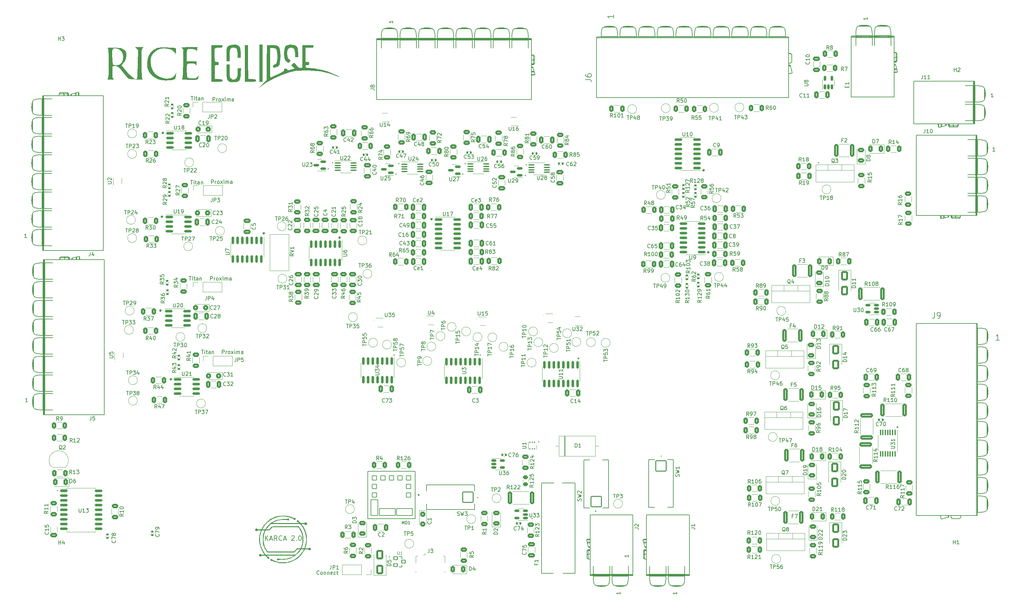
<source format=gto>
G04 #@! TF.GenerationSoftware,KiCad,Pcbnew,8.0.9*
G04 #@! TF.CreationDate,2025-05-25T13:16:14-05:00*
G04 #@! TF.ProjectId,karca_v2,6b617263-615f-4763-922e-6b696361645f,rev?*
G04 #@! TF.SameCoordinates,Original*
G04 #@! TF.FileFunction,Legend,Top*
G04 #@! TF.FilePolarity,Positive*
%FSLAX46Y46*%
G04 Gerber Fmt 4.6, Leading zero omitted, Abs format (unit mm)*
G04 Created by KiCad (PCBNEW 8.0.9) date 2025-05-25 13:16:14*
%MOMM*%
%LPD*%
G01*
G04 APERTURE LIST*
G04 Aperture macros list*
%AMRoundRect*
0 Rectangle with rounded corners*
0 $1 Rounding radius*
0 $2 $3 $4 $5 $6 $7 $8 $9 X,Y pos of 4 corners*
0 Add a 4 corners polygon primitive as box body*
4,1,4,$2,$3,$4,$5,$6,$7,$8,$9,$2,$3,0*
0 Add four circle primitives for the rounded corners*
1,1,$1+$1,$2,$3*
1,1,$1+$1,$4,$5*
1,1,$1+$1,$6,$7*
1,1,$1+$1,$8,$9*
0 Add four rect primitives between the rounded corners*
20,1,$1+$1,$2,$3,$4,$5,0*
20,1,$1+$1,$4,$5,$6,$7,0*
20,1,$1+$1,$6,$7,$8,$9,0*
20,1,$1+$1,$8,$9,$2,$3,0*%
G04 Aperture macros list end*
%ADD10C,0.202000*%
%ADD11C,0.358981*%
%ADD12C,0.254605*%
%ADD13C,0.150000*%
%ADD14C,0.075001*%
%ADD15C,0.080000*%
%ADD16C,0.200000*%
%ADD17C,0.127000*%
%ADD18C,0.203200*%
%ADD19C,0.250000*%
%ADD20C,0.010000*%
%ADD21C,0.120000*%
%ADD22C,0.000000*%
%ADD23O,4.064800X2.134400*%
%ADD24O,2.134400X4.064800*%
%ADD25C,2.979000*%
%ADD26RoundRect,0.102000X1.387500X1.387500X-1.387500X1.387500X-1.387500X-1.387500X1.387500X-1.387500X0*%
%ADD27RoundRect,0.102000X1.387500X-1.387500X1.387500X1.387500X-1.387500X1.387500X-1.387500X-1.387500X0*%
%ADD28RoundRect,0.102000X-1.387500X1.387500X-1.387500X-1.387500X1.387500X-1.387500X1.387500X1.387500X0*%
%ADD29RoundRect,0.102000X0.450000X0.400000X-0.450000X0.400000X-0.450000X-0.400000X0.450000X-0.400000X0*%
%ADD30RoundRect,0.102000X0.571500X0.571500X-0.571500X0.571500X-0.571500X-0.571500X0.571500X-0.571500X0*%
%ADD31RoundRect,0.102000X0.952500X2.095500X-0.952500X2.095500X-0.952500X-2.095500X0.952500X-2.095500X0*%
%ADD32RoundRect,0.102000X2.095500X0.952500X-2.095500X0.952500X-2.095500X-0.952500X2.095500X-0.952500X0*%
%ADD33O,4.104000X2.154000*%
%ADD34O,2.154000X4.104000*%
%ADD35R,1.500000X1.900000*%
%ADD36C,1.450000*%
%ADD37R,0.400000X1.350000*%
%ADD38O,1.200000X1.900000*%
%ADD39R,1.200000X1.900000*%
%ADD40C,2.184000*%
%ADD41R,1.350000X1.350000*%
%ADD42O,1.350000X1.350000*%
%ADD43C,3.200000*%
%ADD44RoundRect,0.250000X0.312500X0.625000X-0.312500X0.625000X-0.312500X-0.625000X0.312500X-0.625000X0*%
%ADD45RoundRect,0.250000X0.625000X-0.312500X0.625000X0.312500X-0.625000X0.312500X-0.625000X-0.312500X0*%
%ADD46RoundRect,0.250000X0.325000X0.650000X-0.325000X0.650000X-0.325000X-0.650000X0.325000X-0.650000X0*%
%ADD47C,2.000000*%
%ADD48RoundRect,0.250000X-0.312500X-0.625000X0.312500X-0.625000X0.312500X0.625000X-0.312500X0.625000X0*%
%ADD49RoundRect,0.150000X0.587500X0.150000X-0.587500X0.150000X-0.587500X-0.150000X0.587500X-0.150000X0*%
%ADD50RoundRect,0.135000X-0.185000X0.135000X-0.185000X-0.135000X0.185000X-0.135000X0.185000X0.135000X0*%
%ADD51RoundRect,0.250000X0.375000X0.625000X-0.375000X0.625000X-0.375000X-0.625000X0.375000X-0.625000X0*%
%ADD52RoundRect,0.150000X-0.825000X-0.150000X0.825000X-0.150000X0.825000X0.150000X-0.825000X0.150000X0*%
%ADD53RoundRect,0.100000X-0.712500X-0.100000X0.712500X-0.100000X0.712500X0.100000X-0.712500X0.100000X0*%
%ADD54RoundRect,0.150000X0.825000X0.150000X-0.825000X0.150000X-0.825000X-0.150000X0.825000X-0.150000X0*%
%ADD55R,0.650000X0.400000*%
%ADD56RoundRect,0.250000X-0.650000X0.325000X-0.650000X-0.325000X0.650000X-0.325000X0.650000X0.325000X0*%
%ADD57RoundRect,0.150000X-0.150000X0.825000X-0.150000X-0.825000X0.150000X-0.825000X0.150000X0.825000X0*%
%ADD58RoundRect,0.250000X-0.650000X1.000000X-0.650000X-1.000000X0.650000X-1.000000X0.650000X1.000000X0*%
%ADD59RoundRect,0.250000X-0.625000X0.312500X-0.625000X-0.312500X0.625000X-0.312500X0.625000X0.312500X0*%
%ADD60RoundRect,0.250000X0.650000X-0.325000X0.650000X0.325000X-0.650000X0.325000X-0.650000X-0.325000X0*%
%ADD61RoundRect,0.250000X-0.325000X-0.650000X0.325000X-0.650000X0.325000X0.650000X-0.325000X0.650000X0*%
%ADD62R,1.700000X1.700000*%
%ADD63O,1.700000X1.700000*%
%ADD64RoundRect,0.250000X-0.312500X-1.450000X0.312500X-1.450000X0.312500X1.450000X-0.312500X1.450000X0*%
%ADD65RoundRect,0.135000X0.185000X-0.135000X0.185000X0.135000X-0.185000X0.135000X-0.185000X-0.135000X0*%
%ADD66RoundRect,0.250000X0.362500X1.425000X-0.362500X1.425000X-0.362500X-1.425000X0.362500X-1.425000X0*%
%ADD67R,3.200000X3.200000*%
%ADD68O,3.200000X3.200000*%
%ADD69RoundRect,0.250000X0.450000X0.425000X-0.450000X0.425000X-0.450000X-0.425000X0.450000X-0.425000X0*%
%ADD70RoundRect,0.250000X0.625000X-0.375000X0.625000X0.375000X-0.625000X0.375000X-0.625000X-0.375000X0*%
%ADD71RoundRect,0.150000X0.512500X0.150000X-0.512500X0.150000X-0.512500X-0.150000X0.512500X-0.150000X0*%
%ADD72RoundRect,0.250000X0.650000X-1.000000X0.650000X1.000000X-0.650000X1.000000X-0.650000X-1.000000X0*%
%ADD73R,0.400000X0.650000*%
%ADD74RoundRect,0.140000X0.140000X0.170000X-0.140000X0.170000X-0.140000X-0.170000X0.140000X-0.170000X0*%
%ADD75C,1.440000*%
%ADD76R,1.905000X2.000000*%
%ADD77O,1.905000X2.000000*%
%ADD78RoundRect,0.100000X-0.100000X0.637500X-0.100000X-0.637500X0.100000X-0.637500X0.100000X0.637500X0*%
%ADD79RoundRect,0.093750X-0.106250X0.093750X-0.106250X-0.093750X0.106250X-0.093750X0.106250X0.093750X0*%
%ADD80R,1.600000X1.000000*%
%ADD81R,1.800000X1.150000*%
%ADD82RoundRect,0.150000X-0.512500X-0.150000X0.512500X-0.150000X0.512500X0.150000X-0.512500X0.150000X0*%
%ADD83RoundRect,0.140000X-0.140000X-0.170000X0.140000X-0.170000X0.140000X0.170000X-0.140000X0.170000X0*%
%ADD84RoundRect,0.150000X0.150000X-0.512500X0.150000X0.512500X-0.150000X0.512500X-0.150000X-0.512500X0*%
%ADD85RoundRect,0.150000X-0.875000X-0.150000X0.875000X-0.150000X0.875000X0.150000X-0.875000X0.150000X0*%
%ADD86RoundRect,0.250000X1.425000X-0.362500X1.425000X0.362500X-1.425000X0.362500X-1.425000X-0.362500X0*%
%ADD87RoundRect,0.250000X-0.425000X0.450000X-0.425000X-0.450000X0.425000X-0.450000X0.425000X0.450000X0*%
%ADD88R,1.050000X1.500000*%
%ADD89O,1.050000X1.500000*%
%ADD90RoundRect,0.140000X-0.170000X0.140000X-0.170000X-0.140000X0.170000X-0.140000X0.170000X0.140000X0*%
%ADD91RoundRect,0.250000X-0.362500X-1.425000X0.362500X-1.425000X0.362500X1.425000X-0.362500X1.425000X0*%
%ADD92RoundRect,0.140000X0.170000X-0.140000X0.170000X0.140000X-0.170000X0.140000X-0.170000X-0.140000X0*%
%ADD93RoundRect,0.250000X-1.425000X0.362500X-1.425000X-0.362500X1.425000X-0.362500X1.425000X0.362500X0*%
%ADD94RoundRect,0.250000X-0.450000X0.262500X-0.450000X-0.262500X0.450000X-0.262500X0.450000X0.262500X0*%
G04 APERTURE END LIST*
D10*
X238988000Y-75438000D02*
G75*
G02*
X238786000Y-75438000I-101000J0D01*
G01*
X238786000Y-75438000D02*
G75*
G02*
X238988000Y-75438000I101000J0D01*
G01*
D11*
X65457490Y-133477000D02*
G75*
G02*
X65098510Y-133477000I-179490J0D01*
G01*
X65098510Y-133477000D02*
G75*
G02*
X65457490Y-133477000I179490J0D01*
G01*
D12*
X260096302Y-146304000D02*
G75*
G02*
X259841698Y-146304000I-127302J0D01*
G01*
X259841698Y-146304000D02*
G75*
G02*
X260096302Y-146304000I127302J0D01*
G01*
D13*
X50419001Y-128778000D02*
X50419001Y-128778000D01*
X50419001Y-128778000D01*
X50419001Y-128778000D01*
X50419001Y-128778000D01*
X50419001Y-128778000D01*
X50419001Y-128778001D01*
X50419001Y-128778001D01*
X50419001Y-128778001D01*
X50419001Y-128778001D01*
X50419001Y-128778001D01*
X50419001Y-128778001D01*
X50419001Y-128778001D01*
X50419000Y-128778001D01*
X50419000Y-128778001D01*
X50419000Y-128778001D01*
X50419000Y-128778001D01*
X50419000Y-128778001D01*
X50419000Y-128778001D01*
X50419000Y-128778001D01*
X50419000Y-128778001D01*
X50419000Y-128778001D01*
X50419000Y-128778001D01*
X50419000Y-128778001D01*
X50419000Y-128778001D01*
X50418999Y-128778001D01*
X50418999Y-128778001D01*
X50418999Y-128778001D01*
X50418999Y-128778001D01*
X50418999Y-128778001D01*
X50418999Y-128778001D01*
X50418999Y-128778000D01*
X50418999Y-128778000D01*
X50418999Y-128778000D01*
X50418999Y-128778000D01*
X50418999Y-128778000D01*
X50418999Y-128778000D01*
X50418999Y-128778000D02*
X50418999Y-128778000D01*
X50418999Y-128778000D01*
X50418999Y-128778000D01*
X50418999Y-128778000D01*
X50418999Y-128778000D01*
X50418999Y-128778000D01*
X50418999Y-128777999D01*
X50418999Y-128777999D01*
X50418999Y-128777999D01*
X50418999Y-128777999D01*
X50418999Y-128777999D01*
X50419000Y-128777999D01*
X50419000Y-128777999D01*
X50419000Y-128777999D01*
X50419000Y-128777999D01*
X50419000Y-128777999D01*
X50419000Y-128777999D01*
X50419000Y-128777999D01*
X50419000Y-128777999D01*
X50419000Y-128777999D01*
X50419000Y-128777999D01*
X50419000Y-128777999D01*
X50419000Y-128777999D01*
X50419001Y-128777999D01*
X50419001Y-128777999D01*
X50419001Y-128777999D01*
X50419001Y-128777999D01*
X50419001Y-128777999D01*
X50419001Y-128777999D01*
X50419001Y-128778000D01*
X50419001Y-128778000D01*
X50419001Y-128778000D01*
X50419001Y-128778000D01*
X50419001Y-128778000D01*
X50419001Y-128778000D01*
X50419001Y-128778000D01*
D10*
X107543000Y-77089000D02*
G75*
G02*
X107341000Y-77089000I-101000J0D01*
G01*
X107341000Y-77089000D02*
G75*
G02*
X107543000Y-77089000I101000J0D01*
G01*
X148310000Y-127000000D02*
G75*
G02*
X148108000Y-127000000I-101000J0D01*
G01*
X148108000Y-127000000D02*
G75*
G02*
X148310000Y-127000000I101000J0D01*
G01*
X144246000Y-75692000D02*
G75*
G02*
X144044000Y-75692000I-101000J0D01*
G01*
X144044000Y-75692000D02*
G75*
G02*
X144246000Y-75692000I101000J0D01*
G01*
X125196000Y-127000000D02*
G75*
G02*
X124994000Y-127000000I-101000J0D01*
G01*
X124994000Y-127000000D02*
G75*
G02*
X125196000Y-127000000I101000J0D01*
G01*
D13*
X158877001Y-65405000D02*
X158877001Y-65405000D01*
X158877001Y-65405000D01*
X158877001Y-65405000D01*
X158877001Y-65405000D01*
X158877001Y-65405000D01*
X158877001Y-65405001D01*
X158877001Y-65405001D01*
X158877001Y-65405001D01*
X158877001Y-65405001D01*
X158877001Y-65405001D01*
X158877001Y-65405001D01*
X158877001Y-65405001D01*
X158877000Y-65405001D01*
X158877000Y-65405001D01*
X158877000Y-65405001D01*
X158877000Y-65405001D01*
X158877000Y-65405001D01*
X158877000Y-65405001D01*
X158877000Y-65405001D01*
X158877000Y-65405001D01*
X158877000Y-65405001D01*
X158877000Y-65405001D01*
X158877000Y-65405001D01*
X158877000Y-65405001D01*
X158876999Y-65405001D01*
X158876999Y-65405001D01*
X158876999Y-65405001D01*
X158876999Y-65405001D01*
X158876999Y-65405001D01*
X158876999Y-65405001D01*
X158876999Y-65405000D01*
X158876999Y-65405000D01*
X158876999Y-65405000D01*
X158876999Y-65405000D01*
X158876999Y-65405000D01*
X158876999Y-65405000D01*
X158876999Y-65405000D02*
X158876999Y-65405000D01*
X158876999Y-65405000D01*
X158876999Y-65405000D01*
X158876999Y-65405000D01*
X158876999Y-65405000D01*
X158876999Y-65405000D01*
X158876999Y-65404999D01*
X158876999Y-65404999D01*
X158876999Y-65404999D01*
X158876999Y-65404999D01*
X158876999Y-65404999D01*
X158877000Y-65404999D01*
X158877000Y-65404999D01*
X158877000Y-65404999D01*
X158877000Y-65404999D01*
X158877000Y-65404999D01*
X158877000Y-65404999D01*
X158877000Y-65404999D01*
X158877000Y-65404999D01*
X158877000Y-65404999D01*
X158877000Y-65404999D01*
X158877000Y-65404999D01*
X158877000Y-65404999D01*
X158877001Y-65404999D01*
X158877001Y-65404999D01*
X158877001Y-65404999D01*
X158877001Y-65404999D01*
X158877001Y-65404999D01*
X158877001Y-65404999D01*
X158877001Y-65405000D01*
X158877001Y-65405000D01*
X158877001Y-65405000D01*
X158877001Y-65405000D01*
X158877001Y-65405000D01*
X158877001Y-65405000D01*
X158877001Y-65405000D01*
D10*
X160375000Y-78867000D02*
G75*
G02*
X160173000Y-78867000I-101000J0D01*
G01*
X160173000Y-78867000D02*
G75*
G02*
X160375000Y-78867000I101000J0D01*
G01*
D11*
X62663490Y-115062000D02*
G75*
G02*
X62304510Y-115062000I-179490J0D01*
G01*
X62304510Y-115062000D02*
G75*
G02*
X62663490Y-115062000I179490J0D01*
G01*
D10*
X35026000Y-163322000D02*
G75*
G02*
X34824000Y-163322000I-101000J0D01*
G01*
X34824000Y-163322000D02*
G75*
G02*
X35026000Y-163322000I101000J0D01*
G01*
X126466000Y-75692000D02*
G75*
G02*
X126264000Y-75692000I-101000J0D01*
G01*
X126264000Y-75692000D02*
G75*
G02*
X126466000Y-75692000I101000J0D01*
G01*
X163931000Y-150241000D02*
G75*
G02*
X163729000Y-150241000I-101000J0D01*
G01*
X163729000Y-150241000D02*
G75*
G02*
X163931000Y-150241000I101000J0D01*
G01*
D11*
X209475490Y-99441000D02*
G75*
G02*
X209116510Y-99441000I-179490J0D01*
G01*
X209116510Y-99441000D02*
G75*
G02*
X209475490Y-99441000I179490J0D01*
G01*
D13*
X119634001Y-117602000D02*
X119634001Y-117602000D01*
X119634001Y-117602000D01*
X119634001Y-117602000D01*
X119634001Y-117602000D01*
X119634001Y-117602000D01*
X119634001Y-117602001D01*
X119634001Y-117602001D01*
X119634001Y-117602001D01*
X119634001Y-117602001D01*
X119634001Y-117602001D01*
X119634001Y-117602001D01*
X119634001Y-117602001D01*
X119634000Y-117602001D01*
X119634000Y-117602001D01*
X119634000Y-117602001D01*
X119634000Y-117602001D01*
X119634000Y-117602001D01*
X119634000Y-117602001D01*
X119634000Y-117602001D01*
X119634000Y-117602001D01*
X119634000Y-117602001D01*
X119634000Y-117602001D01*
X119634000Y-117602001D01*
X119634000Y-117602001D01*
X119633999Y-117602001D01*
X119633999Y-117602001D01*
X119633999Y-117602001D01*
X119633999Y-117602001D01*
X119633999Y-117602001D01*
X119633999Y-117602001D01*
X119633999Y-117602000D01*
X119633999Y-117602000D01*
X119633999Y-117602000D01*
X119633999Y-117602000D01*
X119633999Y-117602000D01*
X119633999Y-117602000D01*
X119633999Y-117602000D02*
X119633999Y-117602000D01*
X119633999Y-117602000D01*
X119633999Y-117602000D01*
X119633999Y-117602000D01*
X119633999Y-117602000D01*
X119633999Y-117602000D01*
X119633999Y-117601999D01*
X119633999Y-117601999D01*
X119633999Y-117601999D01*
X119633999Y-117601999D01*
X119633999Y-117601999D01*
X119634000Y-117601999D01*
X119634000Y-117601999D01*
X119634000Y-117601999D01*
X119634000Y-117601999D01*
X119634000Y-117601999D01*
X119634000Y-117601999D01*
X119634000Y-117601999D01*
X119634000Y-117601999D01*
X119634000Y-117601999D01*
X119634000Y-117601999D01*
X119634000Y-117601999D01*
X119634000Y-117601999D01*
X119634001Y-117601999D01*
X119634001Y-117601999D01*
X119634001Y-117601999D01*
X119634001Y-117601999D01*
X119634001Y-117601999D01*
X119634001Y-117601999D01*
X119634001Y-117602000D01*
X119634001Y-117602000D01*
X119634001Y-117602000D01*
X119634001Y-117602000D01*
X119634001Y-117602000D01*
X119634001Y-117602000D01*
X119634001Y-117602000D01*
D14*
X240194500Y-55880000D02*
G75*
G02*
X240119500Y-55880000I-37500J0D01*
G01*
X240119500Y-55880000D02*
G75*
G02*
X240194500Y-55880000I37500J0D01*
G01*
D13*
X165100001Y-116332000D02*
X165100001Y-116332000D01*
X165100001Y-116332000D01*
X165100001Y-116332000D01*
X165100001Y-116332000D01*
X165100001Y-116332000D01*
X165100001Y-116332001D01*
X165100001Y-116332001D01*
X165100001Y-116332001D01*
X165100001Y-116332001D01*
X165100001Y-116332001D01*
X165100001Y-116332001D01*
X165100001Y-116332001D01*
X165100000Y-116332001D01*
X165100000Y-116332001D01*
X165100000Y-116332001D01*
X165100000Y-116332001D01*
X165100000Y-116332001D01*
X165100000Y-116332001D01*
X165100000Y-116332001D01*
X165100000Y-116332001D01*
X165100000Y-116332001D01*
X165100000Y-116332001D01*
X165100000Y-116332001D01*
X165100000Y-116332001D01*
X165099999Y-116332001D01*
X165099999Y-116332001D01*
X165099999Y-116332001D01*
X165099999Y-116332001D01*
X165099999Y-116332001D01*
X165099999Y-116332001D01*
X165099999Y-116332000D01*
X165099999Y-116332000D01*
X165099999Y-116332000D01*
X165099999Y-116332000D01*
X165099999Y-116332000D01*
X165099999Y-116332000D01*
X165099999Y-116332000D02*
X165099999Y-116332000D01*
X165099999Y-116332000D01*
X165099999Y-116332000D01*
X165099999Y-116332000D01*
X165099999Y-116332000D01*
X165099999Y-116332000D01*
X165099999Y-116331999D01*
X165099999Y-116331999D01*
X165099999Y-116331999D01*
X165099999Y-116331999D01*
X165099999Y-116331999D01*
X165100000Y-116331999D01*
X165100000Y-116331999D01*
X165100000Y-116331999D01*
X165100000Y-116331999D01*
X165100000Y-116331999D01*
X165100000Y-116331999D01*
X165100000Y-116331999D01*
X165100000Y-116331999D01*
X165100000Y-116331999D01*
X165100000Y-116331999D01*
X165100000Y-116331999D01*
X165100000Y-116331999D01*
X165100001Y-116331999D01*
X165100001Y-116331999D01*
X165100001Y-116331999D01*
X165100001Y-116331999D01*
X165100001Y-116331999D01*
X165100001Y-116331999D01*
X165100001Y-116332000D01*
X165100001Y-116332000D01*
X165100001Y-116332000D01*
X165100001Y-116332000D01*
X165100001Y-116332000D01*
X165100001Y-116332000D01*
X165100001Y-116332000D01*
X176022001Y-118491000D02*
X176022001Y-118491000D01*
X176022001Y-118491000D01*
X176022001Y-118491000D01*
X176022001Y-118491000D01*
X176022001Y-118491000D01*
X176022001Y-118491001D01*
X176022001Y-118491001D01*
X176022001Y-118491001D01*
X176022001Y-118491001D01*
X176022001Y-118491001D01*
X176022001Y-118491001D01*
X176022001Y-118491001D01*
X176022000Y-118491001D01*
X176022000Y-118491001D01*
X176022000Y-118491001D01*
X176022000Y-118491001D01*
X176022000Y-118491001D01*
X176022000Y-118491001D01*
X176022000Y-118491001D01*
X176022000Y-118491001D01*
X176022000Y-118491001D01*
X176022000Y-118491001D01*
X176022000Y-118491001D01*
X176022000Y-118491001D01*
X176021999Y-118491001D01*
X176021999Y-118491001D01*
X176021999Y-118491001D01*
X176021999Y-118491001D01*
X176021999Y-118491001D01*
X176021999Y-118491001D01*
X176021999Y-118491000D01*
X176021999Y-118491000D01*
X176021999Y-118491000D01*
X176021999Y-118491000D01*
X176021999Y-118491000D01*
X176021999Y-118491000D01*
X176021999Y-118491000D02*
X176021999Y-118491000D01*
X176021999Y-118491000D01*
X176021999Y-118491000D01*
X176021999Y-118491000D01*
X176021999Y-118491000D01*
X176021999Y-118491000D01*
X176021999Y-118490999D01*
X176021999Y-118490999D01*
X176021999Y-118490999D01*
X176021999Y-118490999D01*
X176021999Y-118490999D01*
X176022000Y-118490999D01*
X176022000Y-118490999D01*
X176022000Y-118490999D01*
X176022000Y-118490999D01*
X176022000Y-118490999D01*
X176022000Y-118490999D01*
X176022000Y-118490999D01*
X176022000Y-118490999D01*
X176022000Y-118490999D01*
X176022000Y-118490999D01*
X176022000Y-118490999D01*
X176022000Y-118490999D01*
X176022001Y-118490999D01*
X176022001Y-118490999D01*
X176022001Y-118490999D01*
X176022001Y-118490999D01*
X176022001Y-118490999D01*
X176022001Y-118490999D01*
X176022001Y-118491000D01*
X176022001Y-118491000D01*
X176022001Y-118491000D01*
X176022001Y-118491000D01*
X176022001Y-118491000D01*
X176022001Y-118491000D01*
X176022001Y-118491000D01*
X49530001Y-82042000D02*
X49530001Y-82042000D01*
X49530001Y-82042000D01*
X49530001Y-82042000D01*
X49530001Y-82042000D01*
X49530001Y-82042000D01*
X49530001Y-82042001D01*
X49530001Y-82042001D01*
X49530001Y-82042001D01*
X49530001Y-82042001D01*
X49530001Y-82042001D01*
X49530001Y-82042001D01*
X49530001Y-82042001D01*
X49530000Y-82042001D01*
X49530000Y-82042001D01*
X49530000Y-82042001D01*
X49530000Y-82042001D01*
X49530000Y-82042001D01*
X49530000Y-82042001D01*
X49530000Y-82042001D01*
X49530000Y-82042001D01*
X49530000Y-82042001D01*
X49530000Y-82042001D01*
X49530000Y-82042001D01*
X49530000Y-82042001D01*
X49529999Y-82042001D01*
X49529999Y-82042001D01*
X49529999Y-82042001D01*
X49529999Y-82042001D01*
X49529999Y-82042001D01*
X49529999Y-82042001D01*
X49529999Y-82042000D01*
X49529999Y-82042000D01*
X49529999Y-82042000D01*
X49529999Y-82042000D01*
X49529999Y-82042000D01*
X49529999Y-82042000D01*
X49529999Y-82042000D02*
X49529999Y-82042000D01*
X49529999Y-82042000D01*
X49529999Y-82042000D01*
X49529999Y-82042000D01*
X49529999Y-82042000D01*
X49529999Y-82042000D01*
X49529999Y-82041999D01*
X49529999Y-82041999D01*
X49529999Y-82041999D01*
X49529999Y-82041999D01*
X49529999Y-82041999D01*
X49530000Y-82041999D01*
X49530000Y-82041999D01*
X49530000Y-82041999D01*
X49530000Y-82041999D01*
X49530000Y-82041999D01*
X49530000Y-82041999D01*
X49530000Y-82041999D01*
X49530000Y-82041999D01*
X49530000Y-82041999D01*
X49530000Y-82041999D01*
X49530000Y-82041999D01*
X49530000Y-82041999D01*
X49530001Y-82041999D01*
X49530001Y-82041999D01*
X49530001Y-82041999D01*
X49530001Y-82041999D01*
X49530001Y-82041999D01*
X49530001Y-82041999D01*
X49530001Y-82042000D01*
X49530001Y-82042000D01*
X49530001Y-82042000D01*
X49530001Y-82042000D01*
X49530001Y-82042000D01*
X49530001Y-82042000D01*
X49530001Y-82042000D01*
X124460001Y-64008000D02*
X124460001Y-64008000D01*
X124460001Y-64008000D01*
X124460001Y-64008000D01*
X124460001Y-64008000D01*
X124460001Y-64008000D01*
X124460001Y-64008001D01*
X124460001Y-64008001D01*
X124460001Y-64008001D01*
X124460001Y-64008001D01*
X124460001Y-64008001D01*
X124460001Y-64008001D01*
X124460001Y-64008001D01*
X124460000Y-64008001D01*
X124460000Y-64008001D01*
X124460000Y-64008001D01*
X124460000Y-64008001D01*
X124460000Y-64008001D01*
X124460000Y-64008001D01*
X124460000Y-64008001D01*
X124460000Y-64008001D01*
X124460000Y-64008001D01*
X124460000Y-64008001D01*
X124460000Y-64008001D01*
X124460000Y-64008001D01*
X124459999Y-64008001D01*
X124459999Y-64008001D01*
X124459999Y-64008001D01*
X124459999Y-64008001D01*
X124459999Y-64008001D01*
X124459999Y-64008001D01*
X124459999Y-64008000D01*
X124459999Y-64008000D01*
X124459999Y-64008000D01*
X124459999Y-64008000D01*
X124459999Y-64008000D01*
X124459999Y-64008000D01*
X124459999Y-64008000D02*
X124459999Y-64008000D01*
X124459999Y-64008000D01*
X124459999Y-64008000D01*
X124459999Y-64008000D01*
X124459999Y-64008000D01*
X124459999Y-64008000D01*
X124459999Y-64007999D01*
X124459999Y-64007999D01*
X124459999Y-64007999D01*
X124459999Y-64007999D01*
X124459999Y-64007999D01*
X124460000Y-64007999D01*
X124460000Y-64007999D01*
X124460000Y-64007999D01*
X124460000Y-64007999D01*
X124460000Y-64007999D01*
X124460000Y-64007999D01*
X124460000Y-64007999D01*
X124460000Y-64007999D01*
X124460000Y-64007999D01*
X124460000Y-64007999D01*
X124460000Y-64007999D01*
X124460000Y-64007999D01*
X124460001Y-64007999D01*
X124460001Y-64007999D01*
X124460001Y-64007999D01*
X124460001Y-64007999D01*
X124460001Y-64007999D01*
X124460001Y-64007999D01*
X124460001Y-64008000D01*
X124460001Y-64008000D01*
X124460001Y-64008000D01*
X124460001Y-64008000D01*
X124460001Y-64008000D01*
X124460001Y-64008000D01*
X124460001Y-64008000D01*
D11*
X208205490Y-77470000D02*
G75*
G02*
X207846510Y-77470000I-179490J0D01*
G01*
X207846510Y-77470000D02*
G75*
G02*
X208205490Y-77470000I179490J0D01*
G01*
D10*
X108686000Y-75438000D02*
G75*
G02*
X108484000Y-75438000I-101000J0D01*
G01*
X108484000Y-75438000D02*
G75*
G02*
X108686000Y-75438000I101000J0D01*
G01*
D11*
X135307490Y-90551000D02*
G75*
G02*
X134948510Y-90551000I-179490J0D01*
G01*
X134948510Y-90551000D02*
G75*
G02*
X135307490Y-90551000I179490J0D01*
G01*
D10*
X125704000Y-78486000D02*
G75*
G02*
X125502000Y-78486000I-101000J0D01*
G01*
X125502000Y-78486000D02*
G75*
G02*
X125704000Y-78486000I101000J0D01*
G01*
X162153000Y-170815000D02*
G75*
G02*
X161951000Y-170815000I-101000J0D01*
G01*
X161951000Y-170815000D02*
G75*
G02*
X162153000Y-170815000I101000J0D01*
G01*
X123926000Y-181102000D02*
G75*
G02*
X123724000Y-181102000I-101000J0D01*
G01*
X123724000Y-181102000D02*
G75*
G02*
X123926000Y-181102000I101000J0D01*
G01*
D11*
X63044490Y-89916000D02*
G75*
G02*
X62685510Y-89916000I-179490J0D01*
G01*
X62685510Y-89916000D02*
G75*
G02*
X63044490Y-89916000I179490J0D01*
G01*
X63298490Y-67437000D02*
G75*
G02*
X62939510Y-67437000I-179490J0D01*
G01*
X62939510Y-67437000D02*
G75*
G02*
X63298490Y-67437000I179490J0D01*
G01*
D10*
X143611000Y-78486000D02*
G75*
G02*
X143409000Y-78486000I-101000J0D01*
G01*
X143409000Y-78486000D02*
G75*
G02*
X143611000Y-78486000I101000J0D01*
G01*
D13*
X150622001Y-155194000D02*
X150622001Y-155194000D01*
X150622001Y-155194000D01*
X150622001Y-155194000D01*
X150622001Y-155194000D01*
X150622001Y-155194000D01*
X150622001Y-155194001D01*
X150622001Y-155194001D01*
X150622001Y-155194001D01*
X150622001Y-155194001D01*
X150622001Y-155194001D01*
X150622001Y-155194001D01*
X150622001Y-155194001D01*
X150622000Y-155194001D01*
X150622000Y-155194001D01*
X150622000Y-155194001D01*
X150622000Y-155194001D01*
X150622000Y-155194001D01*
X150622000Y-155194001D01*
X150622000Y-155194001D01*
X150622000Y-155194001D01*
X150622000Y-155194001D01*
X150622000Y-155194001D01*
X150622000Y-155194001D01*
X150622000Y-155194001D01*
X150621999Y-155194001D01*
X150621999Y-155194001D01*
X150621999Y-155194001D01*
X150621999Y-155194001D01*
X150621999Y-155194001D01*
X150621999Y-155194001D01*
X150621999Y-155194000D01*
X150621999Y-155194000D01*
X150621999Y-155194000D01*
X150621999Y-155194000D01*
X150621999Y-155194000D01*
X150621999Y-155194000D01*
X150621999Y-155194000D02*
X150621999Y-155194000D01*
X150621999Y-155194000D01*
X150621999Y-155194000D01*
X150621999Y-155194000D01*
X150621999Y-155194000D01*
X150621999Y-155194000D01*
X150621999Y-155193999D01*
X150621999Y-155193999D01*
X150621999Y-155193999D01*
X150621999Y-155193999D01*
X150621999Y-155193999D01*
X150622000Y-155193999D01*
X150622000Y-155193999D01*
X150622000Y-155193999D01*
X150622000Y-155193999D01*
X150622000Y-155193999D01*
X150622000Y-155193999D01*
X150622000Y-155193999D01*
X150622000Y-155193999D01*
X150622000Y-155193999D01*
X150622000Y-155193999D01*
X150622000Y-155193999D01*
X150622000Y-155193999D01*
X150622001Y-155193999D01*
X150622001Y-155193999D01*
X150622001Y-155193999D01*
X150622001Y-155193999D01*
X150622001Y-155193999D01*
X150622001Y-155193999D01*
X150622001Y-155194000D01*
X150622001Y-155194000D01*
X150622001Y-155194000D01*
X150622001Y-155194000D01*
X150622001Y-155194000D01*
X150622001Y-155194000D01*
X150622001Y-155194000D01*
X147066001Y-117221000D02*
X147066001Y-117221000D01*
X147066001Y-117221000D01*
X147066001Y-117221000D01*
X147066001Y-117221000D01*
X147066001Y-117221000D01*
X147066001Y-117221001D01*
X147066001Y-117221001D01*
X147066001Y-117221001D01*
X147066001Y-117221001D01*
X147066001Y-117221001D01*
X147066001Y-117221001D01*
X147066001Y-117221001D01*
X147066000Y-117221001D01*
X147066000Y-117221001D01*
X147066000Y-117221001D01*
X147066000Y-117221001D01*
X147066000Y-117221001D01*
X147066000Y-117221001D01*
X147066000Y-117221001D01*
X147066000Y-117221001D01*
X147066000Y-117221001D01*
X147066000Y-117221001D01*
X147066000Y-117221001D01*
X147066000Y-117221001D01*
X147065999Y-117221001D01*
X147065999Y-117221001D01*
X147065999Y-117221001D01*
X147065999Y-117221001D01*
X147065999Y-117221001D01*
X147065999Y-117221001D01*
X147065999Y-117221000D01*
X147065999Y-117221000D01*
X147065999Y-117221000D01*
X147065999Y-117221000D01*
X147065999Y-117221000D01*
X147065999Y-117221000D01*
X147065999Y-117221000D02*
X147065999Y-117221000D01*
X147065999Y-117221000D01*
X147065999Y-117221000D01*
X147065999Y-117221000D01*
X147065999Y-117221000D01*
X147065999Y-117221000D01*
X147065999Y-117220999D01*
X147065999Y-117220999D01*
X147065999Y-117220999D01*
X147065999Y-117220999D01*
X147065999Y-117220999D01*
X147066000Y-117220999D01*
X147066000Y-117220999D01*
X147066000Y-117220999D01*
X147066000Y-117220999D01*
X147066000Y-117220999D01*
X147066000Y-117220999D01*
X147066000Y-117220999D01*
X147066000Y-117220999D01*
X147066000Y-117220999D01*
X147066000Y-117220999D01*
X147066000Y-117220999D01*
X147066000Y-117220999D01*
X147066001Y-117220999D01*
X147066001Y-117220999D01*
X147066001Y-117220999D01*
X147066001Y-117220999D01*
X147066001Y-117220999D01*
X147066001Y-117220999D01*
X147066001Y-117221000D01*
X147066001Y-117221000D01*
X147066001Y-117221000D01*
X147066001Y-117221000D01*
X147066001Y-117221000D01*
X147066001Y-117221000D01*
X147066001Y-117221000D01*
D11*
X110669490Y-95504000D02*
G75*
G02*
X110310510Y-95504000I-179490J0D01*
G01*
X110310510Y-95504000D02*
G75*
G02*
X110669490Y-95504000I179490J0D01*
G01*
D12*
X174625302Y-127889000D02*
G75*
G02*
X174370698Y-127889000I-127302J0D01*
G01*
X174370698Y-127889000D02*
G75*
G02*
X174625302Y-127889000I127302J0D01*
G01*
D11*
X90349490Y-94361000D02*
G75*
G02*
X89990510Y-94361000I-179490J0D01*
G01*
X89990510Y-94361000D02*
G75*
G02*
X90349490Y-94361000I179490J0D01*
G01*
D10*
X160629000Y-75946000D02*
G75*
G02*
X160427000Y-75946000I-101000J0D01*
G01*
X160427000Y-75946000D02*
G75*
G02*
X160629000Y-75946000I101000J0D01*
G01*
D13*
X133223001Y-116967000D02*
X133223001Y-116967000D01*
X133223001Y-116967000D01*
X133223001Y-116967000D01*
X133223001Y-116967000D01*
X133223001Y-116967000D01*
X133223001Y-116967001D01*
X133223001Y-116967001D01*
X133223001Y-116967001D01*
X133223001Y-116967001D01*
X133223001Y-116967001D01*
X133223001Y-116967001D01*
X133223001Y-116967001D01*
X133223000Y-116967001D01*
X133223000Y-116967001D01*
X133223000Y-116967001D01*
X133223000Y-116967001D01*
X133223000Y-116967001D01*
X133223000Y-116967001D01*
X133223000Y-116967001D01*
X133223000Y-116967001D01*
X133223000Y-116967001D01*
X133223000Y-116967001D01*
X133223000Y-116967001D01*
X133223000Y-116967001D01*
X133222999Y-116967001D01*
X133222999Y-116967001D01*
X133222999Y-116967001D01*
X133222999Y-116967001D01*
X133222999Y-116967001D01*
X133222999Y-116967001D01*
X133222999Y-116967000D01*
X133222999Y-116967000D01*
X133222999Y-116967000D01*
X133222999Y-116967000D01*
X133222999Y-116967000D01*
X133222999Y-116967000D01*
X133222999Y-116967000D02*
X133222999Y-116967000D01*
X133222999Y-116967000D01*
X133222999Y-116967000D01*
X133222999Y-116967000D01*
X133222999Y-116967000D01*
X133222999Y-116967000D01*
X133222999Y-116966999D01*
X133222999Y-116966999D01*
X133222999Y-116966999D01*
X133222999Y-116966999D01*
X133222999Y-116966999D01*
X133223000Y-116966999D01*
X133223000Y-116966999D01*
X133223000Y-116966999D01*
X133223000Y-116966999D01*
X133223000Y-116966999D01*
X133223000Y-116966999D01*
X133223000Y-116966999D01*
X133223000Y-116966999D01*
X133223000Y-116966999D01*
X133223000Y-116966999D01*
X133223000Y-116966999D01*
X133223000Y-116966999D01*
X133223001Y-116966999D01*
X133223001Y-116966999D01*
X133223001Y-116966999D01*
X133223001Y-116966999D01*
X133223001Y-116966999D01*
X133223001Y-116966999D01*
X133223001Y-116967000D01*
X133223001Y-116967000D01*
X133223001Y-116967000D01*
X133223001Y-116967000D01*
X133223001Y-116967000D01*
X133223001Y-116967000D01*
X133223001Y-116967000D01*
X76536779Y-58924819D02*
X76536779Y-57924819D01*
X76536779Y-57924819D02*
X76917731Y-57924819D01*
X76917731Y-57924819D02*
X77012969Y-57972438D01*
X77012969Y-57972438D02*
X77060588Y-58020057D01*
X77060588Y-58020057D02*
X77108207Y-58115295D01*
X77108207Y-58115295D02*
X77108207Y-58258152D01*
X77108207Y-58258152D02*
X77060588Y-58353390D01*
X77060588Y-58353390D02*
X77012969Y-58401009D01*
X77012969Y-58401009D02*
X76917731Y-58448628D01*
X76917731Y-58448628D02*
X76536779Y-58448628D01*
X77536779Y-58924819D02*
X77536779Y-58258152D01*
X77536779Y-58448628D02*
X77584398Y-58353390D01*
X77584398Y-58353390D02*
X77632017Y-58305771D01*
X77632017Y-58305771D02*
X77727255Y-58258152D01*
X77727255Y-58258152D02*
X77822493Y-58258152D01*
X78298684Y-58924819D02*
X78203446Y-58877200D01*
X78203446Y-58877200D02*
X78155827Y-58829580D01*
X78155827Y-58829580D02*
X78108208Y-58734342D01*
X78108208Y-58734342D02*
X78108208Y-58448628D01*
X78108208Y-58448628D02*
X78155827Y-58353390D01*
X78155827Y-58353390D02*
X78203446Y-58305771D01*
X78203446Y-58305771D02*
X78298684Y-58258152D01*
X78298684Y-58258152D02*
X78441541Y-58258152D01*
X78441541Y-58258152D02*
X78536779Y-58305771D01*
X78536779Y-58305771D02*
X78584398Y-58353390D01*
X78584398Y-58353390D02*
X78632017Y-58448628D01*
X78632017Y-58448628D02*
X78632017Y-58734342D01*
X78632017Y-58734342D02*
X78584398Y-58829580D01*
X78584398Y-58829580D02*
X78536779Y-58877200D01*
X78536779Y-58877200D02*
X78441541Y-58924819D01*
X78441541Y-58924819D02*
X78298684Y-58924819D01*
X78965351Y-58924819D02*
X79489160Y-58258152D01*
X78965351Y-58258152D02*
X79489160Y-58924819D01*
X79870113Y-58924819D02*
X79870113Y-58258152D01*
X79870113Y-57924819D02*
X79822494Y-57972438D01*
X79822494Y-57972438D02*
X79870113Y-58020057D01*
X79870113Y-58020057D02*
X79917732Y-57972438D01*
X79917732Y-57972438D02*
X79870113Y-57924819D01*
X79870113Y-57924819D02*
X79870113Y-58020057D01*
X80346303Y-58924819D02*
X80346303Y-58258152D01*
X80346303Y-58353390D02*
X80393922Y-58305771D01*
X80393922Y-58305771D02*
X80489160Y-58258152D01*
X80489160Y-58258152D02*
X80632017Y-58258152D01*
X80632017Y-58258152D02*
X80727255Y-58305771D01*
X80727255Y-58305771D02*
X80774874Y-58401009D01*
X80774874Y-58401009D02*
X80774874Y-58924819D01*
X80774874Y-58401009D02*
X80822493Y-58305771D01*
X80822493Y-58305771D02*
X80917731Y-58258152D01*
X80917731Y-58258152D02*
X81060588Y-58258152D01*
X81060588Y-58258152D02*
X81155827Y-58305771D01*
X81155827Y-58305771D02*
X81203446Y-58401009D01*
X81203446Y-58401009D02*
X81203446Y-58924819D01*
X82108207Y-58924819D02*
X82108207Y-58401009D01*
X82108207Y-58401009D02*
X82060588Y-58305771D01*
X82060588Y-58305771D02*
X81965350Y-58258152D01*
X81965350Y-58258152D02*
X81774874Y-58258152D01*
X81774874Y-58258152D02*
X81679636Y-58305771D01*
X82108207Y-58877200D02*
X82012969Y-58924819D01*
X82012969Y-58924819D02*
X81774874Y-58924819D01*
X81774874Y-58924819D02*
X81679636Y-58877200D01*
X81679636Y-58877200D02*
X81632017Y-58781961D01*
X81632017Y-58781961D02*
X81632017Y-58686723D01*
X81632017Y-58686723D02*
X81679636Y-58591485D01*
X81679636Y-58591485D02*
X81774874Y-58543866D01*
X81774874Y-58543866D02*
X82012969Y-58543866D01*
X82012969Y-58543866D02*
X82108207Y-58496247D01*
X70170922Y-105930819D02*
X70742350Y-105930819D01*
X70456636Y-106930819D02*
X70456636Y-105930819D01*
X71075684Y-106930819D02*
X71075684Y-106264152D01*
X71075684Y-105930819D02*
X71028065Y-105978438D01*
X71028065Y-105978438D02*
X71075684Y-106026057D01*
X71075684Y-106026057D02*
X71123303Y-105978438D01*
X71123303Y-105978438D02*
X71075684Y-105930819D01*
X71075684Y-105930819D02*
X71075684Y-106026057D01*
X71409017Y-106264152D02*
X71789969Y-106264152D01*
X71551874Y-105930819D02*
X71551874Y-106787961D01*
X71551874Y-106787961D02*
X71599493Y-106883200D01*
X71599493Y-106883200D02*
X71694731Y-106930819D01*
X71694731Y-106930819D02*
X71789969Y-106930819D01*
X72551874Y-106930819D02*
X72551874Y-106407009D01*
X72551874Y-106407009D02*
X72504255Y-106311771D01*
X72504255Y-106311771D02*
X72409017Y-106264152D01*
X72409017Y-106264152D02*
X72218541Y-106264152D01*
X72218541Y-106264152D02*
X72123303Y-106311771D01*
X72551874Y-106883200D02*
X72456636Y-106930819D01*
X72456636Y-106930819D02*
X72218541Y-106930819D01*
X72218541Y-106930819D02*
X72123303Y-106883200D01*
X72123303Y-106883200D02*
X72075684Y-106787961D01*
X72075684Y-106787961D02*
X72075684Y-106692723D01*
X72075684Y-106692723D02*
X72123303Y-106597485D01*
X72123303Y-106597485D02*
X72218541Y-106549866D01*
X72218541Y-106549866D02*
X72456636Y-106549866D01*
X72456636Y-106549866D02*
X72551874Y-106502247D01*
X73028065Y-106264152D02*
X73028065Y-106930819D01*
X73028065Y-106359390D02*
X73075684Y-106311771D01*
X73075684Y-106311771D02*
X73170922Y-106264152D01*
X73170922Y-106264152D02*
X73313779Y-106264152D01*
X73313779Y-106264152D02*
X73409017Y-106311771D01*
X73409017Y-106311771D02*
X73456636Y-106407009D01*
X73456636Y-106407009D02*
X73456636Y-106930819D01*
X70551922Y-80149819D02*
X71123350Y-80149819D01*
X70837636Y-81149819D02*
X70837636Y-80149819D01*
X71456684Y-81149819D02*
X71456684Y-80483152D01*
X71456684Y-80149819D02*
X71409065Y-80197438D01*
X71409065Y-80197438D02*
X71456684Y-80245057D01*
X71456684Y-80245057D02*
X71504303Y-80197438D01*
X71504303Y-80197438D02*
X71456684Y-80149819D01*
X71456684Y-80149819D02*
X71456684Y-80245057D01*
X71790017Y-80483152D02*
X72170969Y-80483152D01*
X71932874Y-80149819D02*
X71932874Y-81006961D01*
X71932874Y-81006961D02*
X71980493Y-81102200D01*
X71980493Y-81102200D02*
X72075731Y-81149819D01*
X72075731Y-81149819D02*
X72170969Y-81149819D01*
X72932874Y-81149819D02*
X72932874Y-80626009D01*
X72932874Y-80626009D02*
X72885255Y-80530771D01*
X72885255Y-80530771D02*
X72790017Y-80483152D01*
X72790017Y-80483152D02*
X72599541Y-80483152D01*
X72599541Y-80483152D02*
X72504303Y-80530771D01*
X72932874Y-81102200D02*
X72837636Y-81149819D01*
X72837636Y-81149819D02*
X72599541Y-81149819D01*
X72599541Y-81149819D02*
X72504303Y-81102200D01*
X72504303Y-81102200D02*
X72456684Y-81006961D01*
X72456684Y-81006961D02*
X72456684Y-80911723D01*
X72456684Y-80911723D02*
X72504303Y-80816485D01*
X72504303Y-80816485D02*
X72599541Y-80768866D01*
X72599541Y-80768866D02*
X72837636Y-80768866D01*
X72837636Y-80768866D02*
X72932874Y-80721247D01*
X73409065Y-80483152D02*
X73409065Y-81149819D01*
X73409065Y-80578390D02*
X73456684Y-80530771D01*
X73456684Y-80530771D02*
X73551922Y-80483152D01*
X73551922Y-80483152D02*
X73694779Y-80483152D01*
X73694779Y-80483152D02*
X73790017Y-80530771D01*
X73790017Y-80530771D02*
X73837636Y-80626009D01*
X73837636Y-80626009D02*
X73837636Y-81149819D01*
X70678922Y-57670819D02*
X71250350Y-57670819D01*
X70964636Y-58670819D02*
X70964636Y-57670819D01*
X71583684Y-58670819D02*
X71583684Y-58004152D01*
X71583684Y-57670819D02*
X71536065Y-57718438D01*
X71536065Y-57718438D02*
X71583684Y-57766057D01*
X71583684Y-57766057D02*
X71631303Y-57718438D01*
X71631303Y-57718438D02*
X71583684Y-57670819D01*
X71583684Y-57670819D02*
X71583684Y-57766057D01*
X71917017Y-58004152D02*
X72297969Y-58004152D01*
X72059874Y-57670819D02*
X72059874Y-58527961D01*
X72059874Y-58527961D02*
X72107493Y-58623200D01*
X72107493Y-58623200D02*
X72202731Y-58670819D01*
X72202731Y-58670819D02*
X72297969Y-58670819D01*
X73059874Y-58670819D02*
X73059874Y-58147009D01*
X73059874Y-58147009D02*
X73012255Y-58051771D01*
X73012255Y-58051771D02*
X72917017Y-58004152D01*
X72917017Y-58004152D02*
X72726541Y-58004152D01*
X72726541Y-58004152D02*
X72631303Y-58051771D01*
X73059874Y-58623200D02*
X72964636Y-58670819D01*
X72964636Y-58670819D02*
X72726541Y-58670819D01*
X72726541Y-58670819D02*
X72631303Y-58623200D01*
X72631303Y-58623200D02*
X72583684Y-58527961D01*
X72583684Y-58527961D02*
X72583684Y-58432723D01*
X72583684Y-58432723D02*
X72631303Y-58337485D01*
X72631303Y-58337485D02*
X72726541Y-58289866D01*
X72726541Y-58289866D02*
X72964636Y-58289866D01*
X72964636Y-58289866D02*
X73059874Y-58242247D01*
X73536065Y-58004152D02*
X73536065Y-58670819D01*
X73536065Y-58099390D02*
X73583684Y-58051771D01*
X73583684Y-58051771D02*
X73678922Y-58004152D01*
X73678922Y-58004152D02*
X73821779Y-58004152D01*
X73821779Y-58004152D02*
X73917017Y-58051771D01*
X73917017Y-58051771D02*
X73964636Y-58147009D01*
X73964636Y-58147009D02*
X73964636Y-58670819D01*
X105022807Y-185702580D02*
X104975188Y-185750200D01*
X104975188Y-185750200D02*
X104832331Y-185797819D01*
X104832331Y-185797819D02*
X104737093Y-185797819D01*
X104737093Y-185797819D02*
X104594236Y-185750200D01*
X104594236Y-185750200D02*
X104498998Y-185654961D01*
X104498998Y-185654961D02*
X104451379Y-185559723D01*
X104451379Y-185559723D02*
X104403760Y-185369247D01*
X104403760Y-185369247D02*
X104403760Y-185226390D01*
X104403760Y-185226390D02*
X104451379Y-185035914D01*
X104451379Y-185035914D02*
X104498998Y-184940676D01*
X104498998Y-184940676D02*
X104594236Y-184845438D01*
X104594236Y-184845438D02*
X104737093Y-184797819D01*
X104737093Y-184797819D02*
X104832331Y-184797819D01*
X104832331Y-184797819D02*
X104975188Y-184845438D01*
X104975188Y-184845438D02*
X105022807Y-184893057D01*
X105594236Y-185797819D02*
X105498998Y-185750200D01*
X105498998Y-185750200D02*
X105451379Y-185702580D01*
X105451379Y-185702580D02*
X105403760Y-185607342D01*
X105403760Y-185607342D02*
X105403760Y-185321628D01*
X105403760Y-185321628D02*
X105451379Y-185226390D01*
X105451379Y-185226390D02*
X105498998Y-185178771D01*
X105498998Y-185178771D02*
X105594236Y-185131152D01*
X105594236Y-185131152D02*
X105737093Y-185131152D01*
X105737093Y-185131152D02*
X105832331Y-185178771D01*
X105832331Y-185178771D02*
X105879950Y-185226390D01*
X105879950Y-185226390D02*
X105927569Y-185321628D01*
X105927569Y-185321628D02*
X105927569Y-185607342D01*
X105927569Y-185607342D02*
X105879950Y-185702580D01*
X105879950Y-185702580D02*
X105832331Y-185750200D01*
X105832331Y-185750200D02*
X105737093Y-185797819D01*
X105737093Y-185797819D02*
X105594236Y-185797819D01*
X106356141Y-185131152D02*
X106356141Y-185797819D01*
X106356141Y-185226390D02*
X106403760Y-185178771D01*
X106403760Y-185178771D02*
X106498998Y-185131152D01*
X106498998Y-185131152D02*
X106641855Y-185131152D01*
X106641855Y-185131152D02*
X106737093Y-185178771D01*
X106737093Y-185178771D02*
X106784712Y-185274009D01*
X106784712Y-185274009D02*
X106784712Y-185797819D01*
X107260903Y-185131152D02*
X107260903Y-185797819D01*
X107260903Y-185226390D02*
X107308522Y-185178771D01*
X107308522Y-185178771D02*
X107403760Y-185131152D01*
X107403760Y-185131152D02*
X107546617Y-185131152D01*
X107546617Y-185131152D02*
X107641855Y-185178771D01*
X107641855Y-185178771D02*
X107689474Y-185274009D01*
X107689474Y-185274009D02*
X107689474Y-185797819D01*
X108546617Y-185750200D02*
X108451379Y-185797819D01*
X108451379Y-185797819D02*
X108260903Y-185797819D01*
X108260903Y-185797819D02*
X108165665Y-185750200D01*
X108165665Y-185750200D02*
X108118046Y-185654961D01*
X108118046Y-185654961D02*
X108118046Y-185274009D01*
X108118046Y-185274009D02*
X108165665Y-185178771D01*
X108165665Y-185178771D02*
X108260903Y-185131152D01*
X108260903Y-185131152D02*
X108451379Y-185131152D01*
X108451379Y-185131152D02*
X108546617Y-185178771D01*
X108546617Y-185178771D02*
X108594236Y-185274009D01*
X108594236Y-185274009D02*
X108594236Y-185369247D01*
X108594236Y-185369247D02*
X108118046Y-185464485D01*
X109451379Y-185750200D02*
X109356141Y-185797819D01*
X109356141Y-185797819D02*
X109165665Y-185797819D01*
X109165665Y-185797819D02*
X109070427Y-185750200D01*
X109070427Y-185750200D02*
X109022808Y-185702580D01*
X109022808Y-185702580D02*
X108975189Y-185607342D01*
X108975189Y-185607342D02*
X108975189Y-185321628D01*
X108975189Y-185321628D02*
X109022808Y-185226390D01*
X109022808Y-185226390D02*
X109070427Y-185178771D01*
X109070427Y-185178771D02*
X109165665Y-185131152D01*
X109165665Y-185131152D02*
X109356141Y-185131152D01*
X109356141Y-185131152D02*
X109451379Y-185178771D01*
X109737094Y-185131152D02*
X110118046Y-185131152D01*
X109879951Y-184797819D02*
X109879951Y-185654961D01*
X109879951Y-185654961D02*
X109927570Y-185750200D01*
X109927570Y-185750200D02*
X110022808Y-185797819D01*
X110022808Y-185797819D02*
X110118046Y-185797819D01*
X79051379Y-126615819D02*
X79051379Y-125615819D01*
X79051379Y-125615819D02*
X79432331Y-125615819D01*
X79432331Y-125615819D02*
X79527569Y-125663438D01*
X79527569Y-125663438D02*
X79575188Y-125711057D01*
X79575188Y-125711057D02*
X79622807Y-125806295D01*
X79622807Y-125806295D02*
X79622807Y-125949152D01*
X79622807Y-125949152D02*
X79575188Y-126044390D01*
X79575188Y-126044390D02*
X79527569Y-126092009D01*
X79527569Y-126092009D02*
X79432331Y-126139628D01*
X79432331Y-126139628D02*
X79051379Y-126139628D01*
X80051379Y-126615819D02*
X80051379Y-125949152D01*
X80051379Y-126139628D02*
X80098998Y-126044390D01*
X80098998Y-126044390D02*
X80146617Y-125996771D01*
X80146617Y-125996771D02*
X80241855Y-125949152D01*
X80241855Y-125949152D02*
X80337093Y-125949152D01*
X80813284Y-126615819D02*
X80718046Y-126568200D01*
X80718046Y-126568200D02*
X80670427Y-126520580D01*
X80670427Y-126520580D02*
X80622808Y-126425342D01*
X80622808Y-126425342D02*
X80622808Y-126139628D01*
X80622808Y-126139628D02*
X80670427Y-126044390D01*
X80670427Y-126044390D02*
X80718046Y-125996771D01*
X80718046Y-125996771D02*
X80813284Y-125949152D01*
X80813284Y-125949152D02*
X80956141Y-125949152D01*
X80956141Y-125949152D02*
X81051379Y-125996771D01*
X81051379Y-125996771D02*
X81098998Y-126044390D01*
X81098998Y-126044390D02*
X81146617Y-126139628D01*
X81146617Y-126139628D02*
X81146617Y-126425342D01*
X81146617Y-126425342D02*
X81098998Y-126520580D01*
X81098998Y-126520580D02*
X81051379Y-126568200D01*
X81051379Y-126568200D02*
X80956141Y-126615819D01*
X80956141Y-126615819D02*
X80813284Y-126615819D01*
X81479951Y-126615819D02*
X82003760Y-125949152D01*
X81479951Y-125949152D02*
X82003760Y-126615819D01*
X82384713Y-126615819D02*
X82384713Y-125949152D01*
X82384713Y-125615819D02*
X82337094Y-125663438D01*
X82337094Y-125663438D02*
X82384713Y-125711057D01*
X82384713Y-125711057D02*
X82432332Y-125663438D01*
X82432332Y-125663438D02*
X82384713Y-125615819D01*
X82384713Y-125615819D02*
X82384713Y-125711057D01*
X82860903Y-126615819D02*
X82860903Y-125949152D01*
X82860903Y-126044390D02*
X82908522Y-125996771D01*
X82908522Y-125996771D02*
X83003760Y-125949152D01*
X83003760Y-125949152D02*
X83146617Y-125949152D01*
X83146617Y-125949152D02*
X83241855Y-125996771D01*
X83241855Y-125996771D02*
X83289474Y-126092009D01*
X83289474Y-126092009D02*
X83289474Y-126615819D01*
X83289474Y-126092009D02*
X83337093Y-125996771D01*
X83337093Y-125996771D02*
X83432331Y-125949152D01*
X83432331Y-125949152D02*
X83575188Y-125949152D01*
X83575188Y-125949152D02*
X83670427Y-125996771D01*
X83670427Y-125996771D02*
X83718046Y-126092009D01*
X83718046Y-126092009D02*
X83718046Y-126615819D01*
X84622807Y-126615819D02*
X84622807Y-126092009D01*
X84622807Y-126092009D02*
X84575188Y-125996771D01*
X84575188Y-125996771D02*
X84479950Y-125949152D01*
X84479950Y-125949152D02*
X84289474Y-125949152D01*
X84289474Y-125949152D02*
X84194236Y-125996771D01*
X84622807Y-126568200D02*
X84527569Y-126615819D01*
X84527569Y-126615819D02*
X84289474Y-126615819D01*
X84289474Y-126615819D02*
X84194236Y-126568200D01*
X84194236Y-126568200D02*
X84146617Y-126472961D01*
X84146617Y-126472961D02*
X84146617Y-126377723D01*
X84146617Y-126377723D02*
X84194236Y-126282485D01*
X84194236Y-126282485D02*
X84289474Y-126234866D01*
X84289474Y-126234866D02*
X84527569Y-126234866D01*
X84527569Y-126234866D02*
X84622807Y-126187247D01*
X73472922Y-125615819D02*
X74044350Y-125615819D01*
X73758636Y-126615819D02*
X73758636Y-125615819D01*
X74377684Y-126615819D02*
X74377684Y-125949152D01*
X74377684Y-125615819D02*
X74330065Y-125663438D01*
X74330065Y-125663438D02*
X74377684Y-125711057D01*
X74377684Y-125711057D02*
X74425303Y-125663438D01*
X74425303Y-125663438D02*
X74377684Y-125615819D01*
X74377684Y-125615819D02*
X74377684Y-125711057D01*
X74711017Y-125949152D02*
X75091969Y-125949152D01*
X74853874Y-125615819D02*
X74853874Y-126472961D01*
X74853874Y-126472961D02*
X74901493Y-126568200D01*
X74901493Y-126568200D02*
X74996731Y-126615819D01*
X74996731Y-126615819D02*
X75091969Y-126615819D01*
X75853874Y-126615819D02*
X75853874Y-126092009D01*
X75853874Y-126092009D02*
X75806255Y-125996771D01*
X75806255Y-125996771D02*
X75711017Y-125949152D01*
X75711017Y-125949152D02*
X75520541Y-125949152D01*
X75520541Y-125949152D02*
X75425303Y-125996771D01*
X75853874Y-126568200D02*
X75758636Y-126615819D01*
X75758636Y-126615819D02*
X75520541Y-126615819D01*
X75520541Y-126615819D02*
X75425303Y-126568200D01*
X75425303Y-126568200D02*
X75377684Y-126472961D01*
X75377684Y-126472961D02*
X75377684Y-126377723D01*
X75377684Y-126377723D02*
X75425303Y-126282485D01*
X75425303Y-126282485D02*
X75520541Y-126234866D01*
X75520541Y-126234866D02*
X75758636Y-126234866D01*
X75758636Y-126234866D02*
X75853874Y-126187247D01*
X76330065Y-125949152D02*
X76330065Y-126615819D01*
X76330065Y-126044390D02*
X76377684Y-125996771D01*
X76377684Y-125996771D02*
X76472922Y-125949152D01*
X76472922Y-125949152D02*
X76615779Y-125949152D01*
X76615779Y-125949152D02*
X76711017Y-125996771D01*
X76711017Y-125996771D02*
X76758636Y-126092009D01*
X76758636Y-126092009D02*
X76758636Y-126615819D01*
X187906819Y-180562285D02*
X187906819Y-181133713D01*
X187906819Y-180847999D02*
X186906819Y-180847999D01*
X186906819Y-180847999D02*
X187049676Y-180943237D01*
X187049676Y-180943237D02*
X187144914Y-181038475D01*
X187144914Y-181038475D02*
X187192533Y-181133713D01*
X76155779Y-81022819D02*
X76155779Y-80022819D01*
X76155779Y-80022819D02*
X76536731Y-80022819D01*
X76536731Y-80022819D02*
X76631969Y-80070438D01*
X76631969Y-80070438D02*
X76679588Y-80118057D01*
X76679588Y-80118057D02*
X76727207Y-80213295D01*
X76727207Y-80213295D02*
X76727207Y-80356152D01*
X76727207Y-80356152D02*
X76679588Y-80451390D01*
X76679588Y-80451390D02*
X76631969Y-80499009D01*
X76631969Y-80499009D02*
X76536731Y-80546628D01*
X76536731Y-80546628D02*
X76155779Y-80546628D01*
X77155779Y-81022819D02*
X77155779Y-80356152D01*
X77155779Y-80546628D02*
X77203398Y-80451390D01*
X77203398Y-80451390D02*
X77251017Y-80403771D01*
X77251017Y-80403771D02*
X77346255Y-80356152D01*
X77346255Y-80356152D02*
X77441493Y-80356152D01*
X77917684Y-81022819D02*
X77822446Y-80975200D01*
X77822446Y-80975200D02*
X77774827Y-80927580D01*
X77774827Y-80927580D02*
X77727208Y-80832342D01*
X77727208Y-80832342D02*
X77727208Y-80546628D01*
X77727208Y-80546628D02*
X77774827Y-80451390D01*
X77774827Y-80451390D02*
X77822446Y-80403771D01*
X77822446Y-80403771D02*
X77917684Y-80356152D01*
X77917684Y-80356152D02*
X78060541Y-80356152D01*
X78060541Y-80356152D02*
X78155779Y-80403771D01*
X78155779Y-80403771D02*
X78203398Y-80451390D01*
X78203398Y-80451390D02*
X78251017Y-80546628D01*
X78251017Y-80546628D02*
X78251017Y-80832342D01*
X78251017Y-80832342D02*
X78203398Y-80927580D01*
X78203398Y-80927580D02*
X78155779Y-80975200D01*
X78155779Y-80975200D02*
X78060541Y-81022819D01*
X78060541Y-81022819D02*
X77917684Y-81022819D01*
X78584351Y-81022819D02*
X79108160Y-80356152D01*
X78584351Y-80356152D02*
X79108160Y-81022819D01*
X79489113Y-81022819D02*
X79489113Y-80356152D01*
X79489113Y-80022819D02*
X79441494Y-80070438D01*
X79441494Y-80070438D02*
X79489113Y-80118057D01*
X79489113Y-80118057D02*
X79536732Y-80070438D01*
X79536732Y-80070438D02*
X79489113Y-80022819D01*
X79489113Y-80022819D02*
X79489113Y-80118057D01*
X79965303Y-81022819D02*
X79965303Y-80356152D01*
X79965303Y-80451390D02*
X80012922Y-80403771D01*
X80012922Y-80403771D02*
X80108160Y-80356152D01*
X80108160Y-80356152D02*
X80251017Y-80356152D01*
X80251017Y-80356152D02*
X80346255Y-80403771D01*
X80346255Y-80403771D02*
X80393874Y-80499009D01*
X80393874Y-80499009D02*
X80393874Y-81022819D01*
X80393874Y-80499009D02*
X80441493Y-80403771D01*
X80441493Y-80403771D02*
X80536731Y-80356152D01*
X80536731Y-80356152D02*
X80679588Y-80356152D01*
X80679588Y-80356152D02*
X80774827Y-80403771D01*
X80774827Y-80403771D02*
X80822446Y-80499009D01*
X80822446Y-80499009D02*
X80822446Y-81022819D01*
X81727207Y-81022819D02*
X81727207Y-80499009D01*
X81727207Y-80499009D02*
X81679588Y-80403771D01*
X81679588Y-80403771D02*
X81584350Y-80356152D01*
X81584350Y-80356152D02*
X81393874Y-80356152D01*
X81393874Y-80356152D02*
X81298636Y-80403771D01*
X81727207Y-80975200D02*
X81631969Y-81022819D01*
X81631969Y-81022819D02*
X81393874Y-81022819D01*
X81393874Y-81022819D02*
X81298636Y-80975200D01*
X81298636Y-80975200D02*
X81251017Y-80879961D01*
X81251017Y-80879961D02*
X81251017Y-80784723D01*
X81251017Y-80784723D02*
X81298636Y-80689485D01*
X81298636Y-80689485D02*
X81393874Y-80641866D01*
X81393874Y-80641866D02*
X81631969Y-80641866D01*
X81631969Y-80641866D02*
X81727207Y-80594247D01*
X75901779Y-106930819D02*
X75901779Y-105930819D01*
X75901779Y-105930819D02*
X76282731Y-105930819D01*
X76282731Y-105930819D02*
X76377969Y-105978438D01*
X76377969Y-105978438D02*
X76425588Y-106026057D01*
X76425588Y-106026057D02*
X76473207Y-106121295D01*
X76473207Y-106121295D02*
X76473207Y-106264152D01*
X76473207Y-106264152D02*
X76425588Y-106359390D01*
X76425588Y-106359390D02*
X76377969Y-106407009D01*
X76377969Y-106407009D02*
X76282731Y-106454628D01*
X76282731Y-106454628D02*
X75901779Y-106454628D01*
X76901779Y-106930819D02*
X76901779Y-106264152D01*
X76901779Y-106454628D02*
X76949398Y-106359390D01*
X76949398Y-106359390D02*
X76997017Y-106311771D01*
X76997017Y-106311771D02*
X77092255Y-106264152D01*
X77092255Y-106264152D02*
X77187493Y-106264152D01*
X77663684Y-106930819D02*
X77568446Y-106883200D01*
X77568446Y-106883200D02*
X77520827Y-106835580D01*
X77520827Y-106835580D02*
X77473208Y-106740342D01*
X77473208Y-106740342D02*
X77473208Y-106454628D01*
X77473208Y-106454628D02*
X77520827Y-106359390D01*
X77520827Y-106359390D02*
X77568446Y-106311771D01*
X77568446Y-106311771D02*
X77663684Y-106264152D01*
X77663684Y-106264152D02*
X77806541Y-106264152D01*
X77806541Y-106264152D02*
X77901779Y-106311771D01*
X77901779Y-106311771D02*
X77949398Y-106359390D01*
X77949398Y-106359390D02*
X77997017Y-106454628D01*
X77997017Y-106454628D02*
X77997017Y-106740342D01*
X77997017Y-106740342D02*
X77949398Y-106835580D01*
X77949398Y-106835580D02*
X77901779Y-106883200D01*
X77901779Y-106883200D02*
X77806541Y-106930819D01*
X77806541Y-106930819D02*
X77663684Y-106930819D01*
X78330351Y-106930819D02*
X78854160Y-106264152D01*
X78330351Y-106264152D02*
X78854160Y-106930819D01*
X79235113Y-106930819D02*
X79235113Y-106264152D01*
X79235113Y-105930819D02*
X79187494Y-105978438D01*
X79187494Y-105978438D02*
X79235113Y-106026057D01*
X79235113Y-106026057D02*
X79282732Y-105978438D01*
X79282732Y-105978438D02*
X79235113Y-105930819D01*
X79235113Y-105930819D02*
X79235113Y-106026057D01*
X79711303Y-106930819D02*
X79711303Y-106264152D01*
X79711303Y-106359390D02*
X79758922Y-106311771D01*
X79758922Y-106311771D02*
X79854160Y-106264152D01*
X79854160Y-106264152D02*
X79997017Y-106264152D01*
X79997017Y-106264152D02*
X80092255Y-106311771D01*
X80092255Y-106311771D02*
X80139874Y-106407009D01*
X80139874Y-106407009D02*
X80139874Y-106930819D01*
X80139874Y-106407009D02*
X80187493Y-106311771D01*
X80187493Y-106311771D02*
X80282731Y-106264152D01*
X80282731Y-106264152D02*
X80425588Y-106264152D01*
X80425588Y-106264152D02*
X80520827Y-106311771D01*
X80520827Y-106311771D02*
X80568446Y-106407009D01*
X80568446Y-106407009D02*
X80568446Y-106930819D01*
X81473207Y-106930819D02*
X81473207Y-106407009D01*
X81473207Y-106407009D02*
X81425588Y-106311771D01*
X81425588Y-106311771D02*
X81330350Y-106264152D01*
X81330350Y-106264152D02*
X81139874Y-106264152D01*
X81139874Y-106264152D02*
X81044636Y-106311771D01*
X81473207Y-106883200D02*
X81377969Y-106930819D01*
X81377969Y-106930819D02*
X81139874Y-106930819D01*
X81139874Y-106930819D02*
X81044636Y-106883200D01*
X81044636Y-106883200D02*
X80997017Y-106787961D01*
X80997017Y-106787961D02*
X80997017Y-106692723D01*
X80997017Y-106692723D02*
X81044636Y-106597485D01*
X81044636Y-106597485D02*
X81139874Y-106549866D01*
X81139874Y-106549866D02*
X81377969Y-106549866D01*
X81377969Y-106549866D02*
X81473207Y-106502247D01*
X43912266Y-143432013D02*
X43912266Y-144146298D01*
X43912266Y-144146298D02*
X43864647Y-144289155D01*
X43864647Y-144289155D02*
X43769409Y-144384394D01*
X43769409Y-144384394D02*
X43626552Y-144432013D01*
X43626552Y-144432013D02*
X43531314Y-144432013D01*
X44864647Y-143432013D02*
X44388457Y-143432013D01*
X44388457Y-143432013D02*
X44340838Y-143908203D01*
X44340838Y-143908203D02*
X44388457Y-143860584D01*
X44388457Y-143860584D02*
X44483695Y-143812965D01*
X44483695Y-143812965D02*
X44721790Y-143812965D01*
X44721790Y-143812965D02*
X44817028Y-143860584D01*
X44817028Y-143860584D02*
X44864647Y-143908203D01*
X44864647Y-143908203D02*
X44912266Y-144003441D01*
X44912266Y-144003441D02*
X44912266Y-144241536D01*
X44912266Y-144241536D02*
X44864647Y-144336774D01*
X44864647Y-144336774D02*
X44817028Y-144384394D01*
X44817028Y-144384394D02*
X44721790Y-144432013D01*
X44721790Y-144432013D02*
X44483695Y-144432013D01*
X44483695Y-144432013D02*
X44388457Y-144384394D01*
X44388457Y-144384394D02*
X44340838Y-144336774D01*
X26906314Y-139497013D02*
X26334886Y-139497013D01*
X26620600Y-139497013D02*
X26620600Y-138497013D01*
X26620600Y-138497013D02*
X26525362Y-138639870D01*
X26525362Y-138639870D02*
X26430124Y-138735108D01*
X26430124Y-138735108D02*
X26334886Y-138782727D01*
X43685066Y-99434419D02*
X43685066Y-100148704D01*
X43685066Y-100148704D02*
X43637447Y-100291561D01*
X43637447Y-100291561D02*
X43542209Y-100386800D01*
X43542209Y-100386800D02*
X43399352Y-100434419D01*
X43399352Y-100434419D02*
X43304114Y-100434419D01*
X44589828Y-99767752D02*
X44589828Y-100434419D01*
X44351733Y-99386800D02*
X44113638Y-100101085D01*
X44113638Y-100101085D02*
X44732685Y-100101085D01*
X26679114Y-95499419D02*
X26107686Y-95499419D01*
X26393400Y-95499419D02*
X26393400Y-94499419D01*
X26393400Y-94499419D02*
X26298162Y-94642276D01*
X26298162Y-94642276D02*
X26202924Y-94737514D01*
X26202924Y-94737514D02*
X26107686Y-94785133D01*
X118839819Y-55629333D02*
X119554104Y-55629333D01*
X119554104Y-55629333D02*
X119696961Y-55676952D01*
X119696961Y-55676952D02*
X119792200Y-55772190D01*
X119792200Y-55772190D02*
X119839819Y-55915047D01*
X119839819Y-55915047D02*
X119839819Y-56010285D01*
X119268390Y-55010285D02*
X119220771Y-55105523D01*
X119220771Y-55105523D02*
X119173152Y-55153142D01*
X119173152Y-55153142D02*
X119077914Y-55200761D01*
X119077914Y-55200761D02*
X119030295Y-55200761D01*
X119030295Y-55200761D02*
X118935057Y-55153142D01*
X118935057Y-55153142D02*
X118887438Y-55105523D01*
X118887438Y-55105523D02*
X118839819Y-55010285D01*
X118839819Y-55010285D02*
X118839819Y-54819809D01*
X118839819Y-54819809D02*
X118887438Y-54724571D01*
X118887438Y-54724571D02*
X118935057Y-54676952D01*
X118935057Y-54676952D02*
X119030295Y-54629333D01*
X119030295Y-54629333D02*
X119077914Y-54629333D01*
X119077914Y-54629333D02*
X119173152Y-54676952D01*
X119173152Y-54676952D02*
X119220771Y-54724571D01*
X119220771Y-54724571D02*
X119268390Y-54819809D01*
X119268390Y-54819809D02*
X119268390Y-55010285D01*
X119268390Y-55010285D02*
X119316009Y-55105523D01*
X119316009Y-55105523D02*
X119363628Y-55153142D01*
X119363628Y-55153142D02*
X119458866Y-55200761D01*
X119458866Y-55200761D02*
X119649342Y-55200761D01*
X119649342Y-55200761D02*
X119744580Y-55153142D01*
X119744580Y-55153142D02*
X119792200Y-55105523D01*
X119792200Y-55105523D02*
X119839819Y-55010285D01*
X119839819Y-55010285D02*
X119839819Y-54819809D01*
X119839819Y-54819809D02*
X119792200Y-54724571D01*
X119792200Y-54724571D02*
X119744580Y-54676952D01*
X119744580Y-54676952D02*
X119649342Y-54629333D01*
X119649342Y-54629333D02*
X119458866Y-54629333D01*
X119458866Y-54629333D02*
X119363628Y-54676952D01*
X119363628Y-54676952D02*
X119316009Y-54724571D01*
X119316009Y-54724571D02*
X119268390Y-54819809D01*
X124774819Y-37385285D02*
X124774819Y-37956713D01*
X124774819Y-37670999D02*
X123774819Y-37670999D01*
X123774819Y-37670999D02*
X123917676Y-37766237D01*
X123917676Y-37766237D02*
X124012914Y-37861475D01*
X124012914Y-37861475D02*
X124060533Y-37956713D01*
X142048667Y-169952200D02*
X142191524Y-169999819D01*
X142191524Y-169999819D02*
X142429619Y-169999819D01*
X142429619Y-169999819D02*
X142524857Y-169952200D01*
X142524857Y-169952200D02*
X142572476Y-169904580D01*
X142572476Y-169904580D02*
X142620095Y-169809342D01*
X142620095Y-169809342D02*
X142620095Y-169714104D01*
X142620095Y-169714104D02*
X142572476Y-169618866D01*
X142572476Y-169618866D02*
X142524857Y-169571247D01*
X142524857Y-169571247D02*
X142429619Y-169523628D01*
X142429619Y-169523628D02*
X142239143Y-169476009D01*
X142239143Y-169476009D02*
X142143905Y-169428390D01*
X142143905Y-169428390D02*
X142096286Y-169380771D01*
X142096286Y-169380771D02*
X142048667Y-169285533D01*
X142048667Y-169285533D02*
X142048667Y-169190295D01*
X142048667Y-169190295D02*
X142096286Y-169095057D01*
X142096286Y-169095057D02*
X142143905Y-169047438D01*
X142143905Y-169047438D02*
X142239143Y-168999819D01*
X142239143Y-168999819D02*
X142477238Y-168999819D01*
X142477238Y-168999819D02*
X142620095Y-169047438D01*
X142953429Y-168999819D02*
X143191524Y-169999819D01*
X143191524Y-169999819D02*
X143382000Y-169285533D01*
X143382000Y-169285533D02*
X143572476Y-169999819D01*
X143572476Y-169999819D02*
X143810572Y-168999819D01*
X144096286Y-168999819D02*
X144715333Y-168999819D01*
X144715333Y-168999819D02*
X144382000Y-169380771D01*
X144382000Y-169380771D02*
X144524857Y-169380771D01*
X144524857Y-169380771D02*
X144620095Y-169428390D01*
X144620095Y-169428390D02*
X144667714Y-169476009D01*
X144667714Y-169476009D02*
X144715333Y-169571247D01*
X144715333Y-169571247D02*
X144715333Y-169809342D01*
X144715333Y-169809342D02*
X144667714Y-169904580D01*
X144667714Y-169904580D02*
X144620095Y-169952200D01*
X144620095Y-169952200D02*
X144524857Y-169999819D01*
X144524857Y-169999819D02*
X144239143Y-169999819D01*
X144239143Y-169999819D02*
X144143905Y-169952200D01*
X144143905Y-169952200D02*
X144096286Y-169904580D01*
X175207000Y-166057732D02*
X175254619Y-165914875D01*
X175254619Y-165914875D02*
X175254619Y-165676780D01*
X175254619Y-165676780D02*
X175207000Y-165581542D01*
X175207000Y-165581542D02*
X175159380Y-165533923D01*
X175159380Y-165533923D02*
X175064142Y-165486304D01*
X175064142Y-165486304D02*
X174968904Y-165486304D01*
X174968904Y-165486304D02*
X174873666Y-165533923D01*
X174873666Y-165533923D02*
X174826047Y-165581542D01*
X174826047Y-165581542D02*
X174778428Y-165676780D01*
X174778428Y-165676780D02*
X174730809Y-165867256D01*
X174730809Y-165867256D02*
X174683190Y-165962494D01*
X174683190Y-165962494D02*
X174635571Y-166010113D01*
X174635571Y-166010113D02*
X174540333Y-166057732D01*
X174540333Y-166057732D02*
X174445095Y-166057732D01*
X174445095Y-166057732D02*
X174349857Y-166010113D01*
X174349857Y-166010113D02*
X174302238Y-165962494D01*
X174302238Y-165962494D02*
X174254619Y-165867256D01*
X174254619Y-165867256D02*
X174254619Y-165629161D01*
X174254619Y-165629161D02*
X174302238Y-165486304D01*
X174254619Y-165152970D02*
X175254619Y-164914875D01*
X175254619Y-164914875D02*
X174540333Y-164724399D01*
X174540333Y-164724399D02*
X175254619Y-164533923D01*
X175254619Y-164533923D02*
X174254619Y-164295828D01*
X174349857Y-163962494D02*
X174302238Y-163914875D01*
X174302238Y-163914875D02*
X174254619Y-163819637D01*
X174254619Y-163819637D02*
X174254619Y-163581542D01*
X174254619Y-163581542D02*
X174302238Y-163486304D01*
X174302238Y-163486304D02*
X174349857Y-163438685D01*
X174349857Y-163438685D02*
X174445095Y-163391066D01*
X174445095Y-163391066D02*
X174540333Y-163391066D01*
X174540333Y-163391066D02*
X174683190Y-163438685D01*
X174683190Y-163438685D02*
X175254619Y-164010113D01*
X175254619Y-164010113D02*
X175254619Y-163391066D01*
X201497200Y-159545732D02*
X201544819Y-159402875D01*
X201544819Y-159402875D02*
X201544819Y-159164780D01*
X201544819Y-159164780D02*
X201497200Y-159069542D01*
X201497200Y-159069542D02*
X201449580Y-159021923D01*
X201449580Y-159021923D02*
X201354342Y-158974304D01*
X201354342Y-158974304D02*
X201259104Y-158974304D01*
X201259104Y-158974304D02*
X201163866Y-159021923D01*
X201163866Y-159021923D02*
X201116247Y-159069542D01*
X201116247Y-159069542D02*
X201068628Y-159164780D01*
X201068628Y-159164780D02*
X201021009Y-159355256D01*
X201021009Y-159355256D02*
X200973390Y-159450494D01*
X200973390Y-159450494D02*
X200925771Y-159498113D01*
X200925771Y-159498113D02*
X200830533Y-159545732D01*
X200830533Y-159545732D02*
X200735295Y-159545732D01*
X200735295Y-159545732D02*
X200640057Y-159498113D01*
X200640057Y-159498113D02*
X200592438Y-159450494D01*
X200592438Y-159450494D02*
X200544819Y-159355256D01*
X200544819Y-159355256D02*
X200544819Y-159117161D01*
X200544819Y-159117161D02*
X200592438Y-158974304D01*
X200544819Y-158640970D02*
X201544819Y-158402875D01*
X201544819Y-158402875D02*
X200830533Y-158212399D01*
X200830533Y-158212399D02*
X201544819Y-158021923D01*
X201544819Y-158021923D02*
X200544819Y-157783828D01*
X201544819Y-156879066D02*
X201544819Y-157450494D01*
X201544819Y-157164780D02*
X200544819Y-157164780D01*
X200544819Y-157164780D02*
X200687676Y-157260018D01*
X200687676Y-157260018D02*
X200782914Y-157355256D01*
X200782914Y-157355256D02*
X200830533Y-157450494D01*
D15*
X126518609Y-180529598D02*
X126443619Y-180491377D01*
X126443619Y-180491377D02*
X126368628Y-180414936D01*
X126368628Y-180414936D02*
X126256142Y-180300273D01*
X126256142Y-180300273D02*
X126181152Y-180262052D01*
X126181152Y-180262052D02*
X126106161Y-180262052D01*
X126143657Y-180453156D02*
X126068666Y-180414936D01*
X126068666Y-180414936D02*
X125993676Y-180338494D01*
X125993676Y-180338494D02*
X125956180Y-180185610D01*
X125956180Y-180185610D02*
X125956180Y-179918063D01*
X125956180Y-179918063D02*
X125993676Y-179765179D01*
X125993676Y-179765179D02*
X126068666Y-179688737D01*
X126068666Y-179688737D02*
X126143657Y-179650516D01*
X126143657Y-179650516D02*
X126293638Y-179650516D01*
X126293638Y-179650516D02*
X126368628Y-179688737D01*
X126368628Y-179688737D02*
X126443619Y-179765179D01*
X126443619Y-179765179D02*
X126481114Y-179918063D01*
X126481114Y-179918063D02*
X126481114Y-180185610D01*
X126481114Y-180185610D02*
X126443619Y-180338494D01*
X126443619Y-180338494D02*
X126368628Y-180414936D01*
X126368628Y-180414936D02*
X126293638Y-180453156D01*
X126293638Y-180453156D02*
X126143657Y-180453156D01*
X127231018Y-180453156D02*
X126781075Y-180453156D01*
X127006047Y-180453156D02*
X127006047Y-179650516D01*
X127006047Y-179650516D02*
X126931056Y-179765179D01*
X126931056Y-179765179D02*
X126856066Y-179841621D01*
X126856066Y-179841621D02*
X126781075Y-179879842D01*
D13*
X127253478Y-172278516D02*
X127253478Y-171475876D01*
X127253478Y-171475876D02*
X127515946Y-172049191D01*
X127515946Y-172049191D02*
X127778413Y-171475876D01*
X127778413Y-171475876D02*
X127778413Y-172278516D01*
X128153366Y-172278516D02*
X128153366Y-171475876D01*
X128153366Y-171475876D02*
X128340843Y-171475876D01*
X128340843Y-171475876D02*
X128453329Y-171514097D01*
X128453329Y-171514097D02*
X128528320Y-171590539D01*
X128528320Y-171590539D02*
X128565815Y-171666981D01*
X128565815Y-171666981D02*
X128603310Y-171819865D01*
X128603310Y-171819865D02*
X128603310Y-171934528D01*
X128603310Y-171934528D02*
X128565815Y-172087412D01*
X128565815Y-172087412D02*
X128528320Y-172163854D01*
X128528320Y-172163854D02*
X128453329Y-172240296D01*
X128453329Y-172240296D02*
X128340843Y-172278516D01*
X128340843Y-172278516D02*
X128153366Y-172278516D01*
X129353217Y-172278516D02*
X128903273Y-172278516D01*
X129128245Y-172278516D02*
X129128245Y-171475876D01*
X129128245Y-171475876D02*
X129053254Y-171590539D01*
X129053254Y-171590539D02*
X128978264Y-171666981D01*
X128978264Y-171666981D02*
X128903273Y-171705202D01*
X266728476Y-51960603D02*
X266728476Y-52674888D01*
X266728476Y-52674888D02*
X266680857Y-52817745D01*
X266680857Y-52817745D02*
X266585619Y-52912984D01*
X266585619Y-52912984D02*
X266442762Y-52960603D01*
X266442762Y-52960603D02*
X266347524Y-52960603D01*
X267728476Y-52960603D02*
X267157048Y-52960603D01*
X267442762Y-52960603D02*
X267442762Y-51960603D01*
X267442762Y-51960603D02*
X267347524Y-52103460D01*
X267347524Y-52103460D02*
X267252286Y-52198698D01*
X267252286Y-52198698D02*
X267157048Y-52246317D01*
X268680857Y-52960603D02*
X268109429Y-52960603D01*
X268395143Y-52960603D02*
X268395143Y-51960603D01*
X268395143Y-51960603D02*
X268299905Y-52103460D01*
X268299905Y-52103460D02*
X268204667Y-52198698D01*
X268204667Y-52198698D02*
X268109429Y-52246317D01*
X285648714Y-57845603D02*
X285077286Y-57845603D01*
X285363000Y-57845603D02*
X285363000Y-56845603D01*
X285363000Y-56845603D02*
X285267762Y-56988460D01*
X285267762Y-56988460D02*
X285172524Y-57083698D01*
X285172524Y-57083698D02*
X285077286Y-57131317D01*
X267390276Y-66442426D02*
X267390276Y-67156711D01*
X267390276Y-67156711D02*
X267342657Y-67299568D01*
X267342657Y-67299568D02*
X267247419Y-67394807D01*
X267247419Y-67394807D02*
X267104562Y-67442426D01*
X267104562Y-67442426D02*
X267009324Y-67442426D01*
X268390276Y-67442426D02*
X267818848Y-67442426D01*
X268104562Y-67442426D02*
X268104562Y-66442426D01*
X268104562Y-66442426D02*
X268009324Y-66585283D01*
X268009324Y-66585283D02*
X267914086Y-66680521D01*
X267914086Y-66680521D02*
X267818848Y-66728140D01*
X269009324Y-66442426D02*
X269104562Y-66442426D01*
X269104562Y-66442426D02*
X269199800Y-66490045D01*
X269199800Y-66490045D02*
X269247419Y-66537664D01*
X269247419Y-66537664D02*
X269295038Y-66632902D01*
X269295038Y-66632902D02*
X269342657Y-66823378D01*
X269342657Y-66823378D02*
X269342657Y-67061473D01*
X269342657Y-67061473D02*
X269295038Y-67251949D01*
X269295038Y-67251949D02*
X269247419Y-67347187D01*
X269247419Y-67347187D02*
X269199800Y-67394807D01*
X269199800Y-67394807D02*
X269104562Y-67442426D01*
X269104562Y-67442426D02*
X269009324Y-67442426D01*
X269009324Y-67442426D02*
X268914086Y-67394807D01*
X268914086Y-67394807D02*
X268866467Y-67347187D01*
X268866467Y-67347187D02*
X268818848Y-67251949D01*
X268818848Y-67251949D02*
X268771229Y-67061473D01*
X268771229Y-67061473D02*
X268771229Y-66823378D01*
X268771229Y-66823378D02*
X268818848Y-66632902D01*
X268818848Y-66632902D02*
X268866467Y-66537664D01*
X268866467Y-66537664D02*
X268914086Y-66490045D01*
X268914086Y-66490045D02*
X269009324Y-66442426D01*
X286110514Y-72327426D02*
X285539086Y-72327426D01*
X285824800Y-72327426D02*
X285824800Y-71327426D01*
X285824800Y-71327426D02*
X285729562Y-71470283D01*
X285729562Y-71470283D02*
X285634324Y-71565521D01*
X285634324Y-71565521D02*
X285539086Y-71613140D01*
X269923865Y-115544331D02*
X269923865Y-116669190D01*
X269923865Y-116669190D02*
X269848875Y-116894162D01*
X269848875Y-116894162D02*
X269698893Y-117044144D01*
X269698893Y-117044144D02*
X269473922Y-117119134D01*
X269473922Y-117119134D02*
X269323940Y-117119134D01*
X270748762Y-117119134D02*
X271048725Y-117119134D01*
X271048725Y-117119134D02*
X271198706Y-117044144D01*
X271198706Y-117044144D02*
X271273697Y-116969153D01*
X271273697Y-116969153D02*
X271423678Y-116744181D01*
X271423678Y-116744181D02*
X271498668Y-116444219D01*
X271498668Y-116444219D02*
X271498668Y-115844294D01*
X271498668Y-115844294D02*
X271423678Y-115694312D01*
X271423678Y-115694312D02*
X271348687Y-115619322D01*
X271348687Y-115619322D02*
X271198706Y-115544331D01*
X271198706Y-115544331D02*
X270898743Y-115544331D01*
X270898743Y-115544331D02*
X270748762Y-115619322D01*
X270748762Y-115619322D02*
X270673772Y-115694312D01*
X270673772Y-115694312D02*
X270598781Y-115844294D01*
X270598781Y-115844294D02*
X270598781Y-116219247D01*
X270598781Y-116219247D02*
X270673772Y-116369228D01*
X270673772Y-116369228D02*
X270748762Y-116444219D01*
X270748762Y-116444219D02*
X270898743Y-116519209D01*
X270898743Y-116519209D02*
X271198706Y-116519209D01*
X271198706Y-116519209D02*
X271348687Y-116444219D01*
X271348687Y-116444219D02*
X271423678Y-116369228D01*
X271423678Y-116369228D02*
X271498668Y-116219247D01*
X287298743Y-123019134D02*
X286398856Y-123019134D01*
X286848800Y-123019134D02*
X286848800Y-121444331D01*
X286848800Y-121444331D02*
X286698818Y-121669303D01*
X286698818Y-121669303D02*
X286548837Y-121819284D01*
X286548837Y-121819284D02*
X286398856Y-121894275D01*
X176409131Y-53138734D02*
X177533990Y-53138734D01*
X177533990Y-53138734D02*
X177758962Y-53213724D01*
X177758962Y-53213724D02*
X177908944Y-53363706D01*
X177908944Y-53363706D02*
X177983934Y-53588677D01*
X177983934Y-53588677D02*
X177983934Y-53738659D01*
X176409131Y-51713912D02*
X176409131Y-52013874D01*
X176409131Y-52013874D02*
X176484122Y-52163856D01*
X176484122Y-52163856D02*
X176559112Y-52238846D01*
X176559112Y-52238846D02*
X176784084Y-52388827D01*
X176784084Y-52388827D02*
X177084047Y-52463818D01*
X177084047Y-52463818D02*
X177683972Y-52463818D01*
X177683972Y-52463818D02*
X177833953Y-52388827D01*
X177833953Y-52388827D02*
X177908944Y-52313837D01*
X177908944Y-52313837D02*
X177983934Y-52163856D01*
X177983934Y-52163856D02*
X177983934Y-51863893D01*
X177983934Y-51863893D02*
X177908944Y-51713912D01*
X177908944Y-51713912D02*
X177833953Y-51638921D01*
X177833953Y-51638921D02*
X177683972Y-51563931D01*
X177683972Y-51563931D02*
X177309019Y-51563931D01*
X177309019Y-51563931D02*
X177159037Y-51638921D01*
X177159037Y-51638921D02*
X177084047Y-51713912D01*
X177084047Y-51713912D02*
X177009056Y-51863893D01*
X177009056Y-51863893D02*
X177009056Y-52163856D01*
X177009056Y-52163856D02*
X177084047Y-52313837D01*
X177084047Y-52313837D02*
X177159037Y-52388827D01*
X177159037Y-52388827D02*
X177309019Y-52463818D01*
X183883934Y-35763856D02*
X183883934Y-36663743D01*
X183883934Y-36213799D02*
X182309131Y-36213799D01*
X182309131Y-36213799D02*
X182534103Y-36363781D01*
X182534103Y-36363781D02*
X182684084Y-36513762D01*
X182684084Y-36513762D02*
X182759075Y-36663743D01*
X134515266Y-178968319D02*
X134515266Y-179682604D01*
X134515266Y-179682604D02*
X134467647Y-179825461D01*
X134467647Y-179825461D02*
X134372409Y-179920700D01*
X134372409Y-179920700D02*
X134229552Y-179968319D01*
X134229552Y-179968319D02*
X134134314Y-179968319D01*
X134896219Y-178968319D02*
X135515266Y-178968319D01*
X135515266Y-178968319D02*
X135181933Y-179349271D01*
X135181933Y-179349271D02*
X135324790Y-179349271D01*
X135324790Y-179349271D02*
X135420028Y-179396890D01*
X135420028Y-179396890D02*
X135467647Y-179444509D01*
X135467647Y-179444509D02*
X135515266Y-179539747D01*
X135515266Y-179539747D02*
X135515266Y-179777842D01*
X135515266Y-179777842D02*
X135467647Y-179873080D01*
X135467647Y-179873080D02*
X135420028Y-179920700D01*
X135420028Y-179920700D02*
X135324790Y-179968319D01*
X135324790Y-179968319D02*
X135039076Y-179968319D01*
X135039076Y-179968319D02*
X134943838Y-179920700D01*
X134943838Y-179920700D02*
X134896219Y-179873080D01*
X189607819Y-173311733D02*
X190322104Y-173311733D01*
X190322104Y-173311733D02*
X190464961Y-173359352D01*
X190464961Y-173359352D02*
X190560200Y-173454590D01*
X190560200Y-173454590D02*
X190607819Y-173597447D01*
X190607819Y-173597447D02*
X190607819Y-173692685D01*
X189703057Y-172883161D02*
X189655438Y-172835542D01*
X189655438Y-172835542D02*
X189607819Y-172740304D01*
X189607819Y-172740304D02*
X189607819Y-172502209D01*
X189607819Y-172502209D02*
X189655438Y-172406971D01*
X189655438Y-172406971D02*
X189703057Y-172359352D01*
X189703057Y-172359352D02*
X189798295Y-172311733D01*
X189798295Y-172311733D02*
X189893533Y-172311733D01*
X189893533Y-172311733D02*
X190036390Y-172359352D01*
X190036390Y-172359352D02*
X190607819Y-172930780D01*
X190607819Y-172930780D02*
X190607819Y-172311733D01*
X185722819Y-190517685D02*
X185722819Y-191089113D01*
X185722819Y-190803399D02*
X184722819Y-190803399D01*
X184722819Y-190803399D02*
X184865676Y-190898637D01*
X184865676Y-190898637D02*
X184960914Y-190993875D01*
X184960914Y-190993875D02*
X185008533Y-191089113D01*
X204717019Y-173311733D02*
X205431304Y-173311733D01*
X205431304Y-173311733D02*
X205574161Y-173359352D01*
X205574161Y-173359352D02*
X205669400Y-173454590D01*
X205669400Y-173454590D02*
X205717019Y-173597447D01*
X205717019Y-173597447D02*
X205717019Y-173692685D01*
X205717019Y-172311733D02*
X205717019Y-172883161D01*
X205717019Y-172597447D02*
X204717019Y-172597447D01*
X204717019Y-172597447D02*
X204859876Y-172692685D01*
X204859876Y-172692685D02*
X204955114Y-172787923D01*
X204955114Y-172787923D02*
X205002733Y-172883161D01*
X200832019Y-190517685D02*
X200832019Y-191089113D01*
X200832019Y-190803399D02*
X199832019Y-190803399D01*
X199832019Y-190803399D02*
X199974876Y-190898637D01*
X199974876Y-190898637D02*
X200070114Y-190993875D01*
X200070114Y-190993875D02*
X200117733Y-191089113D01*
X163200809Y-182898133D02*
X163200809Y-183231466D01*
X163724619Y-183231466D02*
X162724619Y-183231466D01*
X162724619Y-183231466D02*
X162724619Y-182755276D01*
X163724619Y-181850514D02*
X163724619Y-182421942D01*
X163724619Y-182136228D02*
X162724619Y-182136228D01*
X162724619Y-182136228D02*
X162867476Y-182231466D01*
X162867476Y-182231466D02*
X162962714Y-182326704D01*
X162962714Y-182326704D02*
X163010333Y-182421942D01*
X246467393Y-55299275D02*
X246467393Y-54965942D01*
X246991203Y-54823085D02*
X246991203Y-55299275D01*
X246991203Y-55299275D02*
X245991203Y-55299275D01*
X245991203Y-55299275D02*
X245991203Y-54823085D01*
X246991203Y-53870704D02*
X246991203Y-54442132D01*
X246991203Y-54156418D02*
X245991203Y-54156418D01*
X245991203Y-54156418D02*
X246134060Y-54251656D01*
X246134060Y-54251656D02*
X246229298Y-54346894D01*
X246229298Y-54346894D02*
X246276917Y-54442132D01*
X251876203Y-36498085D02*
X251876203Y-37069513D01*
X251876203Y-36783799D02*
X250876203Y-36783799D01*
X250876203Y-36783799D02*
X251019060Y-36879037D01*
X251019060Y-36879037D02*
X251114298Y-36974275D01*
X251114298Y-36974275D02*
X251161917Y-37069513D01*
X274955095Y-177619819D02*
X274955095Y-176619819D01*
X274955095Y-177096009D02*
X275526523Y-177096009D01*
X275526523Y-177619819D02*
X275526523Y-176619819D01*
X276526523Y-177619819D02*
X275955095Y-177619819D01*
X276240809Y-177619819D02*
X276240809Y-176619819D01*
X276240809Y-176619819D02*
X276145571Y-176762676D01*
X276145571Y-176762676D02*
X276050333Y-176857914D01*
X276050333Y-176857914D02*
X275955095Y-176905533D01*
X59234642Y-122882819D02*
X58901309Y-122406628D01*
X58663214Y-122882819D02*
X58663214Y-121882819D01*
X58663214Y-121882819D02*
X59044166Y-121882819D01*
X59044166Y-121882819D02*
X59139404Y-121930438D01*
X59139404Y-121930438D02*
X59187023Y-121978057D01*
X59187023Y-121978057D02*
X59234642Y-122073295D01*
X59234642Y-122073295D02*
X59234642Y-122216152D01*
X59234642Y-122216152D02*
X59187023Y-122311390D01*
X59187023Y-122311390D02*
X59139404Y-122359009D01*
X59139404Y-122359009D02*
X59044166Y-122406628D01*
X59044166Y-122406628D02*
X58663214Y-122406628D01*
X60091785Y-122216152D02*
X60091785Y-122882819D01*
X59853690Y-121835200D02*
X59615595Y-122549485D01*
X59615595Y-122549485D02*
X60234642Y-122549485D01*
X60806071Y-121882819D02*
X60901309Y-121882819D01*
X60901309Y-121882819D02*
X60996547Y-121930438D01*
X60996547Y-121930438D02*
X61044166Y-121978057D01*
X61044166Y-121978057D02*
X61091785Y-122073295D01*
X61091785Y-122073295D02*
X61139404Y-122263771D01*
X61139404Y-122263771D02*
X61139404Y-122501866D01*
X61139404Y-122501866D02*
X61091785Y-122692342D01*
X61091785Y-122692342D02*
X61044166Y-122787580D01*
X61044166Y-122787580D02*
X60996547Y-122835200D01*
X60996547Y-122835200D02*
X60901309Y-122882819D01*
X60901309Y-122882819D02*
X60806071Y-122882819D01*
X60806071Y-122882819D02*
X60710833Y-122835200D01*
X60710833Y-122835200D02*
X60663214Y-122787580D01*
X60663214Y-122787580D02*
X60615595Y-122692342D01*
X60615595Y-122692342D02*
X60567976Y-122501866D01*
X60567976Y-122501866D02*
X60567976Y-122263771D01*
X60567976Y-122263771D02*
X60615595Y-122073295D01*
X60615595Y-122073295D02*
X60663214Y-121978057D01*
X60663214Y-121978057D02*
X60710833Y-121930438D01*
X60710833Y-121930438D02*
X60806071Y-121882819D01*
X67646619Y-83497657D02*
X67170428Y-83830990D01*
X67646619Y-84069085D02*
X66646619Y-84069085D01*
X66646619Y-84069085D02*
X66646619Y-83688133D01*
X66646619Y-83688133D02*
X66694238Y-83592895D01*
X66694238Y-83592895D02*
X66741857Y-83545276D01*
X66741857Y-83545276D02*
X66837095Y-83497657D01*
X66837095Y-83497657D02*
X66979952Y-83497657D01*
X66979952Y-83497657D02*
X67075190Y-83545276D01*
X67075190Y-83545276D02*
X67122809Y-83592895D01*
X67122809Y-83592895D02*
X67170428Y-83688133D01*
X67170428Y-83688133D02*
X67170428Y-84069085D01*
X66741857Y-83116704D02*
X66694238Y-83069085D01*
X66694238Y-83069085D02*
X66646619Y-82973847D01*
X66646619Y-82973847D02*
X66646619Y-82735752D01*
X66646619Y-82735752D02*
X66694238Y-82640514D01*
X66694238Y-82640514D02*
X66741857Y-82592895D01*
X66741857Y-82592895D02*
X66837095Y-82545276D01*
X66837095Y-82545276D02*
X66932333Y-82545276D01*
X66932333Y-82545276D02*
X67075190Y-82592895D01*
X67075190Y-82592895D02*
X67646619Y-83164323D01*
X67646619Y-83164323D02*
X67646619Y-82545276D01*
X66646619Y-82211942D02*
X66646619Y-81545276D01*
X66646619Y-81545276D02*
X67646619Y-81973847D01*
X148511642Y-71382880D02*
X148464023Y-71430500D01*
X148464023Y-71430500D02*
X148321166Y-71478119D01*
X148321166Y-71478119D02*
X148225928Y-71478119D01*
X148225928Y-71478119D02*
X148083071Y-71430500D01*
X148083071Y-71430500D02*
X147987833Y-71335261D01*
X147987833Y-71335261D02*
X147940214Y-71240023D01*
X147940214Y-71240023D02*
X147892595Y-71049547D01*
X147892595Y-71049547D02*
X147892595Y-70906690D01*
X147892595Y-70906690D02*
X147940214Y-70716214D01*
X147940214Y-70716214D02*
X147987833Y-70620976D01*
X147987833Y-70620976D02*
X148083071Y-70525738D01*
X148083071Y-70525738D02*
X148225928Y-70478119D01*
X148225928Y-70478119D02*
X148321166Y-70478119D01*
X148321166Y-70478119D02*
X148464023Y-70525738D01*
X148464023Y-70525738D02*
X148511642Y-70573357D01*
X149416404Y-70478119D02*
X148940214Y-70478119D01*
X148940214Y-70478119D02*
X148892595Y-70954309D01*
X148892595Y-70954309D02*
X148940214Y-70906690D01*
X148940214Y-70906690D02*
X149035452Y-70859071D01*
X149035452Y-70859071D02*
X149273547Y-70859071D01*
X149273547Y-70859071D02*
X149368785Y-70906690D01*
X149368785Y-70906690D02*
X149416404Y-70954309D01*
X149416404Y-70954309D02*
X149464023Y-71049547D01*
X149464023Y-71049547D02*
X149464023Y-71287642D01*
X149464023Y-71287642D02*
X149416404Y-71382880D01*
X149416404Y-71382880D02*
X149368785Y-71430500D01*
X149368785Y-71430500D02*
X149273547Y-71478119D01*
X149273547Y-71478119D02*
X149035452Y-71478119D01*
X149035452Y-71478119D02*
X148940214Y-71430500D01*
X148940214Y-71430500D02*
X148892595Y-71382880D01*
X150321166Y-70811452D02*
X150321166Y-71478119D01*
X150083071Y-70430500D02*
X149844976Y-71144785D01*
X149844976Y-71144785D02*
X150464023Y-71144785D01*
X150203819Y-127214094D02*
X150203819Y-126642666D01*
X151203819Y-126928380D02*
X150203819Y-126928380D01*
X151203819Y-126309332D02*
X150203819Y-126309332D01*
X150203819Y-126309332D02*
X150203819Y-125928380D01*
X150203819Y-125928380D02*
X150251438Y-125833142D01*
X150251438Y-125833142D02*
X150299057Y-125785523D01*
X150299057Y-125785523D02*
X150394295Y-125737904D01*
X150394295Y-125737904D02*
X150537152Y-125737904D01*
X150537152Y-125737904D02*
X150632390Y-125785523D01*
X150632390Y-125785523D02*
X150680009Y-125833142D01*
X150680009Y-125833142D02*
X150727628Y-125928380D01*
X150727628Y-125928380D02*
X150727628Y-126309332D01*
X151203819Y-124785523D02*
X151203819Y-125356951D01*
X151203819Y-125071237D02*
X150203819Y-125071237D01*
X150203819Y-125071237D02*
X150346676Y-125166475D01*
X150346676Y-125166475D02*
X150441914Y-125261713D01*
X150441914Y-125261713D02*
X150489533Y-125356951D01*
X150203819Y-124452189D02*
X150203819Y-123785523D01*
X150203819Y-123785523D02*
X151203819Y-124214094D01*
X201541142Y-90624819D02*
X201207809Y-90148628D01*
X200969714Y-90624819D02*
X200969714Y-89624819D01*
X200969714Y-89624819D02*
X201350666Y-89624819D01*
X201350666Y-89624819D02*
X201445904Y-89672438D01*
X201445904Y-89672438D02*
X201493523Y-89720057D01*
X201493523Y-89720057D02*
X201541142Y-89815295D01*
X201541142Y-89815295D02*
X201541142Y-89958152D01*
X201541142Y-89958152D02*
X201493523Y-90053390D01*
X201493523Y-90053390D02*
X201445904Y-90101009D01*
X201445904Y-90101009D02*
X201350666Y-90148628D01*
X201350666Y-90148628D02*
X200969714Y-90148628D01*
X202398285Y-89958152D02*
X202398285Y-90624819D01*
X202160190Y-89577200D02*
X201922095Y-90291485D01*
X201922095Y-90291485D02*
X202541142Y-90291485D01*
X202969714Y-90624819D02*
X203160190Y-90624819D01*
X203160190Y-90624819D02*
X203255428Y-90577200D01*
X203255428Y-90577200D02*
X203303047Y-90529580D01*
X203303047Y-90529580D02*
X203398285Y-90386723D01*
X203398285Y-90386723D02*
X203445904Y-90196247D01*
X203445904Y-90196247D02*
X203445904Y-89815295D01*
X203445904Y-89815295D02*
X203398285Y-89720057D01*
X203398285Y-89720057D02*
X203350666Y-89672438D01*
X203350666Y-89672438D02*
X203255428Y-89624819D01*
X203255428Y-89624819D02*
X203064952Y-89624819D01*
X203064952Y-89624819D02*
X202969714Y-89672438D01*
X202969714Y-89672438D02*
X202922095Y-89720057D01*
X202922095Y-89720057D02*
X202874476Y-89815295D01*
X202874476Y-89815295D02*
X202874476Y-90053390D01*
X202874476Y-90053390D02*
X202922095Y-90148628D01*
X202922095Y-90148628D02*
X202969714Y-90196247D01*
X202969714Y-90196247D02*
X203064952Y-90243866D01*
X203064952Y-90243866D02*
X203255428Y-90243866D01*
X203255428Y-90243866D02*
X203350666Y-90196247D01*
X203350666Y-90196247D02*
X203398285Y-90148628D01*
X203398285Y-90148628D02*
X203445904Y-90053390D01*
X126245442Y-85938819D02*
X125912109Y-85462628D01*
X125674014Y-85938819D02*
X125674014Y-84938819D01*
X125674014Y-84938819D02*
X126054966Y-84938819D01*
X126054966Y-84938819D02*
X126150204Y-84986438D01*
X126150204Y-84986438D02*
X126197823Y-85034057D01*
X126197823Y-85034057D02*
X126245442Y-85129295D01*
X126245442Y-85129295D02*
X126245442Y-85272152D01*
X126245442Y-85272152D02*
X126197823Y-85367390D01*
X126197823Y-85367390D02*
X126150204Y-85415009D01*
X126150204Y-85415009D02*
X126054966Y-85462628D01*
X126054966Y-85462628D02*
X125674014Y-85462628D01*
X126578776Y-84938819D02*
X127245442Y-84938819D01*
X127245442Y-84938819D02*
X126816871Y-85938819D01*
X127816871Y-84938819D02*
X127912109Y-84938819D01*
X127912109Y-84938819D02*
X128007347Y-84986438D01*
X128007347Y-84986438D02*
X128054966Y-85034057D01*
X128054966Y-85034057D02*
X128102585Y-85129295D01*
X128102585Y-85129295D02*
X128150204Y-85319771D01*
X128150204Y-85319771D02*
X128150204Y-85557866D01*
X128150204Y-85557866D02*
X128102585Y-85748342D01*
X128102585Y-85748342D02*
X128054966Y-85843580D01*
X128054966Y-85843580D02*
X128007347Y-85891200D01*
X128007347Y-85891200D02*
X127912109Y-85938819D01*
X127912109Y-85938819D02*
X127816871Y-85938819D01*
X127816871Y-85938819D02*
X127721633Y-85891200D01*
X127721633Y-85891200D02*
X127674014Y-85843580D01*
X127674014Y-85843580D02*
X127626395Y-85748342D01*
X127626395Y-85748342D02*
X127578776Y-85557866D01*
X127578776Y-85557866D02*
X127578776Y-85319771D01*
X127578776Y-85319771D02*
X127626395Y-85129295D01*
X127626395Y-85129295D02*
X127674014Y-85034057D01*
X127674014Y-85034057D02*
X127721633Y-84986438D01*
X127721633Y-84986438D02*
X127816871Y-84938819D01*
X176569905Y-120612819D02*
X177141333Y-120612819D01*
X176855619Y-121612819D02*
X176855619Y-120612819D01*
X177474667Y-121612819D02*
X177474667Y-120612819D01*
X177474667Y-120612819D02*
X177855619Y-120612819D01*
X177855619Y-120612819D02*
X177950857Y-120660438D01*
X177950857Y-120660438D02*
X177998476Y-120708057D01*
X177998476Y-120708057D02*
X178046095Y-120803295D01*
X178046095Y-120803295D02*
X178046095Y-120946152D01*
X178046095Y-120946152D02*
X177998476Y-121041390D01*
X177998476Y-121041390D02*
X177950857Y-121089009D01*
X177950857Y-121089009D02*
X177855619Y-121136628D01*
X177855619Y-121136628D02*
X177474667Y-121136628D01*
X178950857Y-120612819D02*
X178474667Y-120612819D01*
X178474667Y-120612819D02*
X178427048Y-121089009D01*
X178427048Y-121089009D02*
X178474667Y-121041390D01*
X178474667Y-121041390D02*
X178569905Y-120993771D01*
X178569905Y-120993771D02*
X178808000Y-120993771D01*
X178808000Y-120993771D02*
X178903238Y-121041390D01*
X178903238Y-121041390D02*
X178950857Y-121089009D01*
X178950857Y-121089009D02*
X178998476Y-121184247D01*
X178998476Y-121184247D02*
X178998476Y-121422342D01*
X178998476Y-121422342D02*
X178950857Y-121517580D01*
X178950857Y-121517580D02*
X178903238Y-121565200D01*
X178903238Y-121565200D02*
X178808000Y-121612819D01*
X178808000Y-121612819D02*
X178569905Y-121612819D01*
X178569905Y-121612819D02*
X178474667Y-121565200D01*
X178474667Y-121565200D02*
X178427048Y-121517580D01*
X179379429Y-120708057D02*
X179427048Y-120660438D01*
X179427048Y-120660438D02*
X179522286Y-120612819D01*
X179522286Y-120612819D02*
X179760381Y-120612819D01*
X179760381Y-120612819D02*
X179855619Y-120660438D01*
X179855619Y-120660438D02*
X179903238Y-120708057D01*
X179903238Y-120708057D02*
X179950857Y-120803295D01*
X179950857Y-120803295D02*
X179950857Y-120898533D01*
X179950857Y-120898533D02*
X179903238Y-121041390D01*
X179903238Y-121041390D02*
X179331810Y-121612819D01*
X179331810Y-121612819D02*
X179950857Y-121612819D01*
X100615905Y-75400819D02*
X100615905Y-76210342D01*
X100615905Y-76210342D02*
X100663524Y-76305580D01*
X100663524Y-76305580D02*
X100711143Y-76353200D01*
X100711143Y-76353200D02*
X100806381Y-76400819D01*
X100806381Y-76400819D02*
X100996857Y-76400819D01*
X100996857Y-76400819D02*
X101092095Y-76353200D01*
X101092095Y-76353200D02*
X101139714Y-76305580D01*
X101139714Y-76305580D02*
X101187333Y-76210342D01*
X101187333Y-76210342D02*
X101187333Y-75400819D01*
X101615905Y-75496057D02*
X101663524Y-75448438D01*
X101663524Y-75448438D02*
X101758762Y-75400819D01*
X101758762Y-75400819D02*
X101996857Y-75400819D01*
X101996857Y-75400819D02*
X102092095Y-75448438D01*
X102092095Y-75448438D02*
X102139714Y-75496057D01*
X102139714Y-75496057D02*
X102187333Y-75591295D01*
X102187333Y-75591295D02*
X102187333Y-75686533D01*
X102187333Y-75686533D02*
X102139714Y-75829390D01*
X102139714Y-75829390D02*
X101568286Y-76400819D01*
X101568286Y-76400819D02*
X102187333Y-76400819D01*
X102520667Y-75400819D02*
X103139714Y-75400819D01*
X103139714Y-75400819D02*
X102806381Y-75781771D01*
X102806381Y-75781771D02*
X102949238Y-75781771D01*
X102949238Y-75781771D02*
X103044476Y-75829390D01*
X103044476Y-75829390D02*
X103092095Y-75877009D01*
X103092095Y-75877009D02*
X103139714Y-75972247D01*
X103139714Y-75972247D02*
X103139714Y-76210342D01*
X103139714Y-76210342D02*
X103092095Y-76305580D01*
X103092095Y-76305580D02*
X103044476Y-76353200D01*
X103044476Y-76353200D02*
X102949238Y-76400819D01*
X102949238Y-76400819D02*
X102663524Y-76400819D01*
X102663524Y-76400819D02*
X102568286Y-76353200D01*
X102568286Y-76353200D02*
X102520667Y-76305580D01*
X139640219Y-73163757D02*
X139164028Y-73497090D01*
X139640219Y-73735185D02*
X138640219Y-73735185D01*
X138640219Y-73735185D02*
X138640219Y-73354233D01*
X138640219Y-73354233D02*
X138687838Y-73258995D01*
X138687838Y-73258995D02*
X138735457Y-73211376D01*
X138735457Y-73211376D02*
X138830695Y-73163757D01*
X138830695Y-73163757D02*
X138973552Y-73163757D01*
X138973552Y-73163757D02*
X139068790Y-73211376D01*
X139068790Y-73211376D02*
X139116409Y-73258995D01*
X139116409Y-73258995D02*
X139164028Y-73354233D01*
X139164028Y-73354233D02*
X139164028Y-73735185D01*
X139068790Y-72592328D02*
X139021171Y-72687566D01*
X139021171Y-72687566D02*
X138973552Y-72735185D01*
X138973552Y-72735185D02*
X138878314Y-72782804D01*
X138878314Y-72782804D02*
X138830695Y-72782804D01*
X138830695Y-72782804D02*
X138735457Y-72735185D01*
X138735457Y-72735185D02*
X138687838Y-72687566D01*
X138687838Y-72687566D02*
X138640219Y-72592328D01*
X138640219Y-72592328D02*
X138640219Y-72401852D01*
X138640219Y-72401852D02*
X138687838Y-72306614D01*
X138687838Y-72306614D02*
X138735457Y-72258995D01*
X138735457Y-72258995D02*
X138830695Y-72211376D01*
X138830695Y-72211376D02*
X138878314Y-72211376D01*
X138878314Y-72211376D02*
X138973552Y-72258995D01*
X138973552Y-72258995D02*
X139021171Y-72306614D01*
X139021171Y-72306614D02*
X139068790Y-72401852D01*
X139068790Y-72401852D02*
X139068790Y-72592328D01*
X139068790Y-72592328D02*
X139116409Y-72687566D01*
X139116409Y-72687566D02*
X139164028Y-72735185D01*
X139164028Y-72735185D02*
X139259266Y-72782804D01*
X139259266Y-72782804D02*
X139449742Y-72782804D01*
X139449742Y-72782804D02*
X139544980Y-72735185D01*
X139544980Y-72735185D02*
X139592600Y-72687566D01*
X139592600Y-72687566D02*
X139640219Y-72592328D01*
X139640219Y-72592328D02*
X139640219Y-72401852D01*
X139640219Y-72401852D02*
X139592600Y-72306614D01*
X139592600Y-72306614D02*
X139544980Y-72258995D01*
X139544980Y-72258995D02*
X139449742Y-72211376D01*
X139449742Y-72211376D02*
X139259266Y-72211376D01*
X139259266Y-72211376D02*
X139164028Y-72258995D01*
X139164028Y-72258995D02*
X139116409Y-72306614D01*
X139116409Y-72306614D02*
X139068790Y-72401852D01*
X138640219Y-71592328D02*
X138640219Y-71497090D01*
X138640219Y-71497090D02*
X138687838Y-71401852D01*
X138687838Y-71401852D02*
X138735457Y-71354233D01*
X138735457Y-71354233D02*
X138830695Y-71306614D01*
X138830695Y-71306614D02*
X139021171Y-71258995D01*
X139021171Y-71258995D02*
X139259266Y-71258995D01*
X139259266Y-71258995D02*
X139449742Y-71306614D01*
X139449742Y-71306614D02*
X139544980Y-71354233D01*
X139544980Y-71354233D02*
X139592600Y-71401852D01*
X139592600Y-71401852D02*
X139640219Y-71497090D01*
X139640219Y-71497090D02*
X139640219Y-71592328D01*
X139640219Y-71592328D02*
X139592600Y-71687566D01*
X139592600Y-71687566D02*
X139544980Y-71735185D01*
X139544980Y-71735185D02*
X139449742Y-71782804D01*
X139449742Y-71782804D02*
X139259266Y-71830423D01*
X139259266Y-71830423D02*
X139021171Y-71830423D01*
X139021171Y-71830423D02*
X138830695Y-71782804D01*
X138830695Y-71782804D02*
X138735457Y-71735185D01*
X138735457Y-71735185D02*
X138687838Y-71687566D01*
X138687838Y-71687566D02*
X138640219Y-71592328D01*
X93638905Y-108293819D02*
X94210333Y-108293819D01*
X93924619Y-109293819D02*
X93924619Y-108293819D01*
X94543667Y-109293819D02*
X94543667Y-108293819D01*
X94543667Y-108293819D02*
X94924619Y-108293819D01*
X94924619Y-108293819D02*
X95019857Y-108341438D01*
X95019857Y-108341438D02*
X95067476Y-108389057D01*
X95067476Y-108389057D02*
X95115095Y-108484295D01*
X95115095Y-108484295D02*
X95115095Y-108627152D01*
X95115095Y-108627152D02*
X95067476Y-108722390D01*
X95067476Y-108722390D02*
X95019857Y-108770009D01*
X95019857Y-108770009D02*
X94924619Y-108817628D01*
X94924619Y-108817628D02*
X94543667Y-108817628D01*
X95448429Y-108293819D02*
X96067476Y-108293819D01*
X96067476Y-108293819D02*
X95734143Y-108674771D01*
X95734143Y-108674771D02*
X95877000Y-108674771D01*
X95877000Y-108674771D02*
X95972238Y-108722390D01*
X95972238Y-108722390D02*
X96019857Y-108770009D01*
X96019857Y-108770009D02*
X96067476Y-108865247D01*
X96067476Y-108865247D02*
X96067476Y-109103342D01*
X96067476Y-109103342D02*
X96019857Y-109198580D01*
X96019857Y-109198580D02*
X95972238Y-109246200D01*
X95972238Y-109246200D02*
X95877000Y-109293819D01*
X95877000Y-109293819D02*
X95591286Y-109293819D01*
X95591286Y-109293819D02*
X95496048Y-109246200D01*
X95496048Y-109246200D02*
X95448429Y-109198580D01*
X97019857Y-109293819D02*
X96448429Y-109293819D01*
X96734143Y-109293819D02*
X96734143Y-108293819D01*
X96734143Y-108293819D02*
X96638905Y-108436676D01*
X96638905Y-108436676D02*
X96543667Y-108531914D01*
X96543667Y-108531914D02*
X96448429Y-108579533D01*
X220163642Y-149417019D02*
X219830309Y-148940828D01*
X219592214Y-149417019D02*
X219592214Y-148417019D01*
X219592214Y-148417019D02*
X219973166Y-148417019D01*
X219973166Y-148417019D02*
X220068404Y-148464638D01*
X220068404Y-148464638D02*
X220116023Y-148512257D01*
X220116023Y-148512257D02*
X220163642Y-148607495D01*
X220163642Y-148607495D02*
X220163642Y-148750352D01*
X220163642Y-148750352D02*
X220116023Y-148845590D01*
X220116023Y-148845590D02*
X220068404Y-148893209D01*
X220068404Y-148893209D02*
X219973166Y-148940828D01*
X219973166Y-148940828D02*
X219592214Y-148940828D01*
X220639833Y-149417019D02*
X220830309Y-149417019D01*
X220830309Y-149417019D02*
X220925547Y-149369400D01*
X220925547Y-149369400D02*
X220973166Y-149321780D01*
X220973166Y-149321780D02*
X221068404Y-149178923D01*
X221068404Y-149178923D02*
X221116023Y-148988447D01*
X221116023Y-148988447D02*
X221116023Y-148607495D01*
X221116023Y-148607495D02*
X221068404Y-148512257D01*
X221068404Y-148512257D02*
X221020785Y-148464638D01*
X221020785Y-148464638D02*
X220925547Y-148417019D01*
X220925547Y-148417019D02*
X220735071Y-148417019D01*
X220735071Y-148417019D02*
X220639833Y-148464638D01*
X220639833Y-148464638D02*
X220592214Y-148512257D01*
X220592214Y-148512257D02*
X220544595Y-148607495D01*
X220544595Y-148607495D02*
X220544595Y-148845590D01*
X220544595Y-148845590D02*
X220592214Y-148940828D01*
X220592214Y-148940828D02*
X220639833Y-148988447D01*
X220639833Y-148988447D02*
X220735071Y-149036066D01*
X220735071Y-149036066D02*
X220925547Y-149036066D01*
X220925547Y-149036066D02*
X221020785Y-148988447D01*
X221020785Y-148988447D02*
X221068404Y-148940828D01*
X221068404Y-148940828D02*
X221116023Y-148845590D01*
X221687452Y-148845590D02*
X221592214Y-148797971D01*
X221592214Y-148797971D02*
X221544595Y-148750352D01*
X221544595Y-148750352D02*
X221496976Y-148655114D01*
X221496976Y-148655114D02*
X221496976Y-148607495D01*
X221496976Y-148607495D02*
X221544595Y-148512257D01*
X221544595Y-148512257D02*
X221592214Y-148464638D01*
X221592214Y-148464638D02*
X221687452Y-148417019D01*
X221687452Y-148417019D02*
X221877928Y-148417019D01*
X221877928Y-148417019D02*
X221973166Y-148464638D01*
X221973166Y-148464638D02*
X222020785Y-148512257D01*
X222020785Y-148512257D02*
X222068404Y-148607495D01*
X222068404Y-148607495D02*
X222068404Y-148655114D01*
X222068404Y-148655114D02*
X222020785Y-148750352D01*
X222020785Y-148750352D02*
X221973166Y-148797971D01*
X221973166Y-148797971D02*
X221877928Y-148845590D01*
X221877928Y-148845590D02*
X221687452Y-148845590D01*
X221687452Y-148845590D02*
X221592214Y-148893209D01*
X221592214Y-148893209D02*
X221544595Y-148940828D01*
X221544595Y-148940828D02*
X221496976Y-149036066D01*
X221496976Y-149036066D02*
X221496976Y-149226542D01*
X221496976Y-149226542D02*
X221544595Y-149321780D01*
X221544595Y-149321780D02*
X221592214Y-149369400D01*
X221592214Y-149369400D02*
X221687452Y-149417019D01*
X221687452Y-149417019D02*
X221877928Y-149417019D01*
X221877928Y-149417019D02*
X221973166Y-149369400D01*
X221973166Y-149369400D02*
X222020785Y-149321780D01*
X222020785Y-149321780D02*
X222068404Y-149226542D01*
X222068404Y-149226542D02*
X222068404Y-149036066D01*
X222068404Y-149036066D02*
X222020785Y-148940828D01*
X222020785Y-148940828D02*
X221973166Y-148893209D01*
X221973166Y-148893209D02*
X221877928Y-148845590D01*
X204291419Y-86621857D02*
X203815228Y-86955190D01*
X204291419Y-87193285D02*
X203291419Y-87193285D01*
X203291419Y-87193285D02*
X203291419Y-86812333D01*
X203291419Y-86812333D02*
X203339038Y-86717095D01*
X203339038Y-86717095D02*
X203386657Y-86669476D01*
X203386657Y-86669476D02*
X203481895Y-86621857D01*
X203481895Y-86621857D02*
X203624752Y-86621857D01*
X203624752Y-86621857D02*
X203719990Y-86669476D01*
X203719990Y-86669476D02*
X203767609Y-86717095D01*
X203767609Y-86717095D02*
X203815228Y-86812333D01*
X203815228Y-86812333D02*
X203815228Y-87193285D01*
X203291419Y-85717095D02*
X203291419Y-86193285D01*
X203291419Y-86193285D02*
X203767609Y-86240904D01*
X203767609Y-86240904D02*
X203719990Y-86193285D01*
X203719990Y-86193285D02*
X203672371Y-86098047D01*
X203672371Y-86098047D02*
X203672371Y-85859952D01*
X203672371Y-85859952D02*
X203719990Y-85764714D01*
X203719990Y-85764714D02*
X203767609Y-85717095D01*
X203767609Y-85717095D02*
X203862847Y-85669476D01*
X203862847Y-85669476D02*
X204100942Y-85669476D01*
X204100942Y-85669476D02*
X204196180Y-85717095D01*
X204196180Y-85717095D02*
X204243800Y-85764714D01*
X204243800Y-85764714D02*
X204291419Y-85859952D01*
X204291419Y-85859952D02*
X204291419Y-86098047D01*
X204291419Y-86098047D02*
X204243800Y-86193285D01*
X204243800Y-86193285D02*
X204196180Y-86240904D01*
X203386657Y-85288523D02*
X203339038Y-85240904D01*
X203339038Y-85240904D02*
X203291419Y-85145666D01*
X203291419Y-85145666D02*
X203291419Y-84907571D01*
X203291419Y-84907571D02*
X203339038Y-84812333D01*
X203339038Y-84812333D02*
X203386657Y-84764714D01*
X203386657Y-84764714D02*
X203481895Y-84717095D01*
X203481895Y-84717095D02*
X203577133Y-84717095D01*
X203577133Y-84717095D02*
X203719990Y-84764714D01*
X203719990Y-84764714D02*
X204291419Y-85336142D01*
X204291419Y-85336142D02*
X204291419Y-84717095D01*
X144026095Y-172799619D02*
X144597523Y-172799619D01*
X144311809Y-173799619D02*
X144311809Y-172799619D01*
X144930857Y-173799619D02*
X144930857Y-172799619D01*
X144930857Y-172799619D02*
X145311809Y-172799619D01*
X145311809Y-172799619D02*
X145407047Y-172847238D01*
X145407047Y-172847238D02*
X145454666Y-172894857D01*
X145454666Y-172894857D02*
X145502285Y-172990095D01*
X145502285Y-172990095D02*
X145502285Y-173132952D01*
X145502285Y-173132952D02*
X145454666Y-173228190D01*
X145454666Y-173228190D02*
X145407047Y-173275809D01*
X145407047Y-173275809D02*
X145311809Y-173323428D01*
X145311809Y-173323428D02*
X144930857Y-173323428D01*
X146454666Y-173799619D02*
X145883238Y-173799619D01*
X146168952Y-173799619D02*
X146168952Y-172799619D01*
X146168952Y-172799619D02*
X146073714Y-172942476D01*
X146073714Y-172942476D02*
X145978476Y-173037714D01*
X145978476Y-173037714D02*
X145883238Y-173085333D01*
X112087819Y-89161857D02*
X111611628Y-89495190D01*
X112087819Y-89733285D02*
X111087819Y-89733285D01*
X111087819Y-89733285D02*
X111087819Y-89352333D01*
X111087819Y-89352333D02*
X111135438Y-89257095D01*
X111135438Y-89257095D02*
X111183057Y-89209476D01*
X111183057Y-89209476D02*
X111278295Y-89161857D01*
X111278295Y-89161857D02*
X111421152Y-89161857D01*
X111421152Y-89161857D02*
X111516390Y-89209476D01*
X111516390Y-89209476D02*
X111564009Y-89257095D01*
X111564009Y-89257095D02*
X111611628Y-89352333D01*
X111611628Y-89352333D02*
X111611628Y-89733285D01*
X111183057Y-88780904D02*
X111135438Y-88733285D01*
X111135438Y-88733285D02*
X111087819Y-88638047D01*
X111087819Y-88638047D02*
X111087819Y-88399952D01*
X111087819Y-88399952D02*
X111135438Y-88304714D01*
X111135438Y-88304714D02*
X111183057Y-88257095D01*
X111183057Y-88257095D02*
X111278295Y-88209476D01*
X111278295Y-88209476D02*
X111373533Y-88209476D01*
X111373533Y-88209476D02*
X111516390Y-88257095D01*
X111516390Y-88257095D02*
X112087819Y-88828523D01*
X112087819Y-88828523D02*
X112087819Y-88209476D01*
X111087819Y-87304714D02*
X111087819Y-87780904D01*
X111087819Y-87780904D02*
X111564009Y-87828523D01*
X111564009Y-87828523D02*
X111516390Y-87780904D01*
X111516390Y-87780904D02*
X111468771Y-87685666D01*
X111468771Y-87685666D02*
X111468771Y-87447571D01*
X111468771Y-87447571D02*
X111516390Y-87352333D01*
X111516390Y-87352333D02*
X111564009Y-87304714D01*
X111564009Y-87304714D02*
X111659247Y-87257095D01*
X111659247Y-87257095D02*
X111897342Y-87257095D01*
X111897342Y-87257095D02*
X111992580Y-87304714D01*
X111992580Y-87304714D02*
X112040200Y-87352333D01*
X112040200Y-87352333D02*
X112087819Y-87447571D01*
X112087819Y-87447571D02*
X112087819Y-87685666D01*
X112087819Y-87685666D02*
X112040200Y-87780904D01*
X112040200Y-87780904D02*
X111992580Y-87828523D01*
X156172819Y-127722094D02*
X156172819Y-127150666D01*
X157172819Y-127436380D02*
X156172819Y-127436380D01*
X157172819Y-126817332D02*
X156172819Y-126817332D01*
X156172819Y-126817332D02*
X156172819Y-126436380D01*
X156172819Y-126436380D02*
X156220438Y-126341142D01*
X156220438Y-126341142D02*
X156268057Y-126293523D01*
X156268057Y-126293523D02*
X156363295Y-126245904D01*
X156363295Y-126245904D02*
X156506152Y-126245904D01*
X156506152Y-126245904D02*
X156601390Y-126293523D01*
X156601390Y-126293523D02*
X156649009Y-126341142D01*
X156649009Y-126341142D02*
X156696628Y-126436380D01*
X156696628Y-126436380D02*
X156696628Y-126817332D01*
X157172819Y-125293523D02*
X157172819Y-125864951D01*
X157172819Y-125579237D02*
X156172819Y-125579237D01*
X156172819Y-125579237D02*
X156315676Y-125674475D01*
X156315676Y-125674475D02*
X156410914Y-125769713D01*
X156410914Y-125769713D02*
X156458533Y-125864951D01*
X156172819Y-124436380D02*
X156172819Y-124626856D01*
X156172819Y-124626856D02*
X156220438Y-124722094D01*
X156220438Y-124722094D02*
X156268057Y-124769713D01*
X156268057Y-124769713D02*
X156410914Y-124864951D01*
X156410914Y-124864951D02*
X156601390Y-124912570D01*
X156601390Y-124912570D02*
X156982342Y-124912570D01*
X156982342Y-124912570D02*
X157077580Y-124864951D01*
X157077580Y-124864951D02*
X157125200Y-124817332D01*
X157125200Y-124817332D02*
X157172819Y-124722094D01*
X157172819Y-124722094D02*
X157172819Y-124531618D01*
X157172819Y-124531618D02*
X157125200Y-124436380D01*
X157125200Y-124436380D02*
X157077580Y-124388761D01*
X157077580Y-124388761D02*
X156982342Y-124341142D01*
X156982342Y-124341142D02*
X156744247Y-124341142D01*
X156744247Y-124341142D02*
X156649009Y-124388761D01*
X156649009Y-124388761D02*
X156601390Y-124436380D01*
X156601390Y-124436380D02*
X156553771Y-124531618D01*
X156553771Y-124531618D02*
X156553771Y-124722094D01*
X156553771Y-124722094D02*
X156601390Y-124817332D01*
X156601390Y-124817332D02*
X156649009Y-124864951D01*
X156649009Y-124864951D02*
X156744247Y-124912570D01*
X239724705Y-104075019D02*
X239724705Y-103075019D01*
X239724705Y-103075019D02*
X239962800Y-103075019D01*
X239962800Y-103075019D02*
X240105657Y-103122638D01*
X240105657Y-103122638D02*
X240200895Y-103217876D01*
X240200895Y-103217876D02*
X240248514Y-103313114D01*
X240248514Y-103313114D02*
X240296133Y-103503590D01*
X240296133Y-103503590D02*
X240296133Y-103646447D01*
X240296133Y-103646447D02*
X240248514Y-103836923D01*
X240248514Y-103836923D02*
X240200895Y-103932161D01*
X240200895Y-103932161D02*
X240105657Y-104027400D01*
X240105657Y-104027400D02*
X239962800Y-104075019D01*
X239962800Y-104075019D02*
X239724705Y-104075019D01*
X240772324Y-104075019D02*
X240962800Y-104075019D01*
X240962800Y-104075019D02*
X241058038Y-104027400D01*
X241058038Y-104027400D02*
X241105657Y-103979780D01*
X241105657Y-103979780D02*
X241200895Y-103836923D01*
X241200895Y-103836923D02*
X241248514Y-103646447D01*
X241248514Y-103646447D02*
X241248514Y-103265495D01*
X241248514Y-103265495D02*
X241200895Y-103170257D01*
X241200895Y-103170257D02*
X241153276Y-103122638D01*
X241153276Y-103122638D02*
X241058038Y-103075019D01*
X241058038Y-103075019D02*
X240867562Y-103075019D01*
X240867562Y-103075019D02*
X240772324Y-103122638D01*
X240772324Y-103122638D02*
X240724705Y-103170257D01*
X240724705Y-103170257D02*
X240677086Y-103265495D01*
X240677086Y-103265495D02*
X240677086Y-103503590D01*
X240677086Y-103503590D02*
X240724705Y-103598828D01*
X240724705Y-103598828D02*
X240772324Y-103646447D01*
X240772324Y-103646447D02*
X240867562Y-103694066D01*
X240867562Y-103694066D02*
X241058038Y-103694066D01*
X241058038Y-103694066D02*
X241153276Y-103646447D01*
X241153276Y-103646447D02*
X241200895Y-103598828D01*
X241200895Y-103598828D02*
X241248514Y-103503590D01*
X68321305Y-131487619D02*
X68321305Y-132297142D01*
X68321305Y-132297142D02*
X68368924Y-132392380D01*
X68368924Y-132392380D02*
X68416543Y-132440000D01*
X68416543Y-132440000D02*
X68511781Y-132487619D01*
X68511781Y-132487619D02*
X68702257Y-132487619D01*
X68702257Y-132487619D02*
X68797495Y-132440000D01*
X68797495Y-132440000D02*
X68845114Y-132392380D01*
X68845114Y-132392380D02*
X68892733Y-132297142D01*
X68892733Y-132297142D02*
X68892733Y-131487619D01*
X69321305Y-131582857D02*
X69368924Y-131535238D01*
X69368924Y-131535238D02*
X69464162Y-131487619D01*
X69464162Y-131487619D02*
X69702257Y-131487619D01*
X69702257Y-131487619D02*
X69797495Y-131535238D01*
X69797495Y-131535238D02*
X69845114Y-131582857D01*
X69845114Y-131582857D02*
X69892733Y-131678095D01*
X69892733Y-131678095D02*
X69892733Y-131773333D01*
X69892733Y-131773333D02*
X69845114Y-131916190D01*
X69845114Y-131916190D02*
X69273686Y-132487619D01*
X69273686Y-132487619D02*
X69892733Y-132487619D01*
X70845114Y-132487619D02*
X70273686Y-132487619D01*
X70559400Y-132487619D02*
X70559400Y-131487619D01*
X70559400Y-131487619D02*
X70464162Y-131630476D01*
X70464162Y-131630476D02*
X70368924Y-131725714D01*
X70368924Y-131725714D02*
X70273686Y-131773333D01*
X220510952Y-181556819D02*
X220177619Y-181080628D01*
X219939524Y-181556819D02*
X219939524Y-180556819D01*
X219939524Y-180556819D02*
X220320476Y-180556819D01*
X220320476Y-180556819D02*
X220415714Y-180604438D01*
X220415714Y-180604438D02*
X220463333Y-180652057D01*
X220463333Y-180652057D02*
X220510952Y-180747295D01*
X220510952Y-180747295D02*
X220510952Y-180890152D01*
X220510952Y-180890152D02*
X220463333Y-180985390D01*
X220463333Y-180985390D02*
X220415714Y-181033009D01*
X220415714Y-181033009D02*
X220320476Y-181080628D01*
X220320476Y-181080628D02*
X219939524Y-181080628D01*
X221463333Y-181556819D02*
X220891905Y-181556819D01*
X221177619Y-181556819D02*
X221177619Y-180556819D01*
X221177619Y-180556819D02*
X221082381Y-180699676D01*
X221082381Y-180699676D02*
X220987143Y-180794914D01*
X220987143Y-180794914D02*
X220891905Y-180842533D01*
X221844286Y-180652057D02*
X221891905Y-180604438D01*
X221891905Y-180604438D02*
X221987143Y-180556819D01*
X221987143Y-180556819D02*
X222225238Y-180556819D01*
X222225238Y-180556819D02*
X222320476Y-180604438D01*
X222320476Y-180604438D02*
X222368095Y-180652057D01*
X222368095Y-180652057D02*
X222415714Y-180747295D01*
X222415714Y-180747295D02*
X222415714Y-180842533D01*
X222415714Y-180842533D02*
X222368095Y-180985390D01*
X222368095Y-180985390D02*
X221796667Y-181556819D01*
X221796667Y-181556819D02*
X222415714Y-181556819D01*
X223368095Y-181556819D02*
X222796667Y-181556819D01*
X223082381Y-181556819D02*
X223082381Y-180556819D01*
X223082381Y-180556819D02*
X222987143Y-180699676D01*
X222987143Y-180699676D02*
X222891905Y-180794914D01*
X222891905Y-180794914D02*
X222796667Y-180842533D01*
X110775905Y-73622819D02*
X110775905Y-74432342D01*
X110775905Y-74432342D02*
X110823524Y-74527580D01*
X110823524Y-74527580D02*
X110871143Y-74575200D01*
X110871143Y-74575200D02*
X110966381Y-74622819D01*
X110966381Y-74622819D02*
X111156857Y-74622819D01*
X111156857Y-74622819D02*
X111252095Y-74575200D01*
X111252095Y-74575200D02*
X111299714Y-74527580D01*
X111299714Y-74527580D02*
X111347333Y-74432342D01*
X111347333Y-74432342D02*
X111347333Y-73622819D01*
X111775905Y-73718057D02*
X111823524Y-73670438D01*
X111823524Y-73670438D02*
X111918762Y-73622819D01*
X111918762Y-73622819D02*
X112156857Y-73622819D01*
X112156857Y-73622819D02*
X112252095Y-73670438D01*
X112252095Y-73670438D02*
X112299714Y-73718057D01*
X112299714Y-73718057D02*
X112347333Y-73813295D01*
X112347333Y-73813295D02*
X112347333Y-73908533D01*
X112347333Y-73908533D02*
X112299714Y-74051390D01*
X112299714Y-74051390D02*
X111728286Y-74622819D01*
X111728286Y-74622819D02*
X112347333Y-74622819D01*
X112728286Y-73718057D02*
X112775905Y-73670438D01*
X112775905Y-73670438D02*
X112871143Y-73622819D01*
X112871143Y-73622819D02*
X113109238Y-73622819D01*
X113109238Y-73622819D02*
X113204476Y-73670438D01*
X113204476Y-73670438D02*
X113252095Y-73718057D01*
X113252095Y-73718057D02*
X113299714Y-73813295D01*
X113299714Y-73813295D02*
X113299714Y-73908533D01*
X113299714Y-73908533D02*
X113252095Y-74051390D01*
X113252095Y-74051390D02*
X112680667Y-74622819D01*
X112680667Y-74622819D02*
X113299714Y-74622819D01*
X204342095Y-100315019D02*
X204342095Y-101124542D01*
X204342095Y-101124542D02*
X204389714Y-101219780D01*
X204389714Y-101219780D02*
X204437333Y-101267400D01*
X204437333Y-101267400D02*
X204532571Y-101315019D01*
X204532571Y-101315019D02*
X204723047Y-101315019D01*
X204723047Y-101315019D02*
X204818285Y-101267400D01*
X204818285Y-101267400D02*
X204865904Y-101219780D01*
X204865904Y-101219780D02*
X204913523Y-101124542D01*
X204913523Y-101124542D02*
X204913523Y-100315019D01*
X205437333Y-101315019D02*
X205627809Y-101315019D01*
X205627809Y-101315019D02*
X205723047Y-101267400D01*
X205723047Y-101267400D02*
X205770666Y-101219780D01*
X205770666Y-101219780D02*
X205865904Y-101076923D01*
X205865904Y-101076923D02*
X205913523Y-100886447D01*
X205913523Y-100886447D02*
X205913523Y-100505495D01*
X205913523Y-100505495D02*
X205865904Y-100410257D01*
X205865904Y-100410257D02*
X205818285Y-100362638D01*
X205818285Y-100362638D02*
X205723047Y-100315019D01*
X205723047Y-100315019D02*
X205532571Y-100315019D01*
X205532571Y-100315019D02*
X205437333Y-100362638D01*
X205437333Y-100362638D02*
X205389714Y-100410257D01*
X205389714Y-100410257D02*
X205342095Y-100505495D01*
X205342095Y-100505495D02*
X205342095Y-100743590D01*
X205342095Y-100743590D02*
X205389714Y-100838828D01*
X205389714Y-100838828D02*
X205437333Y-100886447D01*
X205437333Y-100886447D02*
X205532571Y-100934066D01*
X205532571Y-100934066D02*
X205723047Y-100934066D01*
X205723047Y-100934066D02*
X205818285Y-100886447D01*
X205818285Y-100886447D02*
X205865904Y-100838828D01*
X205865904Y-100838828D02*
X205913523Y-100743590D01*
X38727142Y-158823819D02*
X38393809Y-158347628D01*
X38155714Y-158823819D02*
X38155714Y-157823819D01*
X38155714Y-157823819D02*
X38536666Y-157823819D01*
X38536666Y-157823819D02*
X38631904Y-157871438D01*
X38631904Y-157871438D02*
X38679523Y-157919057D01*
X38679523Y-157919057D02*
X38727142Y-158014295D01*
X38727142Y-158014295D02*
X38727142Y-158157152D01*
X38727142Y-158157152D02*
X38679523Y-158252390D01*
X38679523Y-158252390D02*
X38631904Y-158300009D01*
X38631904Y-158300009D02*
X38536666Y-158347628D01*
X38536666Y-158347628D02*
X38155714Y-158347628D01*
X39679523Y-158823819D02*
X39108095Y-158823819D01*
X39393809Y-158823819D02*
X39393809Y-157823819D01*
X39393809Y-157823819D02*
X39298571Y-157966676D01*
X39298571Y-157966676D02*
X39203333Y-158061914D01*
X39203333Y-158061914D02*
X39108095Y-158109533D01*
X40012857Y-157823819D02*
X40631904Y-157823819D01*
X40631904Y-157823819D02*
X40298571Y-158204771D01*
X40298571Y-158204771D02*
X40441428Y-158204771D01*
X40441428Y-158204771D02*
X40536666Y-158252390D01*
X40536666Y-158252390D02*
X40584285Y-158300009D01*
X40584285Y-158300009D02*
X40631904Y-158395247D01*
X40631904Y-158395247D02*
X40631904Y-158633342D01*
X40631904Y-158633342D02*
X40584285Y-158728580D01*
X40584285Y-158728580D02*
X40536666Y-158776200D01*
X40536666Y-158776200D02*
X40441428Y-158823819D01*
X40441428Y-158823819D02*
X40155714Y-158823819D01*
X40155714Y-158823819D02*
X40060476Y-158776200D01*
X40060476Y-158776200D02*
X40012857Y-158728580D01*
X121382905Y-64711219D02*
X121382905Y-65520742D01*
X121382905Y-65520742D02*
X121430524Y-65615980D01*
X121430524Y-65615980D02*
X121478143Y-65663600D01*
X121478143Y-65663600D02*
X121573381Y-65711219D01*
X121573381Y-65711219D02*
X121763857Y-65711219D01*
X121763857Y-65711219D02*
X121859095Y-65663600D01*
X121859095Y-65663600D02*
X121906714Y-65615980D01*
X121906714Y-65615980D02*
X121954333Y-65520742D01*
X121954333Y-65520742D02*
X121954333Y-64711219D01*
X122954333Y-65711219D02*
X122382905Y-65711219D01*
X122668619Y-65711219D02*
X122668619Y-64711219D01*
X122668619Y-64711219D02*
X122573381Y-64854076D01*
X122573381Y-64854076D02*
X122478143Y-64949314D01*
X122478143Y-64949314D02*
X122382905Y-64996933D01*
X123811476Y-65044552D02*
X123811476Y-65711219D01*
X123573381Y-64663600D02*
X123335286Y-65377885D01*
X123335286Y-65377885D02*
X123954333Y-65377885D01*
X107039580Y-88939666D02*
X107087200Y-88987285D01*
X107087200Y-88987285D02*
X107134819Y-89130142D01*
X107134819Y-89130142D02*
X107134819Y-89225380D01*
X107134819Y-89225380D02*
X107087200Y-89368237D01*
X107087200Y-89368237D02*
X106991961Y-89463475D01*
X106991961Y-89463475D02*
X106896723Y-89511094D01*
X106896723Y-89511094D02*
X106706247Y-89558713D01*
X106706247Y-89558713D02*
X106563390Y-89558713D01*
X106563390Y-89558713D02*
X106372914Y-89511094D01*
X106372914Y-89511094D02*
X106277676Y-89463475D01*
X106277676Y-89463475D02*
X106182438Y-89368237D01*
X106182438Y-89368237D02*
X106134819Y-89225380D01*
X106134819Y-89225380D02*
X106134819Y-89130142D01*
X106134819Y-89130142D02*
X106182438Y-88987285D01*
X106182438Y-88987285D02*
X106230057Y-88939666D01*
X106468152Y-88082523D02*
X107134819Y-88082523D01*
X106087200Y-88320618D02*
X106801485Y-88558713D01*
X106801485Y-88558713D02*
X106801485Y-87939666D01*
X227369905Y-116929819D02*
X227941333Y-116929819D01*
X227655619Y-117929819D02*
X227655619Y-116929819D01*
X228274667Y-117929819D02*
X228274667Y-116929819D01*
X228274667Y-116929819D02*
X228655619Y-116929819D01*
X228655619Y-116929819D02*
X228750857Y-116977438D01*
X228750857Y-116977438D02*
X228798476Y-117025057D01*
X228798476Y-117025057D02*
X228846095Y-117120295D01*
X228846095Y-117120295D02*
X228846095Y-117263152D01*
X228846095Y-117263152D02*
X228798476Y-117358390D01*
X228798476Y-117358390D02*
X228750857Y-117406009D01*
X228750857Y-117406009D02*
X228655619Y-117453628D01*
X228655619Y-117453628D02*
X228274667Y-117453628D01*
X229703238Y-117263152D02*
X229703238Y-117929819D01*
X229465143Y-116882200D02*
X229227048Y-117596485D01*
X229227048Y-117596485D02*
X229846095Y-117596485D01*
X230703238Y-116929819D02*
X230227048Y-116929819D01*
X230227048Y-116929819D02*
X230179429Y-117406009D01*
X230179429Y-117406009D02*
X230227048Y-117358390D01*
X230227048Y-117358390D02*
X230322286Y-117310771D01*
X230322286Y-117310771D02*
X230560381Y-117310771D01*
X230560381Y-117310771D02*
X230655619Y-117358390D01*
X230655619Y-117358390D02*
X230703238Y-117406009D01*
X230703238Y-117406009D02*
X230750857Y-117501247D01*
X230750857Y-117501247D02*
X230750857Y-117739342D01*
X230750857Y-117739342D02*
X230703238Y-117834580D01*
X230703238Y-117834580D02*
X230655619Y-117882200D01*
X230655619Y-117882200D02*
X230560381Y-117929819D01*
X230560381Y-117929819D02*
X230322286Y-117929819D01*
X230322286Y-117929819D02*
X230227048Y-117882200D01*
X230227048Y-117882200D02*
X230179429Y-117834580D01*
X79972819Y-100075904D02*
X80782342Y-100075904D01*
X80782342Y-100075904D02*
X80877580Y-100028285D01*
X80877580Y-100028285D02*
X80925200Y-99980666D01*
X80925200Y-99980666D02*
X80972819Y-99885428D01*
X80972819Y-99885428D02*
X80972819Y-99694952D01*
X80972819Y-99694952D02*
X80925200Y-99599714D01*
X80925200Y-99599714D02*
X80877580Y-99552095D01*
X80877580Y-99552095D02*
X80782342Y-99504476D01*
X80782342Y-99504476D02*
X79972819Y-99504476D01*
X79972819Y-99123523D02*
X79972819Y-98456857D01*
X79972819Y-98456857D02*
X80972819Y-98885428D01*
D16*
X90586369Y-176696822D02*
X90586369Y-175396822D01*
X91329226Y-176696822D02*
X90772084Y-175953965D01*
X91329226Y-175396822D02*
X90586369Y-176139679D01*
X91824465Y-176325394D02*
X92443512Y-176325394D01*
X91700655Y-176696822D02*
X92133988Y-175396822D01*
X92133988Y-175396822D02*
X92567322Y-176696822D01*
X93743512Y-176696822D02*
X93310179Y-176077775D01*
X93000655Y-176696822D02*
X93000655Y-175396822D01*
X93000655Y-175396822D02*
X93495893Y-175396822D01*
X93495893Y-175396822D02*
X93619703Y-175458727D01*
X93619703Y-175458727D02*
X93681608Y-175520632D01*
X93681608Y-175520632D02*
X93743512Y-175644441D01*
X93743512Y-175644441D02*
X93743512Y-175830156D01*
X93743512Y-175830156D02*
X93681608Y-175953965D01*
X93681608Y-175953965D02*
X93619703Y-176015870D01*
X93619703Y-176015870D02*
X93495893Y-176077775D01*
X93495893Y-176077775D02*
X93000655Y-176077775D01*
X95043512Y-176573013D02*
X94981608Y-176634918D01*
X94981608Y-176634918D02*
X94795893Y-176696822D01*
X94795893Y-176696822D02*
X94672084Y-176696822D01*
X94672084Y-176696822D02*
X94486370Y-176634918D01*
X94486370Y-176634918D02*
X94362560Y-176511108D01*
X94362560Y-176511108D02*
X94300655Y-176387298D01*
X94300655Y-176387298D02*
X94238751Y-176139679D01*
X94238751Y-176139679D02*
X94238751Y-175953965D01*
X94238751Y-175953965D02*
X94300655Y-175706346D01*
X94300655Y-175706346D02*
X94362560Y-175582537D01*
X94362560Y-175582537D02*
X94486370Y-175458727D01*
X94486370Y-175458727D02*
X94672084Y-175396822D01*
X94672084Y-175396822D02*
X94795893Y-175396822D01*
X94795893Y-175396822D02*
X94981608Y-175458727D01*
X94981608Y-175458727D02*
X95043512Y-175520632D01*
X95538751Y-176325394D02*
X96157798Y-176325394D01*
X95414941Y-176696822D02*
X95848274Y-175396822D01*
X95848274Y-175396822D02*
X96281608Y-176696822D01*
X97643513Y-175520632D02*
X97705417Y-175458727D01*
X97705417Y-175458727D02*
X97829227Y-175396822D01*
X97829227Y-175396822D02*
X98138751Y-175396822D01*
X98138751Y-175396822D02*
X98262560Y-175458727D01*
X98262560Y-175458727D02*
X98324465Y-175520632D01*
X98324465Y-175520632D02*
X98386370Y-175644441D01*
X98386370Y-175644441D02*
X98386370Y-175768251D01*
X98386370Y-175768251D02*
X98324465Y-175953965D01*
X98324465Y-175953965D02*
X97581608Y-176696822D01*
X97581608Y-176696822D02*
X98386370Y-176696822D01*
X98943512Y-176573013D02*
X99005417Y-176634918D01*
X99005417Y-176634918D02*
X98943512Y-176696822D01*
X98943512Y-176696822D02*
X98881608Y-176634918D01*
X98881608Y-176634918D02*
X98943512Y-176573013D01*
X98943512Y-176573013D02*
X98943512Y-176696822D01*
X99810179Y-175396822D02*
X99933989Y-175396822D01*
X99933989Y-175396822D02*
X100057798Y-175458727D01*
X100057798Y-175458727D02*
X100119703Y-175520632D01*
X100119703Y-175520632D02*
X100181608Y-175644441D01*
X100181608Y-175644441D02*
X100243513Y-175892060D01*
X100243513Y-175892060D02*
X100243513Y-176201584D01*
X100243513Y-176201584D02*
X100181608Y-176449203D01*
X100181608Y-176449203D02*
X100119703Y-176573013D01*
X100119703Y-176573013D02*
X100057798Y-176634918D01*
X100057798Y-176634918D02*
X99933989Y-176696822D01*
X99933989Y-176696822D02*
X99810179Y-176696822D01*
X99810179Y-176696822D02*
X99686370Y-176634918D01*
X99686370Y-176634918D02*
X99624465Y-176573013D01*
X99624465Y-176573013D02*
X99562560Y-176449203D01*
X99562560Y-176449203D02*
X99500656Y-176201584D01*
X99500656Y-176201584D02*
X99500656Y-175892060D01*
X99500656Y-175892060D02*
X99562560Y-175644441D01*
X99562560Y-175644441D02*
X99624465Y-175520632D01*
X99624465Y-175520632D02*
X99686370Y-175458727D01*
X99686370Y-175458727D02*
X99810179Y-175396822D01*
D13*
X169253819Y-133318094D02*
X170063342Y-133318094D01*
X170063342Y-133318094D02*
X170158580Y-133270475D01*
X170158580Y-133270475D02*
X170206200Y-133222856D01*
X170206200Y-133222856D02*
X170253819Y-133127618D01*
X170253819Y-133127618D02*
X170253819Y-132937142D01*
X170253819Y-132937142D02*
X170206200Y-132841904D01*
X170206200Y-132841904D02*
X170158580Y-132794285D01*
X170158580Y-132794285D02*
X170063342Y-132746666D01*
X170063342Y-132746666D02*
X169253819Y-132746666D01*
X170253819Y-131746666D02*
X170253819Y-132318094D01*
X170253819Y-132032380D02*
X169253819Y-132032380D01*
X169253819Y-132032380D02*
X169396676Y-132127618D01*
X169396676Y-132127618D02*
X169491914Y-132222856D01*
X169491914Y-132222856D02*
X169539533Y-132318094D01*
X170253819Y-130794285D02*
X170253819Y-131365713D01*
X170253819Y-131079999D02*
X169253819Y-131079999D01*
X169253819Y-131079999D02*
X169396676Y-131175237D01*
X169396676Y-131175237D02*
X169491914Y-131270475D01*
X169491914Y-131270475D02*
X169539533Y-131365713D01*
X246109019Y-160294485D02*
X245109019Y-160294485D01*
X245109019Y-160294485D02*
X245109019Y-160056390D01*
X245109019Y-160056390D02*
X245156638Y-159913533D01*
X245156638Y-159913533D02*
X245251876Y-159818295D01*
X245251876Y-159818295D02*
X245347114Y-159770676D01*
X245347114Y-159770676D02*
X245537590Y-159723057D01*
X245537590Y-159723057D02*
X245680447Y-159723057D01*
X245680447Y-159723057D02*
X245870923Y-159770676D01*
X245870923Y-159770676D02*
X245966161Y-159818295D01*
X245966161Y-159818295D02*
X246061400Y-159913533D01*
X246061400Y-159913533D02*
X246109019Y-160056390D01*
X246109019Y-160056390D02*
X246109019Y-160294485D01*
X245204257Y-159342104D02*
X245156638Y-159294485D01*
X245156638Y-159294485D02*
X245109019Y-159199247D01*
X245109019Y-159199247D02*
X245109019Y-158961152D01*
X245109019Y-158961152D02*
X245156638Y-158865914D01*
X245156638Y-158865914D02*
X245204257Y-158818295D01*
X245204257Y-158818295D02*
X245299495Y-158770676D01*
X245299495Y-158770676D02*
X245394733Y-158770676D01*
X245394733Y-158770676D02*
X245537590Y-158818295D01*
X245537590Y-158818295D02*
X246109019Y-159389723D01*
X246109019Y-159389723D02*
X246109019Y-158770676D01*
X245109019Y-158151628D02*
X245109019Y-158056390D01*
X245109019Y-158056390D02*
X245156638Y-157961152D01*
X245156638Y-157961152D02*
X245204257Y-157913533D01*
X245204257Y-157913533D02*
X245299495Y-157865914D01*
X245299495Y-157865914D02*
X245489971Y-157818295D01*
X245489971Y-157818295D02*
X245728066Y-157818295D01*
X245728066Y-157818295D02*
X245918542Y-157865914D01*
X245918542Y-157865914D02*
X246013780Y-157913533D01*
X246013780Y-157913533D02*
X246061400Y-157961152D01*
X246061400Y-157961152D02*
X246109019Y-158056390D01*
X246109019Y-158056390D02*
X246109019Y-158151628D01*
X246109019Y-158151628D02*
X246061400Y-158246866D01*
X246061400Y-158246866D02*
X246013780Y-158294485D01*
X246013780Y-158294485D02*
X245918542Y-158342104D01*
X245918542Y-158342104D02*
X245728066Y-158389723D01*
X245728066Y-158389723D02*
X245489971Y-158389723D01*
X245489971Y-158389723D02*
X245299495Y-158342104D01*
X245299495Y-158342104D02*
X245204257Y-158294485D01*
X245204257Y-158294485D02*
X245156638Y-158246866D01*
X245156638Y-158246866D02*
X245109019Y-158151628D01*
X210859905Y-107785819D02*
X211431333Y-107785819D01*
X211145619Y-108785819D02*
X211145619Y-107785819D01*
X211764667Y-108785819D02*
X211764667Y-107785819D01*
X211764667Y-107785819D02*
X212145619Y-107785819D01*
X212145619Y-107785819D02*
X212240857Y-107833438D01*
X212240857Y-107833438D02*
X212288476Y-107881057D01*
X212288476Y-107881057D02*
X212336095Y-107976295D01*
X212336095Y-107976295D02*
X212336095Y-108119152D01*
X212336095Y-108119152D02*
X212288476Y-108214390D01*
X212288476Y-108214390D02*
X212240857Y-108262009D01*
X212240857Y-108262009D02*
X212145619Y-108309628D01*
X212145619Y-108309628D02*
X211764667Y-108309628D01*
X213193238Y-108119152D02*
X213193238Y-108785819D01*
X212955143Y-107738200D02*
X212717048Y-108452485D01*
X212717048Y-108452485D02*
X213336095Y-108452485D01*
X214145619Y-108119152D02*
X214145619Y-108785819D01*
X213907524Y-107738200D02*
X213669429Y-108452485D01*
X213669429Y-108452485D02*
X214288476Y-108452485D01*
X222754142Y-108846219D02*
X222420809Y-108370028D01*
X222182714Y-108846219D02*
X222182714Y-107846219D01*
X222182714Y-107846219D02*
X222563666Y-107846219D01*
X222563666Y-107846219D02*
X222658904Y-107893838D01*
X222658904Y-107893838D02*
X222706523Y-107941457D01*
X222706523Y-107941457D02*
X222754142Y-108036695D01*
X222754142Y-108036695D02*
X222754142Y-108179552D01*
X222754142Y-108179552D02*
X222706523Y-108274790D01*
X222706523Y-108274790D02*
X222658904Y-108322409D01*
X222658904Y-108322409D02*
X222563666Y-108370028D01*
X222563666Y-108370028D02*
X222182714Y-108370028D01*
X223325571Y-108274790D02*
X223230333Y-108227171D01*
X223230333Y-108227171D02*
X223182714Y-108179552D01*
X223182714Y-108179552D02*
X223135095Y-108084314D01*
X223135095Y-108084314D02*
X223135095Y-108036695D01*
X223135095Y-108036695D02*
X223182714Y-107941457D01*
X223182714Y-107941457D02*
X223230333Y-107893838D01*
X223230333Y-107893838D02*
X223325571Y-107846219D01*
X223325571Y-107846219D02*
X223516047Y-107846219D01*
X223516047Y-107846219D02*
X223611285Y-107893838D01*
X223611285Y-107893838D02*
X223658904Y-107941457D01*
X223658904Y-107941457D02*
X223706523Y-108036695D01*
X223706523Y-108036695D02*
X223706523Y-108084314D01*
X223706523Y-108084314D02*
X223658904Y-108179552D01*
X223658904Y-108179552D02*
X223611285Y-108227171D01*
X223611285Y-108227171D02*
X223516047Y-108274790D01*
X223516047Y-108274790D02*
X223325571Y-108274790D01*
X223325571Y-108274790D02*
X223230333Y-108322409D01*
X223230333Y-108322409D02*
X223182714Y-108370028D01*
X223182714Y-108370028D02*
X223135095Y-108465266D01*
X223135095Y-108465266D02*
X223135095Y-108655742D01*
X223135095Y-108655742D02*
X223182714Y-108750980D01*
X223182714Y-108750980D02*
X223230333Y-108798600D01*
X223230333Y-108798600D02*
X223325571Y-108846219D01*
X223325571Y-108846219D02*
X223516047Y-108846219D01*
X223516047Y-108846219D02*
X223611285Y-108798600D01*
X223611285Y-108798600D02*
X223658904Y-108750980D01*
X223658904Y-108750980D02*
X223706523Y-108655742D01*
X223706523Y-108655742D02*
X223706523Y-108465266D01*
X223706523Y-108465266D02*
X223658904Y-108370028D01*
X223658904Y-108370028D02*
X223611285Y-108322409D01*
X223611285Y-108322409D02*
X223516047Y-108274790D01*
X224182714Y-108846219D02*
X224373190Y-108846219D01*
X224373190Y-108846219D02*
X224468428Y-108798600D01*
X224468428Y-108798600D02*
X224516047Y-108750980D01*
X224516047Y-108750980D02*
X224611285Y-108608123D01*
X224611285Y-108608123D02*
X224658904Y-108417647D01*
X224658904Y-108417647D02*
X224658904Y-108036695D01*
X224658904Y-108036695D02*
X224611285Y-107941457D01*
X224611285Y-107941457D02*
X224563666Y-107893838D01*
X224563666Y-107893838D02*
X224468428Y-107846219D01*
X224468428Y-107846219D02*
X224277952Y-107846219D01*
X224277952Y-107846219D02*
X224182714Y-107893838D01*
X224182714Y-107893838D02*
X224135095Y-107941457D01*
X224135095Y-107941457D02*
X224087476Y-108036695D01*
X224087476Y-108036695D02*
X224087476Y-108274790D01*
X224087476Y-108274790D02*
X224135095Y-108370028D01*
X224135095Y-108370028D02*
X224182714Y-108417647D01*
X224182714Y-108417647D02*
X224277952Y-108465266D01*
X224277952Y-108465266D02*
X224468428Y-108465266D01*
X224468428Y-108465266D02*
X224563666Y-108417647D01*
X224563666Y-108417647D02*
X224611285Y-108370028D01*
X224611285Y-108370028D02*
X224658904Y-108274790D01*
X111960819Y-111132857D02*
X111484628Y-111466190D01*
X111960819Y-111704285D02*
X110960819Y-111704285D01*
X110960819Y-111704285D02*
X110960819Y-111323333D01*
X110960819Y-111323333D02*
X111008438Y-111228095D01*
X111008438Y-111228095D02*
X111056057Y-111180476D01*
X111056057Y-111180476D02*
X111151295Y-111132857D01*
X111151295Y-111132857D02*
X111294152Y-111132857D01*
X111294152Y-111132857D02*
X111389390Y-111180476D01*
X111389390Y-111180476D02*
X111437009Y-111228095D01*
X111437009Y-111228095D02*
X111484628Y-111323333D01*
X111484628Y-111323333D02*
X111484628Y-111704285D01*
X111294152Y-110275714D02*
X111960819Y-110275714D01*
X110913200Y-110513809D02*
X111627485Y-110751904D01*
X111627485Y-110751904D02*
X111627485Y-110132857D01*
X110960819Y-109323333D02*
X110960819Y-109513809D01*
X110960819Y-109513809D02*
X111008438Y-109609047D01*
X111008438Y-109609047D02*
X111056057Y-109656666D01*
X111056057Y-109656666D02*
X111198914Y-109751904D01*
X111198914Y-109751904D02*
X111389390Y-109799523D01*
X111389390Y-109799523D02*
X111770342Y-109799523D01*
X111770342Y-109799523D02*
X111865580Y-109751904D01*
X111865580Y-109751904D02*
X111913200Y-109704285D01*
X111913200Y-109704285D02*
X111960819Y-109609047D01*
X111960819Y-109609047D02*
X111960819Y-109418571D01*
X111960819Y-109418571D02*
X111913200Y-109323333D01*
X111913200Y-109323333D02*
X111865580Y-109275714D01*
X111865580Y-109275714D02*
X111770342Y-109228095D01*
X111770342Y-109228095D02*
X111532247Y-109228095D01*
X111532247Y-109228095D02*
X111437009Y-109275714D01*
X111437009Y-109275714D02*
X111389390Y-109323333D01*
X111389390Y-109323333D02*
X111341771Y-109418571D01*
X111341771Y-109418571D02*
X111341771Y-109609047D01*
X111341771Y-109609047D02*
X111389390Y-109704285D01*
X111389390Y-109704285D02*
X111437009Y-109751904D01*
X111437009Y-109751904D02*
X111532247Y-109799523D01*
X201541142Y-59255819D02*
X201207809Y-58779628D01*
X200969714Y-59255819D02*
X200969714Y-58255819D01*
X200969714Y-58255819D02*
X201350666Y-58255819D01*
X201350666Y-58255819D02*
X201445904Y-58303438D01*
X201445904Y-58303438D02*
X201493523Y-58351057D01*
X201493523Y-58351057D02*
X201541142Y-58446295D01*
X201541142Y-58446295D02*
X201541142Y-58589152D01*
X201541142Y-58589152D02*
X201493523Y-58684390D01*
X201493523Y-58684390D02*
X201445904Y-58732009D01*
X201445904Y-58732009D02*
X201350666Y-58779628D01*
X201350666Y-58779628D02*
X200969714Y-58779628D01*
X202445904Y-58255819D02*
X201969714Y-58255819D01*
X201969714Y-58255819D02*
X201922095Y-58732009D01*
X201922095Y-58732009D02*
X201969714Y-58684390D01*
X201969714Y-58684390D02*
X202064952Y-58636771D01*
X202064952Y-58636771D02*
X202303047Y-58636771D01*
X202303047Y-58636771D02*
X202398285Y-58684390D01*
X202398285Y-58684390D02*
X202445904Y-58732009D01*
X202445904Y-58732009D02*
X202493523Y-58827247D01*
X202493523Y-58827247D02*
X202493523Y-59065342D01*
X202493523Y-59065342D02*
X202445904Y-59160580D01*
X202445904Y-59160580D02*
X202398285Y-59208200D01*
X202398285Y-59208200D02*
X202303047Y-59255819D01*
X202303047Y-59255819D02*
X202064952Y-59255819D01*
X202064952Y-59255819D02*
X201969714Y-59208200D01*
X201969714Y-59208200D02*
X201922095Y-59160580D01*
X203112571Y-58255819D02*
X203207809Y-58255819D01*
X203207809Y-58255819D02*
X203303047Y-58303438D01*
X203303047Y-58303438D02*
X203350666Y-58351057D01*
X203350666Y-58351057D02*
X203398285Y-58446295D01*
X203398285Y-58446295D02*
X203445904Y-58636771D01*
X203445904Y-58636771D02*
X203445904Y-58874866D01*
X203445904Y-58874866D02*
X203398285Y-59065342D01*
X203398285Y-59065342D02*
X203350666Y-59160580D01*
X203350666Y-59160580D02*
X203303047Y-59208200D01*
X203303047Y-59208200D02*
X203207809Y-59255819D01*
X203207809Y-59255819D02*
X203112571Y-59255819D01*
X203112571Y-59255819D02*
X203017333Y-59208200D01*
X203017333Y-59208200D02*
X202969714Y-59160580D01*
X202969714Y-59160580D02*
X202922095Y-59065342D01*
X202922095Y-59065342D02*
X202874476Y-58874866D01*
X202874476Y-58874866D02*
X202874476Y-58636771D01*
X202874476Y-58636771D02*
X202922095Y-58446295D01*
X202922095Y-58446295D02*
X202969714Y-58351057D01*
X202969714Y-58351057D02*
X203017333Y-58303438D01*
X203017333Y-58303438D02*
X203112571Y-58255819D01*
X259280819Y-137517047D02*
X258804628Y-137850380D01*
X259280819Y-138088475D02*
X258280819Y-138088475D01*
X258280819Y-138088475D02*
X258280819Y-137707523D01*
X258280819Y-137707523D02*
X258328438Y-137612285D01*
X258328438Y-137612285D02*
X258376057Y-137564666D01*
X258376057Y-137564666D02*
X258471295Y-137517047D01*
X258471295Y-137517047D02*
X258614152Y-137517047D01*
X258614152Y-137517047D02*
X258709390Y-137564666D01*
X258709390Y-137564666D02*
X258757009Y-137612285D01*
X258757009Y-137612285D02*
X258804628Y-137707523D01*
X258804628Y-137707523D02*
X258804628Y-138088475D01*
X259280819Y-136564666D02*
X259280819Y-137136094D01*
X259280819Y-136850380D02*
X258280819Y-136850380D01*
X258280819Y-136850380D02*
X258423676Y-136945618D01*
X258423676Y-136945618D02*
X258518914Y-137040856D01*
X258518914Y-137040856D02*
X258566533Y-137136094D01*
X259280819Y-135612285D02*
X259280819Y-136183713D01*
X259280819Y-135897999D02*
X258280819Y-135897999D01*
X258280819Y-135897999D02*
X258423676Y-135993237D01*
X258423676Y-135993237D02*
X258518914Y-136088475D01*
X258518914Y-136088475D02*
X258566533Y-136183713D01*
X259280819Y-134659904D02*
X259280819Y-135231332D01*
X259280819Y-134945618D02*
X258280819Y-134945618D01*
X258280819Y-134945618D02*
X258423676Y-135040856D01*
X258423676Y-135040856D02*
X258518914Y-135136094D01*
X258518914Y-135136094D02*
X258566533Y-135231332D01*
X165189819Y-127595094D02*
X165189819Y-127023666D01*
X166189819Y-127309380D02*
X165189819Y-127309380D01*
X166189819Y-126690332D02*
X165189819Y-126690332D01*
X165189819Y-126690332D02*
X165189819Y-126309380D01*
X165189819Y-126309380D02*
X165237438Y-126214142D01*
X165237438Y-126214142D02*
X165285057Y-126166523D01*
X165285057Y-126166523D02*
X165380295Y-126118904D01*
X165380295Y-126118904D02*
X165523152Y-126118904D01*
X165523152Y-126118904D02*
X165618390Y-126166523D01*
X165618390Y-126166523D02*
X165666009Y-126214142D01*
X165666009Y-126214142D02*
X165713628Y-126309380D01*
X165713628Y-126309380D02*
X165713628Y-126690332D01*
X166189819Y-125166523D02*
X166189819Y-125737951D01*
X166189819Y-125452237D02*
X165189819Y-125452237D01*
X165189819Y-125452237D02*
X165332676Y-125547475D01*
X165332676Y-125547475D02*
X165427914Y-125642713D01*
X165427914Y-125642713D02*
X165475533Y-125737951D01*
X165285057Y-124785570D02*
X165237438Y-124737951D01*
X165237438Y-124737951D02*
X165189819Y-124642713D01*
X165189819Y-124642713D02*
X165189819Y-124404618D01*
X165189819Y-124404618D02*
X165237438Y-124309380D01*
X165237438Y-124309380D02*
X165285057Y-124261761D01*
X165285057Y-124261761D02*
X165380295Y-124214142D01*
X165380295Y-124214142D02*
X165475533Y-124214142D01*
X165475533Y-124214142D02*
X165618390Y-124261761D01*
X165618390Y-124261761D02*
X166189819Y-124833189D01*
X166189819Y-124833189D02*
X166189819Y-124214142D01*
X120247580Y-77985857D02*
X120295200Y-78033476D01*
X120295200Y-78033476D02*
X120342819Y-78176333D01*
X120342819Y-78176333D02*
X120342819Y-78271571D01*
X120342819Y-78271571D02*
X120295200Y-78414428D01*
X120295200Y-78414428D02*
X120199961Y-78509666D01*
X120199961Y-78509666D02*
X120104723Y-78557285D01*
X120104723Y-78557285D02*
X119914247Y-78604904D01*
X119914247Y-78604904D02*
X119771390Y-78604904D01*
X119771390Y-78604904D02*
X119580914Y-78557285D01*
X119580914Y-78557285D02*
X119485676Y-78509666D01*
X119485676Y-78509666D02*
X119390438Y-78414428D01*
X119390438Y-78414428D02*
X119342819Y-78271571D01*
X119342819Y-78271571D02*
X119342819Y-78176333D01*
X119342819Y-78176333D02*
X119390438Y-78033476D01*
X119390438Y-78033476D02*
X119438057Y-77985857D01*
X119676152Y-77128714D02*
X120342819Y-77128714D01*
X119295200Y-77366809D02*
X120009485Y-77604904D01*
X120009485Y-77604904D02*
X120009485Y-76985857D01*
X119342819Y-76414428D02*
X119342819Y-76319190D01*
X119342819Y-76319190D02*
X119390438Y-76223952D01*
X119390438Y-76223952D02*
X119438057Y-76176333D01*
X119438057Y-76176333D02*
X119533295Y-76128714D01*
X119533295Y-76128714D02*
X119723771Y-76081095D01*
X119723771Y-76081095D02*
X119961866Y-76081095D01*
X119961866Y-76081095D02*
X120152342Y-76128714D01*
X120152342Y-76128714D02*
X120247580Y-76176333D01*
X120247580Y-76176333D02*
X120295200Y-76223952D01*
X120295200Y-76223952D02*
X120342819Y-76319190D01*
X120342819Y-76319190D02*
X120342819Y-76414428D01*
X120342819Y-76414428D02*
X120295200Y-76509666D01*
X120295200Y-76509666D02*
X120247580Y-76557285D01*
X120247580Y-76557285D02*
X120152342Y-76604904D01*
X120152342Y-76604904D02*
X119961866Y-76652523D01*
X119961866Y-76652523D02*
X119723771Y-76652523D01*
X119723771Y-76652523D02*
X119533295Y-76604904D01*
X119533295Y-76604904D02*
X119438057Y-76557285D01*
X119438057Y-76557285D02*
X119390438Y-76509666D01*
X119390438Y-76509666D02*
X119342819Y-76414428D01*
X225337905Y-167729819D02*
X225909333Y-167729819D01*
X225623619Y-168729819D02*
X225623619Y-167729819D01*
X226242667Y-168729819D02*
X226242667Y-167729819D01*
X226242667Y-167729819D02*
X226623619Y-167729819D01*
X226623619Y-167729819D02*
X226718857Y-167777438D01*
X226718857Y-167777438D02*
X226766476Y-167825057D01*
X226766476Y-167825057D02*
X226814095Y-167920295D01*
X226814095Y-167920295D02*
X226814095Y-168063152D01*
X226814095Y-168063152D02*
X226766476Y-168158390D01*
X226766476Y-168158390D02*
X226718857Y-168206009D01*
X226718857Y-168206009D02*
X226623619Y-168253628D01*
X226623619Y-168253628D02*
X226242667Y-168253628D01*
X227718857Y-167729819D02*
X227242667Y-167729819D01*
X227242667Y-167729819D02*
X227195048Y-168206009D01*
X227195048Y-168206009D02*
X227242667Y-168158390D01*
X227242667Y-168158390D02*
X227337905Y-168110771D01*
X227337905Y-168110771D02*
X227576000Y-168110771D01*
X227576000Y-168110771D02*
X227671238Y-168158390D01*
X227671238Y-168158390D02*
X227718857Y-168206009D01*
X227718857Y-168206009D02*
X227766476Y-168301247D01*
X227766476Y-168301247D02*
X227766476Y-168539342D01*
X227766476Y-168539342D02*
X227718857Y-168634580D01*
X227718857Y-168634580D02*
X227671238Y-168682200D01*
X227671238Y-168682200D02*
X227576000Y-168729819D01*
X227576000Y-168729819D02*
X227337905Y-168729819D01*
X227337905Y-168729819D02*
X227242667Y-168682200D01*
X227242667Y-168682200D02*
X227195048Y-168634580D01*
X228385524Y-167729819D02*
X228480762Y-167729819D01*
X228480762Y-167729819D02*
X228576000Y-167777438D01*
X228576000Y-167777438D02*
X228623619Y-167825057D01*
X228623619Y-167825057D02*
X228671238Y-167920295D01*
X228671238Y-167920295D02*
X228718857Y-168110771D01*
X228718857Y-168110771D02*
X228718857Y-168348866D01*
X228718857Y-168348866D02*
X228671238Y-168539342D01*
X228671238Y-168539342D02*
X228623619Y-168634580D01*
X228623619Y-168634580D02*
X228576000Y-168682200D01*
X228576000Y-168682200D02*
X228480762Y-168729819D01*
X228480762Y-168729819D02*
X228385524Y-168729819D01*
X228385524Y-168729819D02*
X228290286Y-168682200D01*
X228290286Y-168682200D02*
X228242667Y-168634580D01*
X228242667Y-168634580D02*
X228195048Y-168539342D01*
X228195048Y-168539342D02*
X228147429Y-168348866D01*
X228147429Y-168348866D02*
X228147429Y-168110771D01*
X228147429Y-168110771D02*
X228195048Y-167920295D01*
X228195048Y-167920295D02*
X228242667Y-167825057D01*
X228242667Y-167825057D02*
X228290286Y-167777438D01*
X228290286Y-167777438D02*
X228385524Y-167729819D01*
X275209095Y-51000819D02*
X275209095Y-50000819D01*
X275209095Y-50477009D02*
X275780523Y-50477009D01*
X275780523Y-51000819D02*
X275780523Y-50000819D01*
X276209095Y-50096057D02*
X276256714Y-50048438D01*
X276256714Y-50048438D02*
X276351952Y-50000819D01*
X276351952Y-50000819D02*
X276590047Y-50000819D01*
X276590047Y-50000819D02*
X276685285Y-50048438D01*
X276685285Y-50048438D02*
X276732904Y-50096057D01*
X276732904Y-50096057D02*
X276780523Y-50191295D01*
X276780523Y-50191295D02*
X276780523Y-50286533D01*
X276780523Y-50286533D02*
X276732904Y-50429390D01*
X276732904Y-50429390D02*
X276161476Y-51000819D01*
X276161476Y-51000819D02*
X276780523Y-51000819D01*
X211328933Y-71098580D02*
X211281314Y-71146200D01*
X211281314Y-71146200D02*
X211138457Y-71193819D01*
X211138457Y-71193819D02*
X211043219Y-71193819D01*
X211043219Y-71193819D02*
X210900362Y-71146200D01*
X210900362Y-71146200D02*
X210805124Y-71050961D01*
X210805124Y-71050961D02*
X210757505Y-70955723D01*
X210757505Y-70955723D02*
X210709886Y-70765247D01*
X210709886Y-70765247D02*
X210709886Y-70622390D01*
X210709886Y-70622390D02*
X210757505Y-70431914D01*
X210757505Y-70431914D02*
X210805124Y-70336676D01*
X210805124Y-70336676D02*
X210900362Y-70241438D01*
X210900362Y-70241438D02*
X211043219Y-70193819D01*
X211043219Y-70193819D02*
X211138457Y-70193819D01*
X211138457Y-70193819D02*
X211281314Y-70241438D01*
X211281314Y-70241438D02*
X211328933Y-70289057D01*
X211805124Y-71193819D02*
X211995600Y-71193819D01*
X211995600Y-71193819D02*
X212090838Y-71146200D01*
X212090838Y-71146200D02*
X212138457Y-71098580D01*
X212138457Y-71098580D02*
X212233695Y-70955723D01*
X212233695Y-70955723D02*
X212281314Y-70765247D01*
X212281314Y-70765247D02*
X212281314Y-70384295D01*
X212281314Y-70384295D02*
X212233695Y-70289057D01*
X212233695Y-70289057D02*
X212186076Y-70241438D01*
X212186076Y-70241438D02*
X212090838Y-70193819D01*
X212090838Y-70193819D02*
X211900362Y-70193819D01*
X211900362Y-70193819D02*
X211805124Y-70241438D01*
X211805124Y-70241438D02*
X211757505Y-70289057D01*
X211757505Y-70289057D02*
X211709886Y-70384295D01*
X211709886Y-70384295D02*
X211709886Y-70622390D01*
X211709886Y-70622390D02*
X211757505Y-70717628D01*
X211757505Y-70717628D02*
X211805124Y-70765247D01*
X211805124Y-70765247D02*
X211900362Y-70812866D01*
X211900362Y-70812866D02*
X212090838Y-70812866D01*
X212090838Y-70812866D02*
X212186076Y-70765247D01*
X212186076Y-70765247D02*
X212233695Y-70717628D01*
X212233695Y-70717628D02*
X212281314Y-70622390D01*
X108234266Y-183350819D02*
X108234266Y-184065104D01*
X108234266Y-184065104D02*
X108186647Y-184207961D01*
X108186647Y-184207961D02*
X108091409Y-184303200D01*
X108091409Y-184303200D02*
X107948552Y-184350819D01*
X107948552Y-184350819D02*
X107853314Y-184350819D01*
X108710457Y-184350819D02*
X108710457Y-183350819D01*
X108710457Y-183350819D02*
X109091409Y-183350819D01*
X109091409Y-183350819D02*
X109186647Y-183398438D01*
X109186647Y-183398438D02*
X109234266Y-183446057D01*
X109234266Y-183446057D02*
X109281885Y-183541295D01*
X109281885Y-183541295D02*
X109281885Y-183684152D01*
X109281885Y-183684152D02*
X109234266Y-183779390D01*
X109234266Y-183779390D02*
X109186647Y-183827009D01*
X109186647Y-183827009D02*
X109091409Y-183874628D01*
X109091409Y-183874628D02*
X108710457Y-183874628D01*
X110234266Y-184350819D02*
X109662838Y-184350819D01*
X109948552Y-184350819D02*
X109948552Y-183350819D01*
X109948552Y-183350819D02*
X109853314Y-183493676D01*
X109853314Y-183493676D02*
X109758076Y-183588914D01*
X109758076Y-183588914D02*
X109662838Y-183636533D01*
X150233142Y-99768819D02*
X149899809Y-99292628D01*
X149661714Y-99768819D02*
X149661714Y-98768819D01*
X149661714Y-98768819D02*
X150042666Y-98768819D01*
X150042666Y-98768819D02*
X150137904Y-98816438D01*
X150137904Y-98816438D02*
X150185523Y-98864057D01*
X150185523Y-98864057D02*
X150233142Y-98959295D01*
X150233142Y-98959295D02*
X150233142Y-99102152D01*
X150233142Y-99102152D02*
X150185523Y-99197390D01*
X150185523Y-99197390D02*
X150137904Y-99245009D01*
X150137904Y-99245009D02*
X150042666Y-99292628D01*
X150042666Y-99292628D02*
X149661714Y-99292628D01*
X150804571Y-99197390D02*
X150709333Y-99149771D01*
X150709333Y-99149771D02*
X150661714Y-99102152D01*
X150661714Y-99102152D02*
X150614095Y-99006914D01*
X150614095Y-99006914D02*
X150614095Y-98959295D01*
X150614095Y-98959295D02*
X150661714Y-98864057D01*
X150661714Y-98864057D02*
X150709333Y-98816438D01*
X150709333Y-98816438D02*
X150804571Y-98768819D01*
X150804571Y-98768819D02*
X150995047Y-98768819D01*
X150995047Y-98768819D02*
X151090285Y-98816438D01*
X151090285Y-98816438D02*
X151137904Y-98864057D01*
X151137904Y-98864057D02*
X151185523Y-98959295D01*
X151185523Y-98959295D02*
X151185523Y-99006914D01*
X151185523Y-99006914D02*
X151137904Y-99102152D01*
X151137904Y-99102152D02*
X151090285Y-99149771D01*
X151090285Y-99149771D02*
X150995047Y-99197390D01*
X150995047Y-99197390D02*
X150804571Y-99197390D01*
X150804571Y-99197390D02*
X150709333Y-99245009D01*
X150709333Y-99245009D02*
X150661714Y-99292628D01*
X150661714Y-99292628D02*
X150614095Y-99387866D01*
X150614095Y-99387866D02*
X150614095Y-99578342D01*
X150614095Y-99578342D02*
X150661714Y-99673580D01*
X150661714Y-99673580D02*
X150709333Y-99721200D01*
X150709333Y-99721200D02*
X150804571Y-99768819D01*
X150804571Y-99768819D02*
X150995047Y-99768819D01*
X150995047Y-99768819D02*
X151090285Y-99721200D01*
X151090285Y-99721200D02*
X151137904Y-99673580D01*
X151137904Y-99673580D02*
X151185523Y-99578342D01*
X151185523Y-99578342D02*
X151185523Y-99387866D01*
X151185523Y-99387866D02*
X151137904Y-99292628D01*
X151137904Y-99292628D02*
X151090285Y-99245009D01*
X151090285Y-99245009D02*
X150995047Y-99197390D01*
X151518857Y-98768819D02*
X152137904Y-98768819D01*
X152137904Y-98768819D02*
X151804571Y-99149771D01*
X151804571Y-99149771D02*
X151947428Y-99149771D01*
X151947428Y-99149771D02*
X152042666Y-99197390D01*
X152042666Y-99197390D02*
X152090285Y-99245009D01*
X152090285Y-99245009D02*
X152137904Y-99340247D01*
X152137904Y-99340247D02*
X152137904Y-99578342D01*
X152137904Y-99578342D02*
X152090285Y-99673580D01*
X152090285Y-99673580D02*
X152042666Y-99721200D01*
X152042666Y-99721200D02*
X151947428Y-99768819D01*
X151947428Y-99768819D02*
X151661714Y-99768819D01*
X151661714Y-99768819D02*
X151566476Y-99721200D01*
X151566476Y-99721200D02*
X151518857Y-99673580D01*
X146772333Y-139551580D02*
X146724714Y-139599200D01*
X146724714Y-139599200D02*
X146581857Y-139646819D01*
X146581857Y-139646819D02*
X146486619Y-139646819D01*
X146486619Y-139646819D02*
X146343762Y-139599200D01*
X146343762Y-139599200D02*
X146248524Y-139503961D01*
X146248524Y-139503961D02*
X146200905Y-139408723D01*
X146200905Y-139408723D02*
X146153286Y-139218247D01*
X146153286Y-139218247D02*
X146153286Y-139075390D01*
X146153286Y-139075390D02*
X146200905Y-138884914D01*
X146200905Y-138884914D02*
X146248524Y-138789676D01*
X146248524Y-138789676D02*
X146343762Y-138694438D01*
X146343762Y-138694438D02*
X146486619Y-138646819D01*
X146486619Y-138646819D02*
X146581857Y-138646819D01*
X146581857Y-138646819D02*
X146724714Y-138694438D01*
X146724714Y-138694438D02*
X146772333Y-138742057D01*
X147105667Y-138646819D02*
X147724714Y-138646819D01*
X147724714Y-138646819D02*
X147391381Y-139027771D01*
X147391381Y-139027771D02*
X147534238Y-139027771D01*
X147534238Y-139027771D02*
X147629476Y-139075390D01*
X147629476Y-139075390D02*
X147677095Y-139123009D01*
X147677095Y-139123009D02*
X147724714Y-139218247D01*
X147724714Y-139218247D02*
X147724714Y-139456342D01*
X147724714Y-139456342D02*
X147677095Y-139551580D01*
X147677095Y-139551580D02*
X147629476Y-139599200D01*
X147629476Y-139599200D02*
X147534238Y-139646819D01*
X147534238Y-139646819D02*
X147248524Y-139646819D01*
X147248524Y-139646819D02*
X147153286Y-139599200D01*
X147153286Y-139599200D02*
X147105667Y-139551580D01*
X65944905Y-113148819D02*
X65944905Y-113958342D01*
X65944905Y-113958342D02*
X65992524Y-114053580D01*
X65992524Y-114053580D02*
X66040143Y-114101200D01*
X66040143Y-114101200D02*
X66135381Y-114148819D01*
X66135381Y-114148819D02*
X66325857Y-114148819D01*
X66325857Y-114148819D02*
X66421095Y-114101200D01*
X66421095Y-114101200D02*
X66468714Y-114053580D01*
X66468714Y-114053580D02*
X66516333Y-113958342D01*
X66516333Y-113958342D02*
X66516333Y-113148819D01*
X66944905Y-113244057D02*
X66992524Y-113196438D01*
X66992524Y-113196438D02*
X67087762Y-113148819D01*
X67087762Y-113148819D02*
X67325857Y-113148819D01*
X67325857Y-113148819D02*
X67421095Y-113196438D01*
X67421095Y-113196438D02*
X67468714Y-113244057D01*
X67468714Y-113244057D02*
X67516333Y-113339295D01*
X67516333Y-113339295D02*
X67516333Y-113434533D01*
X67516333Y-113434533D02*
X67468714Y-113577390D01*
X67468714Y-113577390D02*
X66897286Y-114148819D01*
X66897286Y-114148819D02*
X67516333Y-114148819D01*
X68135381Y-113148819D02*
X68230619Y-113148819D01*
X68230619Y-113148819D02*
X68325857Y-113196438D01*
X68325857Y-113196438D02*
X68373476Y-113244057D01*
X68373476Y-113244057D02*
X68421095Y-113339295D01*
X68421095Y-113339295D02*
X68468714Y-113529771D01*
X68468714Y-113529771D02*
X68468714Y-113767866D01*
X68468714Y-113767866D02*
X68421095Y-113958342D01*
X68421095Y-113958342D02*
X68373476Y-114053580D01*
X68373476Y-114053580D02*
X68325857Y-114101200D01*
X68325857Y-114101200D02*
X68230619Y-114148819D01*
X68230619Y-114148819D02*
X68135381Y-114148819D01*
X68135381Y-114148819D02*
X68040143Y-114101200D01*
X68040143Y-114101200D02*
X67992524Y-114053580D01*
X67992524Y-114053580D02*
X67944905Y-113958342D01*
X67944905Y-113958342D02*
X67897286Y-113767866D01*
X67897286Y-113767866D02*
X67897286Y-113529771D01*
X67897286Y-113529771D02*
X67944905Y-113339295D01*
X67944905Y-113339295D02*
X67992524Y-113244057D01*
X67992524Y-113244057D02*
X68040143Y-113196438D01*
X68040143Y-113196438D02*
X68135381Y-113148819D01*
X129063905Y-73818619D02*
X129063905Y-74628142D01*
X129063905Y-74628142D02*
X129111524Y-74723380D01*
X129111524Y-74723380D02*
X129159143Y-74771000D01*
X129159143Y-74771000D02*
X129254381Y-74818619D01*
X129254381Y-74818619D02*
X129444857Y-74818619D01*
X129444857Y-74818619D02*
X129540095Y-74771000D01*
X129540095Y-74771000D02*
X129587714Y-74723380D01*
X129587714Y-74723380D02*
X129635333Y-74628142D01*
X129635333Y-74628142D02*
X129635333Y-73818619D01*
X130063905Y-73913857D02*
X130111524Y-73866238D01*
X130111524Y-73866238D02*
X130206762Y-73818619D01*
X130206762Y-73818619D02*
X130444857Y-73818619D01*
X130444857Y-73818619D02*
X130540095Y-73866238D01*
X130540095Y-73866238D02*
X130587714Y-73913857D01*
X130587714Y-73913857D02*
X130635333Y-74009095D01*
X130635333Y-74009095D02*
X130635333Y-74104333D01*
X130635333Y-74104333D02*
X130587714Y-74247190D01*
X130587714Y-74247190D02*
X130016286Y-74818619D01*
X130016286Y-74818619D02*
X130635333Y-74818619D01*
X131492476Y-74151952D02*
X131492476Y-74818619D01*
X131254381Y-73771000D02*
X131016286Y-74485285D01*
X131016286Y-74485285D02*
X131635333Y-74485285D01*
X205661419Y-86875857D02*
X205185228Y-87209190D01*
X205661419Y-87447285D02*
X204661419Y-87447285D01*
X204661419Y-87447285D02*
X204661419Y-87066333D01*
X204661419Y-87066333D02*
X204709038Y-86971095D01*
X204709038Y-86971095D02*
X204756657Y-86923476D01*
X204756657Y-86923476D02*
X204851895Y-86875857D01*
X204851895Y-86875857D02*
X204994752Y-86875857D01*
X204994752Y-86875857D02*
X205089990Y-86923476D01*
X205089990Y-86923476D02*
X205137609Y-86971095D01*
X205137609Y-86971095D02*
X205185228Y-87066333D01*
X205185228Y-87066333D02*
X205185228Y-87447285D01*
X204661419Y-85971095D02*
X204661419Y-86447285D01*
X204661419Y-86447285D02*
X205137609Y-86494904D01*
X205137609Y-86494904D02*
X205089990Y-86447285D01*
X205089990Y-86447285D02*
X205042371Y-86352047D01*
X205042371Y-86352047D02*
X205042371Y-86113952D01*
X205042371Y-86113952D02*
X205089990Y-86018714D01*
X205089990Y-86018714D02*
X205137609Y-85971095D01*
X205137609Y-85971095D02*
X205232847Y-85923476D01*
X205232847Y-85923476D02*
X205470942Y-85923476D01*
X205470942Y-85923476D02*
X205566180Y-85971095D01*
X205566180Y-85971095D02*
X205613800Y-86018714D01*
X205613800Y-86018714D02*
X205661419Y-86113952D01*
X205661419Y-86113952D02*
X205661419Y-86352047D01*
X205661419Y-86352047D02*
X205613800Y-86447285D01*
X205613800Y-86447285D02*
X205566180Y-86494904D01*
X204661419Y-85590142D02*
X204661419Y-84923476D01*
X204661419Y-84923476D02*
X205661419Y-85352047D01*
X109325580Y-89161857D02*
X109373200Y-89209476D01*
X109373200Y-89209476D02*
X109420819Y-89352333D01*
X109420819Y-89352333D02*
X109420819Y-89447571D01*
X109420819Y-89447571D02*
X109373200Y-89590428D01*
X109373200Y-89590428D02*
X109277961Y-89685666D01*
X109277961Y-89685666D02*
X109182723Y-89733285D01*
X109182723Y-89733285D02*
X108992247Y-89780904D01*
X108992247Y-89780904D02*
X108849390Y-89780904D01*
X108849390Y-89780904D02*
X108658914Y-89733285D01*
X108658914Y-89733285D02*
X108563676Y-89685666D01*
X108563676Y-89685666D02*
X108468438Y-89590428D01*
X108468438Y-89590428D02*
X108420819Y-89447571D01*
X108420819Y-89447571D02*
X108420819Y-89352333D01*
X108420819Y-89352333D02*
X108468438Y-89209476D01*
X108468438Y-89209476D02*
X108516057Y-89161857D01*
X108516057Y-88780904D02*
X108468438Y-88733285D01*
X108468438Y-88733285D02*
X108420819Y-88638047D01*
X108420819Y-88638047D02*
X108420819Y-88399952D01*
X108420819Y-88399952D02*
X108468438Y-88304714D01*
X108468438Y-88304714D02*
X108516057Y-88257095D01*
X108516057Y-88257095D02*
X108611295Y-88209476D01*
X108611295Y-88209476D02*
X108706533Y-88209476D01*
X108706533Y-88209476D02*
X108849390Y-88257095D01*
X108849390Y-88257095D02*
X109420819Y-88828523D01*
X109420819Y-88828523D02*
X109420819Y-88209476D01*
X109420819Y-87257095D02*
X109420819Y-87828523D01*
X109420819Y-87542809D02*
X108420819Y-87542809D01*
X108420819Y-87542809D02*
X108563676Y-87638047D01*
X108563676Y-87638047D02*
X108658914Y-87733285D01*
X108658914Y-87733285D02*
X108706533Y-87828523D01*
X134271595Y-115107619D02*
X134271595Y-115917142D01*
X134271595Y-115917142D02*
X134319214Y-116012380D01*
X134319214Y-116012380D02*
X134366833Y-116060000D01*
X134366833Y-116060000D02*
X134462071Y-116107619D01*
X134462071Y-116107619D02*
X134652547Y-116107619D01*
X134652547Y-116107619D02*
X134747785Y-116060000D01*
X134747785Y-116060000D02*
X134795404Y-116012380D01*
X134795404Y-116012380D02*
X134843023Y-115917142D01*
X134843023Y-115917142D02*
X134843023Y-115107619D01*
X135747785Y-115440952D02*
X135747785Y-116107619D01*
X135509690Y-115060000D02*
X135271595Y-115774285D01*
X135271595Y-115774285D02*
X135890642Y-115774285D01*
X245376766Y-69394609D02*
X245043433Y-69394609D01*
X245043433Y-69918419D02*
X245043433Y-68918419D01*
X245043433Y-68918419D02*
X245519623Y-68918419D01*
X245852957Y-69013657D02*
X245900576Y-68966038D01*
X245900576Y-68966038D02*
X245995814Y-68918419D01*
X245995814Y-68918419D02*
X246233909Y-68918419D01*
X246233909Y-68918419D02*
X246329147Y-68966038D01*
X246329147Y-68966038D02*
X246376766Y-69013657D01*
X246376766Y-69013657D02*
X246424385Y-69108895D01*
X246424385Y-69108895D02*
X246424385Y-69204133D01*
X246424385Y-69204133D02*
X246376766Y-69346990D01*
X246376766Y-69346990D02*
X245805338Y-69918419D01*
X245805338Y-69918419D02*
X246424385Y-69918419D01*
X173013005Y-119469819D02*
X173013005Y-120279342D01*
X173013005Y-120279342D02*
X173060624Y-120374580D01*
X173060624Y-120374580D02*
X173108243Y-120422200D01*
X173108243Y-120422200D02*
X173203481Y-120469819D01*
X173203481Y-120469819D02*
X173393957Y-120469819D01*
X173393957Y-120469819D02*
X173489195Y-120422200D01*
X173489195Y-120422200D02*
X173536814Y-120374580D01*
X173536814Y-120374580D02*
X173584433Y-120279342D01*
X173584433Y-120279342D02*
X173584433Y-119469819D01*
X173965386Y-119469819D02*
X174584433Y-119469819D01*
X174584433Y-119469819D02*
X174251100Y-119850771D01*
X174251100Y-119850771D02*
X174393957Y-119850771D01*
X174393957Y-119850771D02*
X174489195Y-119898390D01*
X174489195Y-119898390D02*
X174536814Y-119946009D01*
X174536814Y-119946009D02*
X174584433Y-120041247D01*
X174584433Y-120041247D02*
X174584433Y-120279342D01*
X174584433Y-120279342D02*
X174536814Y-120374580D01*
X174536814Y-120374580D02*
X174489195Y-120422200D01*
X174489195Y-120422200D02*
X174393957Y-120469819D01*
X174393957Y-120469819D02*
X174108243Y-120469819D01*
X174108243Y-120469819D02*
X174013005Y-120422200D01*
X174013005Y-120422200D02*
X173965386Y-120374580D01*
X174965386Y-119565057D02*
X175013005Y-119517438D01*
X175013005Y-119517438D02*
X175108243Y-119469819D01*
X175108243Y-119469819D02*
X175346338Y-119469819D01*
X175346338Y-119469819D02*
X175441576Y-119517438D01*
X175441576Y-119517438D02*
X175489195Y-119565057D01*
X175489195Y-119565057D02*
X175536814Y-119660295D01*
X175536814Y-119660295D02*
X175536814Y-119755533D01*
X175536814Y-119755533D02*
X175489195Y-119898390D01*
X175489195Y-119898390D02*
X174917767Y-120469819D01*
X174917767Y-120469819D02*
X175536814Y-120469819D01*
X205898619Y-106562857D02*
X205422428Y-106896190D01*
X205898619Y-107134285D02*
X204898619Y-107134285D01*
X204898619Y-107134285D02*
X204898619Y-106753333D01*
X204898619Y-106753333D02*
X204946238Y-106658095D01*
X204946238Y-106658095D02*
X204993857Y-106610476D01*
X204993857Y-106610476D02*
X205089095Y-106562857D01*
X205089095Y-106562857D02*
X205231952Y-106562857D01*
X205231952Y-106562857D02*
X205327190Y-106610476D01*
X205327190Y-106610476D02*
X205374809Y-106658095D01*
X205374809Y-106658095D02*
X205422428Y-106753333D01*
X205422428Y-106753333D02*
X205422428Y-107134285D01*
X204898619Y-105705714D02*
X204898619Y-105896190D01*
X204898619Y-105896190D02*
X204946238Y-105991428D01*
X204946238Y-105991428D02*
X204993857Y-106039047D01*
X204993857Y-106039047D02*
X205136714Y-106134285D01*
X205136714Y-106134285D02*
X205327190Y-106181904D01*
X205327190Y-106181904D02*
X205708142Y-106181904D01*
X205708142Y-106181904D02*
X205803380Y-106134285D01*
X205803380Y-106134285D02*
X205851000Y-106086666D01*
X205851000Y-106086666D02*
X205898619Y-105991428D01*
X205898619Y-105991428D02*
X205898619Y-105800952D01*
X205898619Y-105800952D02*
X205851000Y-105705714D01*
X205851000Y-105705714D02*
X205803380Y-105658095D01*
X205803380Y-105658095D02*
X205708142Y-105610476D01*
X205708142Y-105610476D02*
X205470047Y-105610476D01*
X205470047Y-105610476D02*
X205374809Y-105658095D01*
X205374809Y-105658095D02*
X205327190Y-105705714D01*
X205327190Y-105705714D02*
X205279571Y-105800952D01*
X205279571Y-105800952D02*
X205279571Y-105991428D01*
X205279571Y-105991428D02*
X205327190Y-106086666D01*
X205327190Y-106086666D02*
X205374809Y-106134285D01*
X205374809Y-106134285D02*
X205470047Y-106181904D01*
X204993857Y-105229523D02*
X204946238Y-105181904D01*
X204946238Y-105181904D02*
X204898619Y-105086666D01*
X204898619Y-105086666D02*
X204898619Y-104848571D01*
X204898619Y-104848571D02*
X204946238Y-104753333D01*
X204946238Y-104753333D02*
X204993857Y-104705714D01*
X204993857Y-104705714D02*
X205089095Y-104658095D01*
X205089095Y-104658095D02*
X205184333Y-104658095D01*
X205184333Y-104658095D02*
X205327190Y-104705714D01*
X205327190Y-104705714D02*
X205898619Y-105277142D01*
X205898619Y-105277142D02*
X205898619Y-104658095D01*
X228258905Y-149314819D02*
X228830333Y-149314819D01*
X228544619Y-150314819D02*
X228544619Y-149314819D01*
X229163667Y-150314819D02*
X229163667Y-149314819D01*
X229163667Y-149314819D02*
X229544619Y-149314819D01*
X229544619Y-149314819D02*
X229639857Y-149362438D01*
X229639857Y-149362438D02*
X229687476Y-149410057D01*
X229687476Y-149410057D02*
X229735095Y-149505295D01*
X229735095Y-149505295D02*
X229735095Y-149648152D01*
X229735095Y-149648152D02*
X229687476Y-149743390D01*
X229687476Y-149743390D02*
X229639857Y-149791009D01*
X229639857Y-149791009D02*
X229544619Y-149838628D01*
X229544619Y-149838628D02*
X229163667Y-149838628D01*
X230592238Y-149648152D02*
X230592238Y-150314819D01*
X230354143Y-149267200D02*
X230116048Y-149981485D01*
X230116048Y-149981485D02*
X230735095Y-149981485D01*
X231020810Y-149314819D02*
X231687476Y-149314819D01*
X231687476Y-149314819D02*
X231258905Y-150314819D01*
X155979952Y-162887819D02*
X155646619Y-162411628D01*
X155408524Y-162887819D02*
X155408524Y-161887819D01*
X155408524Y-161887819D02*
X155789476Y-161887819D01*
X155789476Y-161887819D02*
X155884714Y-161935438D01*
X155884714Y-161935438D02*
X155932333Y-161983057D01*
X155932333Y-161983057D02*
X155979952Y-162078295D01*
X155979952Y-162078295D02*
X155979952Y-162221152D01*
X155979952Y-162221152D02*
X155932333Y-162316390D01*
X155932333Y-162316390D02*
X155884714Y-162364009D01*
X155884714Y-162364009D02*
X155789476Y-162411628D01*
X155789476Y-162411628D02*
X155408524Y-162411628D01*
X156932333Y-162887819D02*
X156360905Y-162887819D01*
X156646619Y-162887819D02*
X156646619Y-161887819D01*
X156646619Y-161887819D02*
X156551381Y-162030676D01*
X156551381Y-162030676D02*
X156456143Y-162125914D01*
X156456143Y-162125914D02*
X156360905Y-162173533D01*
X157313286Y-161983057D02*
X157360905Y-161935438D01*
X157360905Y-161935438D02*
X157456143Y-161887819D01*
X157456143Y-161887819D02*
X157694238Y-161887819D01*
X157694238Y-161887819D02*
X157789476Y-161935438D01*
X157789476Y-161935438D02*
X157837095Y-161983057D01*
X157837095Y-161983057D02*
X157884714Y-162078295D01*
X157884714Y-162078295D02*
X157884714Y-162173533D01*
X157884714Y-162173533D02*
X157837095Y-162316390D01*
X157837095Y-162316390D02*
X157265667Y-162887819D01*
X157265667Y-162887819D02*
X157884714Y-162887819D01*
X158265667Y-161983057D02*
X158313286Y-161935438D01*
X158313286Y-161935438D02*
X158408524Y-161887819D01*
X158408524Y-161887819D02*
X158646619Y-161887819D01*
X158646619Y-161887819D02*
X158741857Y-161935438D01*
X158741857Y-161935438D02*
X158789476Y-161983057D01*
X158789476Y-161983057D02*
X158837095Y-162078295D01*
X158837095Y-162078295D02*
X158837095Y-162173533D01*
X158837095Y-162173533D02*
X158789476Y-162316390D01*
X158789476Y-162316390D02*
X158218048Y-162887819D01*
X158218048Y-162887819D02*
X158837095Y-162887819D01*
X173632905Y-151711819D02*
X173632905Y-150711819D01*
X173632905Y-150711819D02*
X173871000Y-150711819D01*
X173871000Y-150711819D02*
X174013857Y-150759438D01*
X174013857Y-150759438D02*
X174109095Y-150854676D01*
X174109095Y-150854676D02*
X174156714Y-150949914D01*
X174156714Y-150949914D02*
X174204333Y-151140390D01*
X174204333Y-151140390D02*
X174204333Y-151283247D01*
X174204333Y-151283247D02*
X174156714Y-151473723D01*
X174156714Y-151473723D02*
X174109095Y-151568961D01*
X174109095Y-151568961D02*
X174013857Y-151664200D01*
X174013857Y-151664200D02*
X173871000Y-151711819D01*
X173871000Y-151711819D02*
X173632905Y-151711819D01*
X175156714Y-151711819D02*
X174585286Y-151711819D01*
X174871000Y-151711819D02*
X174871000Y-150711819D01*
X174871000Y-150711819D02*
X174775762Y-150854676D01*
X174775762Y-150854676D02*
X174680524Y-150949914D01*
X174680524Y-150949914D02*
X174585286Y-150997533D01*
X146377819Y-180633666D02*
X145901628Y-180966999D01*
X146377819Y-181205094D02*
X145377819Y-181205094D01*
X145377819Y-181205094D02*
X145377819Y-180824142D01*
X145377819Y-180824142D02*
X145425438Y-180728904D01*
X145425438Y-180728904D02*
X145473057Y-180681285D01*
X145473057Y-180681285D02*
X145568295Y-180633666D01*
X145568295Y-180633666D02*
X145711152Y-180633666D01*
X145711152Y-180633666D02*
X145806390Y-180681285D01*
X145806390Y-180681285D02*
X145854009Y-180728904D01*
X145854009Y-180728904D02*
X145901628Y-180824142D01*
X145901628Y-180824142D02*
X145901628Y-181205094D01*
X145377819Y-179728904D02*
X145377819Y-180205094D01*
X145377819Y-180205094D02*
X145854009Y-180252713D01*
X145854009Y-180252713D02*
X145806390Y-180205094D01*
X145806390Y-180205094D02*
X145758771Y-180109856D01*
X145758771Y-180109856D02*
X145758771Y-179871761D01*
X145758771Y-179871761D02*
X145806390Y-179776523D01*
X145806390Y-179776523D02*
X145854009Y-179728904D01*
X145854009Y-179728904D02*
X145949247Y-179681285D01*
X145949247Y-179681285D02*
X146187342Y-179681285D01*
X146187342Y-179681285D02*
X146282580Y-179728904D01*
X146282580Y-179728904D02*
X146330200Y-179776523D01*
X146330200Y-179776523D02*
X146377819Y-179871761D01*
X146377819Y-179871761D02*
X146377819Y-180109856D01*
X146377819Y-180109856D02*
X146330200Y-180205094D01*
X146330200Y-180205094D02*
X146282580Y-180252713D01*
X205478142Y-63827819D02*
X205144809Y-63351628D01*
X204906714Y-63827819D02*
X204906714Y-62827819D01*
X204906714Y-62827819D02*
X205287666Y-62827819D01*
X205287666Y-62827819D02*
X205382904Y-62875438D01*
X205382904Y-62875438D02*
X205430523Y-62923057D01*
X205430523Y-62923057D02*
X205478142Y-63018295D01*
X205478142Y-63018295D02*
X205478142Y-63161152D01*
X205478142Y-63161152D02*
X205430523Y-63256390D01*
X205430523Y-63256390D02*
X205382904Y-63304009D01*
X205382904Y-63304009D02*
X205287666Y-63351628D01*
X205287666Y-63351628D02*
X204906714Y-63351628D01*
X206382904Y-62827819D02*
X205906714Y-62827819D01*
X205906714Y-62827819D02*
X205859095Y-63304009D01*
X205859095Y-63304009D02*
X205906714Y-63256390D01*
X205906714Y-63256390D02*
X206001952Y-63208771D01*
X206001952Y-63208771D02*
X206240047Y-63208771D01*
X206240047Y-63208771D02*
X206335285Y-63256390D01*
X206335285Y-63256390D02*
X206382904Y-63304009D01*
X206382904Y-63304009D02*
X206430523Y-63399247D01*
X206430523Y-63399247D02*
X206430523Y-63637342D01*
X206430523Y-63637342D02*
X206382904Y-63732580D01*
X206382904Y-63732580D02*
X206335285Y-63780200D01*
X206335285Y-63780200D02*
X206240047Y-63827819D01*
X206240047Y-63827819D02*
X206001952Y-63827819D01*
X206001952Y-63827819D02*
X205906714Y-63780200D01*
X205906714Y-63780200D02*
X205859095Y-63732580D01*
X207335285Y-62827819D02*
X206859095Y-62827819D01*
X206859095Y-62827819D02*
X206811476Y-63304009D01*
X206811476Y-63304009D02*
X206859095Y-63256390D01*
X206859095Y-63256390D02*
X206954333Y-63208771D01*
X206954333Y-63208771D02*
X207192428Y-63208771D01*
X207192428Y-63208771D02*
X207287666Y-63256390D01*
X207287666Y-63256390D02*
X207335285Y-63304009D01*
X207335285Y-63304009D02*
X207382904Y-63399247D01*
X207382904Y-63399247D02*
X207382904Y-63637342D01*
X207382904Y-63637342D02*
X207335285Y-63732580D01*
X207335285Y-63732580D02*
X207287666Y-63780200D01*
X207287666Y-63780200D02*
X207192428Y-63827819D01*
X207192428Y-63827819D02*
X206954333Y-63827819D01*
X206954333Y-63827819D02*
X206859095Y-63780200D01*
X206859095Y-63780200D02*
X206811476Y-63732580D01*
X73398142Y-65129580D02*
X73350523Y-65177200D01*
X73350523Y-65177200D02*
X73207666Y-65224819D01*
X73207666Y-65224819D02*
X73112428Y-65224819D01*
X73112428Y-65224819D02*
X72969571Y-65177200D01*
X72969571Y-65177200D02*
X72874333Y-65081961D01*
X72874333Y-65081961D02*
X72826714Y-64986723D01*
X72826714Y-64986723D02*
X72779095Y-64796247D01*
X72779095Y-64796247D02*
X72779095Y-64653390D01*
X72779095Y-64653390D02*
X72826714Y-64462914D01*
X72826714Y-64462914D02*
X72874333Y-64367676D01*
X72874333Y-64367676D02*
X72969571Y-64272438D01*
X72969571Y-64272438D02*
X73112428Y-64224819D01*
X73112428Y-64224819D02*
X73207666Y-64224819D01*
X73207666Y-64224819D02*
X73350523Y-64272438D01*
X73350523Y-64272438D02*
X73398142Y-64320057D01*
X74350523Y-65224819D02*
X73779095Y-65224819D01*
X74064809Y-65224819D02*
X74064809Y-64224819D01*
X74064809Y-64224819D02*
X73969571Y-64367676D01*
X73969571Y-64367676D02*
X73874333Y-64462914D01*
X73874333Y-64462914D02*
X73779095Y-64510533D01*
X74826714Y-65224819D02*
X75017190Y-65224819D01*
X75017190Y-65224819D02*
X75112428Y-65177200D01*
X75112428Y-65177200D02*
X75160047Y-65129580D01*
X75160047Y-65129580D02*
X75255285Y-64986723D01*
X75255285Y-64986723D02*
X75302904Y-64796247D01*
X75302904Y-64796247D02*
X75302904Y-64415295D01*
X75302904Y-64415295D02*
X75255285Y-64320057D01*
X75255285Y-64320057D02*
X75207666Y-64272438D01*
X75207666Y-64272438D02*
X75112428Y-64224819D01*
X75112428Y-64224819D02*
X74921952Y-64224819D01*
X74921952Y-64224819D02*
X74826714Y-64272438D01*
X74826714Y-64272438D02*
X74779095Y-64320057D01*
X74779095Y-64320057D02*
X74731476Y-64415295D01*
X74731476Y-64415295D02*
X74731476Y-64653390D01*
X74731476Y-64653390D02*
X74779095Y-64748628D01*
X74779095Y-64748628D02*
X74826714Y-64796247D01*
X74826714Y-64796247D02*
X74921952Y-64843866D01*
X74921952Y-64843866D02*
X75112428Y-64843866D01*
X75112428Y-64843866D02*
X75207666Y-64796247D01*
X75207666Y-64796247D02*
X75255285Y-64748628D01*
X75255285Y-64748628D02*
X75302904Y-64653390D01*
X241627819Y-108402285D02*
X240627819Y-108402285D01*
X240627819Y-108402285D02*
X240627819Y-108164190D01*
X240627819Y-108164190D02*
X240675438Y-108021333D01*
X240675438Y-108021333D02*
X240770676Y-107926095D01*
X240770676Y-107926095D02*
X240865914Y-107878476D01*
X240865914Y-107878476D02*
X241056390Y-107830857D01*
X241056390Y-107830857D02*
X241199247Y-107830857D01*
X241199247Y-107830857D02*
X241389723Y-107878476D01*
X241389723Y-107878476D02*
X241484961Y-107926095D01*
X241484961Y-107926095D02*
X241580200Y-108021333D01*
X241580200Y-108021333D02*
X241627819Y-108164190D01*
X241627819Y-108164190D02*
X241627819Y-108402285D01*
X241627819Y-106878476D02*
X241627819Y-107449904D01*
X241627819Y-107164190D02*
X240627819Y-107164190D01*
X240627819Y-107164190D02*
X240770676Y-107259428D01*
X240770676Y-107259428D02*
X240865914Y-107354666D01*
X240865914Y-107354666D02*
X240913533Y-107449904D01*
X240627819Y-106259428D02*
X240627819Y-106164190D01*
X240627819Y-106164190D02*
X240675438Y-106068952D01*
X240675438Y-106068952D02*
X240723057Y-106021333D01*
X240723057Y-106021333D02*
X240818295Y-105973714D01*
X240818295Y-105973714D02*
X241008771Y-105926095D01*
X241008771Y-105926095D02*
X241246866Y-105926095D01*
X241246866Y-105926095D02*
X241437342Y-105973714D01*
X241437342Y-105973714D02*
X241532580Y-106021333D01*
X241532580Y-106021333D02*
X241580200Y-106068952D01*
X241580200Y-106068952D02*
X241627819Y-106164190D01*
X241627819Y-106164190D02*
X241627819Y-106259428D01*
X241627819Y-106259428D02*
X241580200Y-106354666D01*
X241580200Y-106354666D02*
X241532580Y-106402285D01*
X241532580Y-106402285D02*
X241437342Y-106449904D01*
X241437342Y-106449904D02*
X241246866Y-106497523D01*
X241246866Y-106497523D02*
X241008771Y-106497523D01*
X241008771Y-106497523D02*
X240818295Y-106449904D01*
X240818295Y-106449904D02*
X240723057Y-106402285D01*
X240723057Y-106402285D02*
X240675438Y-106354666D01*
X240675438Y-106354666D02*
X240627819Y-106259428D01*
X253484142Y-120501580D02*
X253436523Y-120549200D01*
X253436523Y-120549200D02*
X253293666Y-120596819D01*
X253293666Y-120596819D02*
X253198428Y-120596819D01*
X253198428Y-120596819D02*
X253055571Y-120549200D01*
X253055571Y-120549200D02*
X252960333Y-120453961D01*
X252960333Y-120453961D02*
X252912714Y-120358723D01*
X252912714Y-120358723D02*
X252865095Y-120168247D01*
X252865095Y-120168247D02*
X252865095Y-120025390D01*
X252865095Y-120025390D02*
X252912714Y-119834914D01*
X252912714Y-119834914D02*
X252960333Y-119739676D01*
X252960333Y-119739676D02*
X253055571Y-119644438D01*
X253055571Y-119644438D02*
X253198428Y-119596819D01*
X253198428Y-119596819D02*
X253293666Y-119596819D01*
X253293666Y-119596819D02*
X253436523Y-119644438D01*
X253436523Y-119644438D02*
X253484142Y-119692057D01*
X254341285Y-119596819D02*
X254150809Y-119596819D01*
X254150809Y-119596819D02*
X254055571Y-119644438D01*
X254055571Y-119644438D02*
X254007952Y-119692057D01*
X254007952Y-119692057D02*
X253912714Y-119834914D01*
X253912714Y-119834914D02*
X253865095Y-120025390D01*
X253865095Y-120025390D02*
X253865095Y-120406342D01*
X253865095Y-120406342D02*
X253912714Y-120501580D01*
X253912714Y-120501580D02*
X253960333Y-120549200D01*
X253960333Y-120549200D02*
X254055571Y-120596819D01*
X254055571Y-120596819D02*
X254246047Y-120596819D01*
X254246047Y-120596819D02*
X254341285Y-120549200D01*
X254341285Y-120549200D02*
X254388904Y-120501580D01*
X254388904Y-120501580D02*
X254436523Y-120406342D01*
X254436523Y-120406342D02*
X254436523Y-120168247D01*
X254436523Y-120168247D02*
X254388904Y-120073009D01*
X254388904Y-120073009D02*
X254341285Y-120025390D01*
X254341285Y-120025390D02*
X254246047Y-119977771D01*
X254246047Y-119977771D02*
X254055571Y-119977771D01*
X254055571Y-119977771D02*
X253960333Y-120025390D01*
X253960333Y-120025390D02*
X253912714Y-120073009D01*
X253912714Y-120073009D02*
X253865095Y-120168247D01*
X255293666Y-119596819D02*
X255103190Y-119596819D01*
X255103190Y-119596819D02*
X255007952Y-119644438D01*
X255007952Y-119644438D02*
X254960333Y-119692057D01*
X254960333Y-119692057D02*
X254865095Y-119834914D01*
X254865095Y-119834914D02*
X254817476Y-120025390D01*
X254817476Y-120025390D02*
X254817476Y-120406342D01*
X254817476Y-120406342D02*
X254865095Y-120501580D01*
X254865095Y-120501580D02*
X254912714Y-120549200D01*
X254912714Y-120549200D02*
X255007952Y-120596819D01*
X255007952Y-120596819D02*
X255198428Y-120596819D01*
X255198428Y-120596819D02*
X255293666Y-120549200D01*
X255293666Y-120549200D02*
X255341285Y-120501580D01*
X255341285Y-120501580D02*
X255388904Y-120406342D01*
X255388904Y-120406342D02*
X255388904Y-120168247D01*
X255388904Y-120168247D02*
X255341285Y-120073009D01*
X255341285Y-120073009D02*
X255293666Y-120025390D01*
X255293666Y-120025390D02*
X255198428Y-119977771D01*
X255198428Y-119977771D02*
X255007952Y-119977771D01*
X255007952Y-119977771D02*
X254912714Y-120025390D01*
X254912714Y-120025390D02*
X254865095Y-120073009D01*
X254865095Y-120073009D02*
X254817476Y-120168247D01*
X102181819Y-111132857D02*
X101705628Y-111466190D01*
X102181819Y-111704285D02*
X101181819Y-111704285D01*
X101181819Y-111704285D02*
X101181819Y-111323333D01*
X101181819Y-111323333D02*
X101229438Y-111228095D01*
X101229438Y-111228095D02*
X101277057Y-111180476D01*
X101277057Y-111180476D02*
X101372295Y-111132857D01*
X101372295Y-111132857D02*
X101515152Y-111132857D01*
X101515152Y-111132857D02*
X101610390Y-111180476D01*
X101610390Y-111180476D02*
X101658009Y-111228095D01*
X101658009Y-111228095D02*
X101705628Y-111323333D01*
X101705628Y-111323333D02*
X101705628Y-111704285D01*
X101181819Y-110799523D02*
X101181819Y-110180476D01*
X101181819Y-110180476D02*
X101562771Y-110513809D01*
X101562771Y-110513809D02*
X101562771Y-110370952D01*
X101562771Y-110370952D02*
X101610390Y-110275714D01*
X101610390Y-110275714D02*
X101658009Y-110228095D01*
X101658009Y-110228095D02*
X101753247Y-110180476D01*
X101753247Y-110180476D02*
X101991342Y-110180476D01*
X101991342Y-110180476D02*
X102086580Y-110228095D01*
X102086580Y-110228095D02*
X102134200Y-110275714D01*
X102134200Y-110275714D02*
X102181819Y-110370952D01*
X102181819Y-110370952D02*
X102181819Y-110656666D01*
X102181819Y-110656666D02*
X102134200Y-110751904D01*
X102134200Y-110751904D02*
X102086580Y-110799523D01*
X102181819Y-109704285D02*
X102181819Y-109513809D01*
X102181819Y-109513809D02*
X102134200Y-109418571D01*
X102134200Y-109418571D02*
X102086580Y-109370952D01*
X102086580Y-109370952D02*
X101943723Y-109275714D01*
X101943723Y-109275714D02*
X101753247Y-109228095D01*
X101753247Y-109228095D02*
X101372295Y-109228095D01*
X101372295Y-109228095D02*
X101277057Y-109275714D01*
X101277057Y-109275714D02*
X101229438Y-109323333D01*
X101229438Y-109323333D02*
X101181819Y-109418571D01*
X101181819Y-109418571D02*
X101181819Y-109609047D01*
X101181819Y-109609047D02*
X101229438Y-109704285D01*
X101229438Y-109704285D02*
X101277057Y-109751904D01*
X101277057Y-109751904D02*
X101372295Y-109799523D01*
X101372295Y-109799523D02*
X101610390Y-109799523D01*
X101610390Y-109799523D02*
X101705628Y-109751904D01*
X101705628Y-109751904D02*
X101753247Y-109704285D01*
X101753247Y-109704285D02*
X101800866Y-109609047D01*
X101800866Y-109609047D02*
X101800866Y-109418571D01*
X101800866Y-109418571D02*
X101753247Y-109323333D01*
X101753247Y-109323333D02*
X101705628Y-109275714D01*
X101705628Y-109275714D02*
X101610390Y-109228095D01*
X155521819Y-70238857D02*
X155045628Y-70572190D01*
X155521819Y-70810285D02*
X154521819Y-70810285D01*
X154521819Y-70810285D02*
X154521819Y-70429333D01*
X154521819Y-70429333D02*
X154569438Y-70334095D01*
X154569438Y-70334095D02*
X154617057Y-70286476D01*
X154617057Y-70286476D02*
X154712295Y-70238857D01*
X154712295Y-70238857D02*
X154855152Y-70238857D01*
X154855152Y-70238857D02*
X154950390Y-70286476D01*
X154950390Y-70286476D02*
X154998009Y-70334095D01*
X154998009Y-70334095D02*
X155045628Y-70429333D01*
X155045628Y-70429333D02*
X155045628Y-70810285D01*
X154521819Y-69905523D02*
X154521819Y-69238857D01*
X154521819Y-69238857D02*
X155521819Y-69667428D01*
X154950390Y-68715047D02*
X154902771Y-68810285D01*
X154902771Y-68810285D02*
X154855152Y-68857904D01*
X154855152Y-68857904D02*
X154759914Y-68905523D01*
X154759914Y-68905523D02*
X154712295Y-68905523D01*
X154712295Y-68905523D02*
X154617057Y-68857904D01*
X154617057Y-68857904D02*
X154569438Y-68810285D01*
X154569438Y-68810285D02*
X154521819Y-68715047D01*
X154521819Y-68715047D02*
X154521819Y-68524571D01*
X154521819Y-68524571D02*
X154569438Y-68429333D01*
X154569438Y-68429333D02*
X154617057Y-68381714D01*
X154617057Y-68381714D02*
X154712295Y-68334095D01*
X154712295Y-68334095D02*
X154759914Y-68334095D01*
X154759914Y-68334095D02*
X154855152Y-68381714D01*
X154855152Y-68381714D02*
X154902771Y-68429333D01*
X154902771Y-68429333D02*
X154950390Y-68524571D01*
X154950390Y-68524571D02*
X154950390Y-68715047D01*
X154950390Y-68715047D02*
X154998009Y-68810285D01*
X154998009Y-68810285D02*
X155045628Y-68857904D01*
X155045628Y-68857904D02*
X155140866Y-68905523D01*
X155140866Y-68905523D02*
X155331342Y-68905523D01*
X155331342Y-68905523D02*
X155426580Y-68857904D01*
X155426580Y-68857904D02*
X155474200Y-68810285D01*
X155474200Y-68810285D02*
X155521819Y-68715047D01*
X155521819Y-68715047D02*
X155521819Y-68524571D01*
X155521819Y-68524571D02*
X155474200Y-68429333D01*
X155474200Y-68429333D02*
X155426580Y-68381714D01*
X155426580Y-68381714D02*
X155331342Y-68334095D01*
X155331342Y-68334095D02*
X155140866Y-68334095D01*
X155140866Y-68334095D02*
X155045628Y-68381714D01*
X155045628Y-68381714D02*
X154998009Y-68429333D01*
X154998009Y-68429333D02*
X154950390Y-68524571D01*
X239231705Y-84290819D02*
X239803133Y-84290819D01*
X239517419Y-85290819D02*
X239517419Y-84290819D01*
X240136467Y-85290819D02*
X240136467Y-84290819D01*
X240136467Y-84290819D02*
X240517419Y-84290819D01*
X240517419Y-84290819D02*
X240612657Y-84338438D01*
X240612657Y-84338438D02*
X240660276Y-84386057D01*
X240660276Y-84386057D02*
X240707895Y-84481295D01*
X240707895Y-84481295D02*
X240707895Y-84624152D01*
X240707895Y-84624152D02*
X240660276Y-84719390D01*
X240660276Y-84719390D02*
X240612657Y-84767009D01*
X240612657Y-84767009D02*
X240517419Y-84814628D01*
X240517419Y-84814628D02*
X240136467Y-84814628D01*
X241660276Y-85290819D02*
X241088848Y-85290819D01*
X241374562Y-85290819D02*
X241374562Y-84290819D01*
X241374562Y-84290819D02*
X241279324Y-84433676D01*
X241279324Y-84433676D02*
X241184086Y-84528914D01*
X241184086Y-84528914D02*
X241088848Y-84576533D01*
X242231705Y-84719390D02*
X242136467Y-84671771D01*
X242136467Y-84671771D02*
X242088848Y-84624152D01*
X242088848Y-84624152D02*
X242041229Y-84528914D01*
X242041229Y-84528914D02*
X242041229Y-84481295D01*
X242041229Y-84481295D02*
X242088848Y-84386057D01*
X242088848Y-84386057D02*
X242136467Y-84338438D01*
X242136467Y-84338438D02*
X242231705Y-84290819D01*
X242231705Y-84290819D02*
X242422181Y-84290819D01*
X242422181Y-84290819D02*
X242517419Y-84338438D01*
X242517419Y-84338438D02*
X242565038Y-84386057D01*
X242565038Y-84386057D02*
X242612657Y-84481295D01*
X242612657Y-84481295D02*
X242612657Y-84528914D01*
X242612657Y-84528914D02*
X242565038Y-84624152D01*
X242565038Y-84624152D02*
X242517419Y-84671771D01*
X242517419Y-84671771D02*
X242422181Y-84719390D01*
X242422181Y-84719390D02*
X242231705Y-84719390D01*
X242231705Y-84719390D02*
X242136467Y-84767009D01*
X242136467Y-84767009D02*
X242088848Y-84814628D01*
X242088848Y-84814628D02*
X242041229Y-84909866D01*
X242041229Y-84909866D02*
X242041229Y-85100342D01*
X242041229Y-85100342D02*
X242088848Y-85195580D01*
X242088848Y-85195580D02*
X242136467Y-85243200D01*
X242136467Y-85243200D02*
X242231705Y-85290819D01*
X242231705Y-85290819D02*
X242422181Y-85290819D01*
X242422181Y-85290819D02*
X242517419Y-85243200D01*
X242517419Y-85243200D02*
X242565038Y-85195580D01*
X242565038Y-85195580D02*
X242612657Y-85100342D01*
X242612657Y-85100342D02*
X242612657Y-84909866D01*
X242612657Y-84909866D02*
X242565038Y-84814628D01*
X242565038Y-84814628D02*
X242517419Y-84767009D01*
X242517419Y-84767009D02*
X242422181Y-84719390D01*
X116532819Y-88145857D02*
X116056628Y-88479190D01*
X116532819Y-88717285D02*
X115532819Y-88717285D01*
X115532819Y-88717285D02*
X115532819Y-88336333D01*
X115532819Y-88336333D02*
X115580438Y-88241095D01*
X115580438Y-88241095D02*
X115628057Y-88193476D01*
X115628057Y-88193476D02*
X115723295Y-88145857D01*
X115723295Y-88145857D02*
X115866152Y-88145857D01*
X115866152Y-88145857D02*
X115961390Y-88193476D01*
X115961390Y-88193476D02*
X116009009Y-88241095D01*
X116009009Y-88241095D02*
X116056628Y-88336333D01*
X116056628Y-88336333D02*
X116056628Y-88717285D01*
X115628057Y-87764904D02*
X115580438Y-87717285D01*
X115580438Y-87717285D02*
X115532819Y-87622047D01*
X115532819Y-87622047D02*
X115532819Y-87383952D01*
X115532819Y-87383952D02*
X115580438Y-87288714D01*
X115580438Y-87288714D02*
X115628057Y-87241095D01*
X115628057Y-87241095D02*
X115723295Y-87193476D01*
X115723295Y-87193476D02*
X115818533Y-87193476D01*
X115818533Y-87193476D02*
X115961390Y-87241095D01*
X115961390Y-87241095D02*
X116532819Y-87812523D01*
X116532819Y-87812523D02*
X116532819Y-87193476D01*
X115866152Y-86336333D02*
X116532819Y-86336333D01*
X115485200Y-86574428D02*
X116199485Y-86812523D01*
X116199485Y-86812523D02*
X116199485Y-86193476D01*
X127246142Y-92561580D02*
X127198523Y-92609200D01*
X127198523Y-92609200D02*
X127055666Y-92656819D01*
X127055666Y-92656819D02*
X126960428Y-92656819D01*
X126960428Y-92656819D02*
X126817571Y-92609200D01*
X126817571Y-92609200D02*
X126722333Y-92513961D01*
X126722333Y-92513961D02*
X126674714Y-92418723D01*
X126674714Y-92418723D02*
X126627095Y-92228247D01*
X126627095Y-92228247D02*
X126627095Y-92085390D01*
X126627095Y-92085390D02*
X126674714Y-91894914D01*
X126674714Y-91894914D02*
X126722333Y-91799676D01*
X126722333Y-91799676D02*
X126817571Y-91704438D01*
X126817571Y-91704438D02*
X126960428Y-91656819D01*
X126960428Y-91656819D02*
X127055666Y-91656819D01*
X127055666Y-91656819D02*
X127198523Y-91704438D01*
X127198523Y-91704438D02*
X127246142Y-91752057D01*
X128103285Y-91990152D02*
X128103285Y-92656819D01*
X127865190Y-91609200D02*
X127627095Y-92323485D01*
X127627095Y-92323485D02*
X128246142Y-92323485D01*
X128674714Y-92656819D02*
X128865190Y-92656819D01*
X128865190Y-92656819D02*
X128960428Y-92609200D01*
X128960428Y-92609200D02*
X129008047Y-92561580D01*
X129008047Y-92561580D02*
X129103285Y-92418723D01*
X129103285Y-92418723D02*
X129150904Y-92228247D01*
X129150904Y-92228247D02*
X129150904Y-91847295D01*
X129150904Y-91847295D02*
X129103285Y-91752057D01*
X129103285Y-91752057D02*
X129055666Y-91704438D01*
X129055666Y-91704438D02*
X128960428Y-91656819D01*
X128960428Y-91656819D02*
X128769952Y-91656819D01*
X128769952Y-91656819D02*
X128674714Y-91704438D01*
X128674714Y-91704438D02*
X128627095Y-91752057D01*
X128627095Y-91752057D02*
X128579476Y-91847295D01*
X128579476Y-91847295D02*
X128579476Y-92085390D01*
X128579476Y-92085390D02*
X128627095Y-92180628D01*
X128627095Y-92180628D02*
X128674714Y-92228247D01*
X128674714Y-92228247D02*
X128769952Y-92275866D01*
X128769952Y-92275866D02*
X128960428Y-92275866D01*
X128960428Y-92275866D02*
X129055666Y-92228247D01*
X129055666Y-92228247D02*
X129103285Y-92180628D01*
X129103285Y-92180628D02*
X129150904Y-92085390D01*
X161448905Y-169380819D02*
X161448905Y-170190342D01*
X161448905Y-170190342D02*
X161496524Y-170285580D01*
X161496524Y-170285580D02*
X161544143Y-170333200D01*
X161544143Y-170333200D02*
X161639381Y-170380819D01*
X161639381Y-170380819D02*
X161829857Y-170380819D01*
X161829857Y-170380819D02*
X161925095Y-170333200D01*
X161925095Y-170333200D02*
X161972714Y-170285580D01*
X161972714Y-170285580D02*
X162020333Y-170190342D01*
X162020333Y-170190342D02*
X162020333Y-169380819D01*
X162401286Y-169380819D02*
X163020333Y-169380819D01*
X163020333Y-169380819D02*
X162687000Y-169761771D01*
X162687000Y-169761771D02*
X162829857Y-169761771D01*
X162829857Y-169761771D02*
X162925095Y-169809390D01*
X162925095Y-169809390D02*
X162972714Y-169857009D01*
X162972714Y-169857009D02*
X163020333Y-169952247D01*
X163020333Y-169952247D02*
X163020333Y-170190342D01*
X163020333Y-170190342D02*
X162972714Y-170285580D01*
X162972714Y-170285580D02*
X162925095Y-170333200D01*
X162925095Y-170333200D02*
X162829857Y-170380819D01*
X162829857Y-170380819D02*
X162544143Y-170380819D01*
X162544143Y-170380819D02*
X162448905Y-170333200D01*
X162448905Y-170333200D02*
X162401286Y-170285580D01*
X163353667Y-169380819D02*
X163972714Y-169380819D01*
X163972714Y-169380819D02*
X163639381Y-169761771D01*
X163639381Y-169761771D02*
X163782238Y-169761771D01*
X163782238Y-169761771D02*
X163877476Y-169809390D01*
X163877476Y-169809390D02*
X163925095Y-169857009D01*
X163925095Y-169857009D02*
X163972714Y-169952247D01*
X163972714Y-169952247D02*
X163972714Y-170190342D01*
X163972714Y-170190342D02*
X163925095Y-170285580D01*
X163925095Y-170285580D02*
X163877476Y-170333200D01*
X163877476Y-170333200D02*
X163782238Y-170380819D01*
X163782238Y-170380819D02*
X163496524Y-170380819D01*
X163496524Y-170380819D02*
X163401286Y-170333200D01*
X163401286Y-170333200D02*
X163353667Y-170285580D01*
X124930819Y-125918694D02*
X124930819Y-125347266D01*
X125930819Y-125632980D02*
X124930819Y-125632980D01*
X125930819Y-125013932D02*
X124930819Y-125013932D01*
X124930819Y-125013932D02*
X124930819Y-124632980D01*
X124930819Y-124632980D02*
X124978438Y-124537742D01*
X124978438Y-124537742D02*
X125026057Y-124490123D01*
X125026057Y-124490123D02*
X125121295Y-124442504D01*
X125121295Y-124442504D02*
X125264152Y-124442504D01*
X125264152Y-124442504D02*
X125359390Y-124490123D01*
X125359390Y-124490123D02*
X125407009Y-124537742D01*
X125407009Y-124537742D02*
X125454628Y-124632980D01*
X125454628Y-124632980D02*
X125454628Y-125013932D01*
X124930819Y-123537742D02*
X124930819Y-124013932D01*
X124930819Y-124013932D02*
X125407009Y-124061551D01*
X125407009Y-124061551D02*
X125359390Y-124013932D01*
X125359390Y-124013932D02*
X125311771Y-123918694D01*
X125311771Y-123918694D02*
X125311771Y-123680599D01*
X125311771Y-123680599D02*
X125359390Y-123585361D01*
X125359390Y-123585361D02*
X125407009Y-123537742D01*
X125407009Y-123537742D02*
X125502247Y-123490123D01*
X125502247Y-123490123D02*
X125740342Y-123490123D01*
X125740342Y-123490123D02*
X125835580Y-123537742D01*
X125835580Y-123537742D02*
X125883200Y-123585361D01*
X125883200Y-123585361D02*
X125930819Y-123680599D01*
X125930819Y-123680599D02*
X125930819Y-123918694D01*
X125930819Y-123918694D02*
X125883200Y-124013932D01*
X125883200Y-124013932D02*
X125835580Y-124061551D01*
X125359390Y-122918694D02*
X125311771Y-123013932D01*
X125311771Y-123013932D02*
X125264152Y-123061551D01*
X125264152Y-123061551D02*
X125168914Y-123109170D01*
X125168914Y-123109170D02*
X125121295Y-123109170D01*
X125121295Y-123109170D02*
X125026057Y-123061551D01*
X125026057Y-123061551D02*
X124978438Y-123013932D01*
X124978438Y-123013932D02*
X124930819Y-122918694D01*
X124930819Y-122918694D02*
X124930819Y-122728218D01*
X124930819Y-122728218D02*
X124978438Y-122632980D01*
X124978438Y-122632980D02*
X125026057Y-122585361D01*
X125026057Y-122585361D02*
X125121295Y-122537742D01*
X125121295Y-122537742D02*
X125168914Y-122537742D01*
X125168914Y-122537742D02*
X125264152Y-122585361D01*
X125264152Y-122585361D02*
X125311771Y-122632980D01*
X125311771Y-122632980D02*
X125359390Y-122728218D01*
X125359390Y-122728218D02*
X125359390Y-122918694D01*
X125359390Y-122918694D02*
X125407009Y-123013932D01*
X125407009Y-123013932D02*
X125454628Y-123061551D01*
X125454628Y-123061551D02*
X125549866Y-123109170D01*
X125549866Y-123109170D02*
X125740342Y-123109170D01*
X125740342Y-123109170D02*
X125835580Y-123061551D01*
X125835580Y-123061551D02*
X125883200Y-123013932D01*
X125883200Y-123013932D02*
X125930819Y-122918694D01*
X125930819Y-122918694D02*
X125930819Y-122728218D01*
X125930819Y-122728218D02*
X125883200Y-122632980D01*
X125883200Y-122632980D02*
X125835580Y-122585361D01*
X125835580Y-122585361D02*
X125740342Y-122537742D01*
X125740342Y-122537742D02*
X125549866Y-122537742D01*
X125549866Y-122537742D02*
X125454628Y-122585361D01*
X125454628Y-122585361D02*
X125407009Y-122632980D01*
X125407009Y-122632980D02*
X125359390Y-122728218D01*
X126992142Y-95101580D02*
X126944523Y-95149200D01*
X126944523Y-95149200D02*
X126801666Y-95196819D01*
X126801666Y-95196819D02*
X126706428Y-95196819D01*
X126706428Y-95196819D02*
X126563571Y-95149200D01*
X126563571Y-95149200D02*
X126468333Y-95053961D01*
X126468333Y-95053961D02*
X126420714Y-94958723D01*
X126420714Y-94958723D02*
X126373095Y-94768247D01*
X126373095Y-94768247D02*
X126373095Y-94625390D01*
X126373095Y-94625390D02*
X126420714Y-94434914D01*
X126420714Y-94434914D02*
X126468333Y-94339676D01*
X126468333Y-94339676D02*
X126563571Y-94244438D01*
X126563571Y-94244438D02*
X126706428Y-94196819D01*
X126706428Y-94196819D02*
X126801666Y-94196819D01*
X126801666Y-94196819D02*
X126944523Y-94244438D01*
X126944523Y-94244438D02*
X126992142Y-94292057D01*
X127944523Y-95196819D02*
X127373095Y-95196819D01*
X127658809Y-95196819D02*
X127658809Y-94196819D01*
X127658809Y-94196819D02*
X127563571Y-94339676D01*
X127563571Y-94339676D02*
X127468333Y-94434914D01*
X127468333Y-94434914D02*
X127373095Y-94482533D01*
X128801666Y-94196819D02*
X128611190Y-94196819D01*
X128611190Y-94196819D02*
X128515952Y-94244438D01*
X128515952Y-94244438D02*
X128468333Y-94292057D01*
X128468333Y-94292057D02*
X128373095Y-94434914D01*
X128373095Y-94434914D02*
X128325476Y-94625390D01*
X128325476Y-94625390D02*
X128325476Y-95006342D01*
X128325476Y-95006342D02*
X128373095Y-95101580D01*
X128373095Y-95101580D02*
X128420714Y-95149200D01*
X128420714Y-95149200D02*
X128515952Y-95196819D01*
X128515952Y-95196819D02*
X128706428Y-95196819D01*
X128706428Y-95196819D02*
X128801666Y-95149200D01*
X128801666Y-95149200D02*
X128849285Y-95101580D01*
X128849285Y-95101580D02*
X128896904Y-95006342D01*
X128896904Y-95006342D02*
X128896904Y-94768247D01*
X128896904Y-94768247D02*
X128849285Y-94673009D01*
X128849285Y-94673009D02*
X128801666Y-94625390D01*
X128801666Y-94625390D02*
X128706428Y-94577771D01*
X128706428Y-94577771D02*
X128515952Y-94577771D01*
X128515952Y-94577771D02*
X128420714Y-94625390D01*
X128420714Y-94625390D02*
X128373095Y-94673009D01*
X128373095Y-94673009D02*
X128325476Y-94768247D01*
X124279819Y-183491094D02*
X123279819Y-183491094D01*
X123279819Y-183491094D02*
X123279819Y-183252999D01*
X123279819Y-183252999D02*
X123327438Y-183110142D01*
X123327438Y-183110142D02*
X123422676Y-183014904D01*
X123422676Y-183014904D02*
X123517914Y-182967285D01*
X123517914Y-182967285D02*
X123708390Y-182919666D01*
X123708390Y-182919666D02*
X123851247Y-182919666D01*
X123851247Y-182919666D02*
X124041723Y-182967285D01*
X124041723Y-182967285D02*
X124136961Y-183014904D01*
X124136961Y-183014904D02*
X124232200Y-183110142D01*
X124232200Y-183110142D02*
X124279819Y-183252999D01*
X124279819Y-183252999D02*
X124279819Y-183491094D01*
X123279819Y-182014904D02*
X123279819Y-182491094D01*
X123279819Y-182491094D02*
X123756009Y-182538713D01*
X123756009Y-182538713D02*
X123708390Y-182491094D01*
X123708390Y-182491094D02*
X123660771Y-182395856D01*
X123660771Y-182395856D02*
X123660771Y-182157761D01*
X123660771Y-182157761D02*
X123708390Y-182062523D01*
X123708390Y-182062523D02*
X123756009Y-182014904D01*
X123756009Y-182014904D02*
X123851247Y-181967285D01*
X123851247Y-181967285D02*
X124089342Y-181967285D01*
X124089342Y-181967285D02*
X124184580Y-182014904D01*
X124184580Y-182014904D02*
X124232200Y-182062523D01*
X124232200Y-182062523D02*
X124279819Y-182157761D01*
X124279819Y-182157761D02*
X124279819Y-182395856D01*
X124279819Y-182395856D02*
X124232200Y-182491094D01*
X124232200Y-182491094D02*
X124184580Y-182538713D01*
X48381819Y-81051304D02*
X49191342Y-81051304D01*
X49191342Y-81051304D02*
X49286580Y-81003685D01*
X49286580Y-81003685D02*
X49334200Y-80956066D01*
X49334200Y-80956066D02*
X49381819Y-80860828D01*
X49381819Y-80860828D02*
X49381819Y-80670352D01*
X49381819Y-80670352D02*
X49334200Y-80575114D01*
X49334200Y-80575114D02*
X49286580Y-80527495D01*
X49286580Y-80527495D02*
X49191342Y-80479876D01*
X49191342Y-80479876D02*
X48381819Y-80479876D01*
X48477057Y-80051304D02*
X48429438Y-80003685D01*
X48429438Y-80003685D02*
X48381819Y-79908447D01*
X48381819Y-79908447D02*
X48381819Y-79670352D01*
X48381819Y-79670352D02*
X48429438Y-79575114D01*
X48429438Y-79575114D02*
X48477057Y-79527495D01*
X48477057Y-79527495D02*
X48572295Y-79479876D01*
X48572295Y-79479876D02*
X48667533Y-79479876D01*
X48667533Y-79479876D02*
X48810390Y-79527495D01*
X48810390Y-79527495D02*
X49381819Y-80098923D01*
X49381819Y-80098923D02*
X49381819Y-79479876D01*
X52500605Y-112515019D02*
X53072033Y-112515019D01*
X52786319Y-113515019D02*
X52786319Y-112515019D01*
X53405367Y-113515019D02*
X53405367Y-112515019D01*
X53405367Y-112515019D02*
X53786319Y-112515019D01*
X53786319Y-112515019D02*
X53881557Y-112562638D01*
X53881557Y-112562638D02*
X53929176Y-112610257D01*
X53929176Y-112610257D02*
X53976795Y-112705495D01*
X53976795Y-112705495D02*
X53976795Y-112848352D01*
X53976795Y-112848352D02*
X53929176Y-112943590D01*
X53929176Y-112943590D02*
X53881557Y-112991209D01*
X53881557Y-112991209D02*
X53786319Y-113038828D01*
X53786319Y-113038828D02*
X53405367Y-113038828D01*
X54357748Y-112610257D02*
X54405367Y-112562638D01*
X54405367Y-112562638D02*
X54500605Y-112515019D01*
X54500605Y-112515019D02*
X54738700Y-112515019D01*
X54738700Y-112515019D02*
X54833938Y-112562638D01*
X54833938Y-112562638D02*
X54881557Y-112610257D01*
X54881557Y-112610257D02*
X54929176Y-112705495D01*
X54929176Y-112705495D02*
X54929176Y-112800733D01*
X54929176Y-112800733D02*
X54881557Y-112943590D01*
X54881557Y-112943590D02*
X54310129Y-113515019D01*
X54310129Y-113515019D02*
X54929176Y-113515019D01*
X55405367Y-113515019D02*
X55595843Y-113515019D01*
X55595843Y-113515019D02*
X55691081Y-113467400D01*
X55691081Y-113467400D02*
X55738700Y-113419780D01*
X55738700Y-113419780D02*
X55833938Y-113276923D01*
X55833938Y-113276923D02*
X55881557Y-113086447D01*
X55881557Y-113086447D02*
X55881557Y-112705495D01*
X55881557Y-112705495D02*
X55833938Y-112610257D01*
X55833938Y-112610257D02*
X55786319Y-112562638D01*
X55786319Y-112562638D02*
X55691081Y-112515019D01*
X55691081Y-112515019D02*
X55500605Y-112515019D01*
X55500605Y-112515019D02*
X55405367Y-112562638D01*
X55405367Y-112562638D02*
X55357748Y-112610257D01*
X55357748Y-112610257D02*
X55310129Y-112705495D01*
X55310129Y-112705495D02*
X55310129Y-112943590D01*
X55310129Y-112943590D02*
X55357748Y-113038828D01*
X55357748Y-113038828D02*
X55405367Y-113086447D01*
X55405367Y-113086447D02*
X55500605Y-113134066D01*
X55500605Y-113134066D02*
X55691081Y-113134066D01*
X55691081Y-113134066D02*
X55786319Y-113086447D01*
X55786319Y-113086447D02*
X55833938Y-113038828D01*
X55833938Y-113038828D02*
X55881557Y-112943590D01*
X201597419Y-112371047D02*
X201121228Y-112704380D01*
X201597419Y-112942475D02*
X200597419Y-112942475D01*
X200597419Y-112942475D02*
X200597419Y-112561523D01*
X200597419Y-112561523D02*
X200645038Y-112466285D01*
X200645038Y-112466285D02*
X200692657Y-112418666D01*
X200692657Y-112418666D02*
X200787895Y-112371047D01*
X200787895Y-112371047D02*
X200930752Y-112371047D01*
X200930752Y-112371047D02*
X201025990Y-112418666D01*
X201025990Y-112418666D02*
X201073609Y-112466285D01*
X201073609Y-112466285D02*
X201121228Y-112561523D01*
X201121228Y-112561523D02*
X201121228Y-112942475D01*
X201597419Y-111418666D02*
X201597419Y-111990094D01*
X201597419Y-111704380D02*
X200597419Y-111704380D01*
X200597419Y-111704380D02*
X200740276Y-111799618D01*
X200740276Y-111799618D02*
X200835514Y-111894856D01*
X200835514Y-111894856D02*
X200883133Y-111990094D01*
X200597419Y-110799618D02*
X200597419Y-110704380D01*
X200597419Y-110704380D02*
X200645038Y-110609142D01*
X200645038Y-110609142D02*
X200692657Y-110561523D01*
X200692657Y-110561523D02*
X200787895Y-110513904D01*
X200787895Y-110513904D02*
X200978371Y-110466285D01*
X200978371Y-110466285D02*
X201216466Y-110466285D01*
X201216466Y-110466285D02*
X201406942Y-110513904D01*
X201406942Y-110513904D02*
X201502180Y-110561523D01*
X201502180Y-110561523D02*
X201549800Y-110609142D01*
X201549800Y-110609142D02*
X201597419Y-110704380D01*
X201597419Y-110704380D02*
X201597419Y-110799618D01*
X201597419Y-110799618D02*
X201549800Y-110894856D01*
X201549800Y-110894856D02*
X201502180Y-110942475D01*
X201502180Y-110942475D02*
X201406942Y-110990094D01*
X201406942Y-110990094D02*
X201216466Y-111037713D01*
X201216466Y-111037713D02*
X200978371Y-111037713D01*
X200978371Y-111037713D02*
X200787895Y-110990094D01*
X200787895Y-110990094D02*
X200692657Y-110942475D01*
X200692657Y-110942475D02*
X200645038Y-110894856D01*
X200645038Y-110894856D02*
X200597419Y-110799618D01*
X200692657Y-110085332D02*
X200645038Y-110037713D01*
X200645038Y-110037713D02*
X200597419Y-109942475D01*
X200597419Y-109942475D02*
X200597419Y-109704380D01*
X200597419Y-109704380D02*
X200645038Y-109609142D01*
X200645038Y-109609142D02*
X200692657Y-109561523D01*
X200692657Y-109561523D02*
X200787895Y-109513904D01*
X200787895Y-109513904D02*
X200883133Y-109513904D01*
X200883133Y-109513904D02*
X201025990Y-109561523D01*
X201025990Y-109561523D02*
X201597419Y-110132951D01*
X201597419Y-110132951D02*
X201597419Y-109513904D01*
X239341819Y-130690857D02*
X238865628Y-131024190D01*
X239341819Y-131262285D02*
X238341819Y-131262285D01*
X238341819Y-131262285D02*
X238341819Y-130881333D01*
X238341819Y-130881333D02*
X238389438Y-130786095D01*
X238389438Y-130786095D02*
X238437057Y-130738476D01*
X238437057Y-130738476D02*
X238532295Y-130690857D01*
X238532295Y-130690857D02*
X238675152Y-130690857D01*
X238675152Y-130690857D02*
X238770390Y-130738476D01*
X238770390Y-130738476D02*
X238818009Y-130786095D01*
X238818009Y-130786095D02*
X238865628Y-130881333D01*
X238865628Y-130881333D02*
X238865628Y-131262285D01*
X239341819Y-130214666D02*
X239341819Y-130024190D01*
X239341819Y-130024190D02*
X239294200Y-129928952D01*
X239294200Y-129928952D02*
X239246580Y-129881333D01*
X239246580Y-129881333D02*
X239103723Y-129786095D01*
X239103723Y-129786095D02*
X238913247Y-129738476D01*
X238913247Y-129738476D02*
X238532295Y-129738476D01*
X238532295Y-129738476D02*
X238437057Y-129786095D01*
X238437057Y-129786095D02*
X238389438Y-129833714D01*
X238389438Y-129833714D02*
X238341819Y-129928952D01*
X238341819Y-129928952D02*
X238341819Y-130119428D01*
X238341819Y-130119428D02*
X238389438Y-130214666D01*
X238389438Y-130214666D02*
X238437057Y-130262285D01*
X238437057Y-130262285D02*
X238532295Y-130309904D01*
X238532295Y-130309904D02*
X238770390Y-130309904D01*
X238770390Y-130309904D02*
X238865628Y-130262285D01*
X238865628Y-130262285D02*
X238913247Y-130214666D01*
X238913247Y-130214666D02*
X238960866Y-130119428D01*
X238960866Y-130119428D02*
X238960866Y-129928952D01*
X238960866Y-129928952D02*
X238913247Y-129833714D01*
X238913247Y-129833714D02*
X238865628Y-129786095D01*
X238865628Y-129786095D02*
X238770390Y-129738476D01*
X238437057Y-129357523D02*
X238389438Y-129309904D01*
X238389438Y-129309904D02*
X238341819Y-129214666D01*
X238341819Y-129214666D02*
X238341819Y-128976571D01*
X238341819Y-128976571D02*
X238389438Y-128881333D01*
X238389438Y-128881333D02*
X238437057Y-128833714D01*
X238437057Y-128833714D02*
X238532295Y-128786095D01*
X238532295Y-128786095D02*
X238627533Y-128786095D01*
X238627533Y-128786095D02*
X238770390Y-128833714D01*
X238770390Y-128833714D02*
X239341819Y-129405142D01*
X239341819Y-129405142D02*
X239341819Y-128786095D01*
X207764142Y-102848580D02*
X207716523Y-102896200D01*
X207716523Y-102896200D02*
X207573666Y-102943819D01*
X207573666Y-102943819D02*
X207478428Y-102943819D01*
X207478428Y-102943819D02*
X207335571Y-102896200D01*
X207335571Y-102896200D02*
X207240333Y-102800961D01*
X207240333Y-102800961D02*
X207192714Y-102705723D01*
X207192714Y-102705723D02*
X207145095Y-102515247D01*
X207145095Y-102515247D02*
X207145095Y-102372390D01*
X207145095Y-102372390D02*
X207192714Y-102181914D01*
X207192714Y-102181914D02*
X207240333Y-102086676D01*
X207240333Y-102086676D02*
X207335571Y-101991438D01*
X207335571Y-101991438D02*
X207478428Y-101943819D01*
X207478428Y-101943819D02*
X207573666Y-101943819D01*
X207573666Y-101943819D02*
X207716523Y-101991438D01*
X207716523Y-101991438D02*
X207764142Y-102039057D01*
X208097476Y-101943819D02*
X208716523Y-101943819D01*
X208716523Y-101943819D02*
X208383190Y-102324771D01*
X208383190Y-102324771D02*
X208526047Y-102324771D01*
X208526047Y-102324771D02*
X208621285Y-102372390D01*
X208621285Y-102372390D02*
X208668904Y-102420009D01*
X208668904Y-102420009D02*
X208716523Y-102515247D01*
X208716523Y-102515247D02*
X208716523Y-102753342D01*
X208716523Y-102753342D02*
X208668904Y-102848580D01*
X208668904Y-102848580D02*
X208621285Y-102896200D01*
X208621285Y-102896200D02*
X208526047Y-102943819D01*
X208526047Y-102943819D02*
X208240333Y-102943819D01*
X208240333Y-102943819D02*
X208145095Y-102896200D01*
X208145095Y-102896200D02*
X208097476Y-102848580D01*
X209287952Y-102372390D02*
X209192714Y-102324771D01*
X209192714Y-102324771D02*
X209145095Y-102277152D01*
X209145095Y-102277152D02*
X209097476Y-102181914D01*
X209097476Y-102181914D02*
X209097476Y-102134295D01*
X209097476Y-102134295D02*
X209145095Y-102039057D01*
X209145095Y-102039057D02*
X209192714Y-101991438D01*
X209192714Y-101991438D02*
X209287952Y-101943819D01*
X209287952Y-101943819D02*
X209478428Y-101943819D01*
X209478428Y-101943819D02*
X209573666Y-101991438D01*
X209573666Y-101991438D02*
X209621285Y-102039057D01*
X209621285Y-102039057D02*
X209668904Y-102134295D01*
X209668904Y-102134295D02*
X209668904Y-102181914D01*
X209668904Y-102181914D02*
X209621285Y-102277152D01*
X209621285Y-102277152D02*
X209573666Y-102324771D01*
X209573666Y-102324771D02*
X209478428Y-102372390D01*
X209478428Y-102372390D02*
X209287952Y-102372390D01*
X209287952Y-102372390D02*
X209192714Y-102420009D01*
X209192714Y-102420009D02*
X209145095Y-102467628D01*
X209145095Y-102467628D02*
X209097476Y-102562866D01*
X209097476Y-102562866D02*
X209097476Y-102753342D01*
X209097476Y-102753342D02*
X209145095Y-102848580D01*
X209145095Y-102848580D02*
X209192714Y-102896200D01*
X209192714Y-102896200D02*
X209287952Y-102943819D01*
X209287952Y-102943819D02*
X209478428Y-102943819D01*
X209478428Y-102943819D02*
X209573666Y-102896200D01*
X209573666Y-102896200D02*
X209621285Y-102848580D01*
X209621285Y-102848580D02*
X209668904Y-102753342D01*
X209668904Y-102753342D02*
X209668904Y-102562866D01*
X209668904Y-102562866D02*
X209621285Y-102467628D01*
X209621285Y-102467628D02*
X209573666Y-102420009D01*
X209573666Y-102420009D02*
X209478428Y-102372390D01*
X250390819Y-163552047D02*
X249914628Y-163885380D01*
X250390819Y-164123475D02*
X249390819Y-164123475D01*
X249390819Y-164123475D02*
X249390819Y-163742523D01*
X249390819Y-163742523D02*
X249438438Y-163647285D01*
X249438438Y-163647285D02*
X249486057Y-163599666D01*
X249486057Y-163599666D02*
X249581295Y-163552047D01*
X249581295Y-163552047D02*
X249724152Y-163552047D01*
X249724152Y-163552047D02*
X249819390Y-163599666D01*
X249819390Y-163599666D02*
X249867009Y-163647285D01*
X249867009Y-163647285D02*
X249914628Y-163742523D01*
X249914628Y-163742523D02*
X249914628Y-164123475D01*
X250390819Y-162599666D02*
X250390819Y-163171094D01*
X250390819Y-162885380D02*
X249390819Y-162885380D01*
X249390819Y-162885380D02*
X249533676Y-162980618D01*
X249533676Y-162980618D02*
X249628914Y-163075856D01*
X249628914Y-163075856D02*
X249676533Y-163171094D01*
X250390819Y-161647285D02*
X250390819Y-162218713D01*
X250390819Y-161932999D02*
X249390819Y-161932999D01*
X249390819Y-161932999D02*
X249533676Y-162028237D01*
X249533676Y-162028237D02*
X249628914Y-162123475D01*
X249628914Y-162123475D02*
X249676533Y-162218713D01*
X249390819Y-160742523D02*
X249390819Y-161218713D01*
X249390819Y-161218713D02*
X249867009Y-161266332D01*
X249867009Y-161266332D02*
X249819390Y-161218713D01*
X249819390Y-161218713D02*
X249771771Y-161123475D01*
X249771771Y-161123475D02*
X249771771Y-160885380D01*
X249771771Y-160885380D02*
X249819390Y-160790142D01*
X249819390Y-160790142D02*
X249867009Y-160742523D01*
X249867009Y-160742523D02*
X249962247Y-160694904D01*
X249962247Y-160694904D02*
X250200342Y-160694904D01*
X250200342Y-160694904D02*
X250295580Y-160742523D01*
X250295580Y-160742523D02*
... [702013 chars truncated]
</source>
